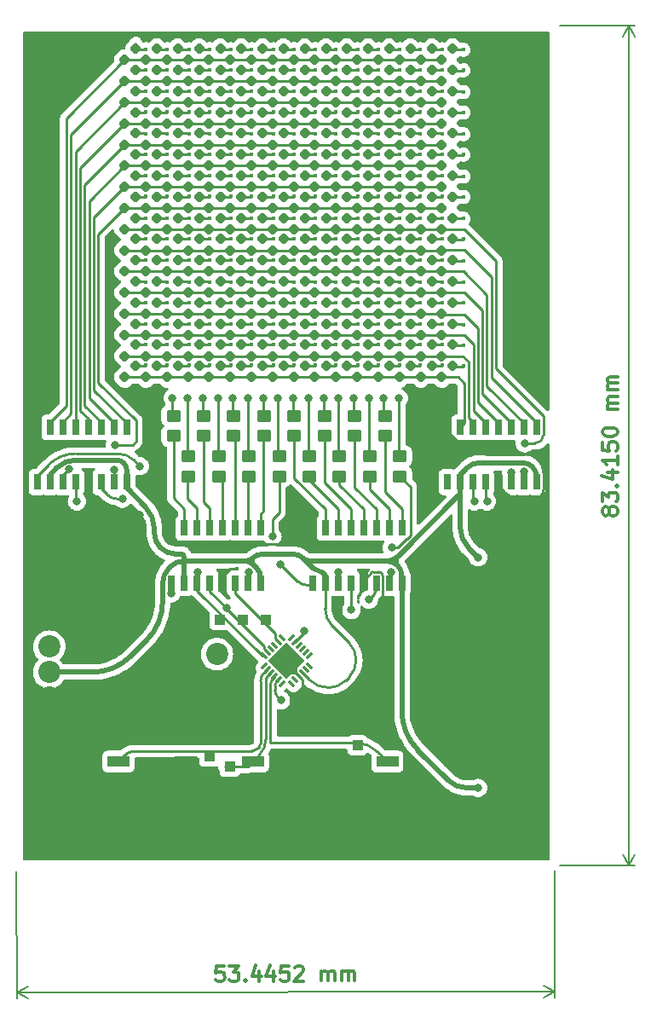
<source format=gbr>
%TF.GenerationSoftware,KiCad,Pcbnew,(6.0.5)*%
%TF.CreationDate,2022-08-28T18:04:00-07:00*%
%TF.ProjectId,PCBbuscard,50434262-7573-4636-9172-642e6b696361,rev?*%
%TF.SameCoordinates,Original*%
%TF.FileFunction,Copper,L1,Top*%
%TF.FilePolarity,Positive*%
%FSLAX46Y46*%
G04 Gerber Fmt 4.6, Leading zero omitted, Abs format (unit mm)*
G04 Created by KiCad (PCBNEW (6.0.5)) date 2022-08-28 18:04:00*
%MOMM*%
%LPD*%
G01*
G04 APERTURE LIST*
G04 Aperture macros list*
%AMRoundRect*
0 Rectangle with rounded corners*
0 $1 Rounding radius*
0 $2 $3 $4 $5 $6 $7 $8 $9 X,Y pos of 4 corners*
0 Add a 4 corners polygon primitive as box body*
4,1,4,$2,$3,$4,$5,$6,$7,$8,$9,$2,$3,0*
0 Add four circle primitives for the rounded corners*
1,1,$1+$1,$2,$3*
1,1,$1+$1,$4,$5*
1,1,$1+$1,$6,$7*
1,1,$1+$1,$8,$9*
0 Add four rect primitives between the rounded corners*
20,1,$1+$1,$2,$3,$4,$5,0*
20,1,$1+$1,$4,$5,$6,$7,0*
20,1,$1+$1,$6,$7,$8,$9,0*
20,1,$1+$1,$8,$9,$2,$3,0*%
%AMRotRect*
0 Rectangle, with rotation*
0 The origin of the aperture is its center*
0 $1 length*
0 $2 width*
0 $3 Rotation angle, in degrees counterclockwise*
0 Add horizontal line*
21,1,$1,$2,0,0,$3*%
G04 Aperture macros list end*
%ADD10C,0.300000*%
%TA.AperFunction,NonConductor*%
%ADD11C,0.300000*%
%TD*%
%TA.AperFunction,NonConductor*%
%ADD12C,0.200000*%
%TD*%
%TA.AperFunction,SMDPad,CuDef*%
%ADD13R,0.700000X1.550000*%
%TD*%
%TA.AperFunction,ComponentPad*%
%ADD14C,2.200000*%
%TD*%
%TA.AperFunction,SMDPad,CuDef*%
%ADD15RoundRect,0.218750X0.026517X-0.335876X0.335876X-0.026517X-0.026517X0.335876X-0.335876X0.026517X0*%
%TD*%
%TA.AperFunction,SMDPad,CuDef*%
%ADD16RoundRect,0.250000X0.450000X-0.350000X0.450000X0.350000X-0.450000X0.350000X-0.450000X-0.350000X0*%
%TD*%
%TA.AperFunction,ComponentPad*%
%ADD17R,1.000000X1.000000*%
%TD*%
%TA.AperFunction,SMDPad,CuDef*%
%ADD18R,2.160000X1.120000*%
%TD*%
%TA.AperFunction,SMDPad,CuDef*%
%ADD19RoundRect,0.062500X0.291682X-0.203293X-0.203293X0.291682X-0.291682X0.203293X0.203293X-0.291682X0*%
%TD*%
%TA.AperFunction,SMDPad,CuDef*%
%ADD20RoundRect,0.062500X0.291682X0.203293X0.203293X0.291682X-0.291682X-0.203293X-0.203293X-0.291682X0*%
%TD*%
%TA.AperFunction,ComponentPad*%
%ADD21C,0.500000*%
%TD*%
%TA.AperFunction,SMDPad,CuDef*%
%ADD22RotRect,2.600000X2.600000X135.000000*%
%TD*%
%TA.AperFunction,ViaPad*%
%ADD23C,0.800000*%
%TD*%
%TA.AperFunction,ViaPad*%
%ADD24C,0.400000*%
%TD*%
%TA.AperFunction,Conductor*%
%ADD25C,0.250000*%
%TD*%
%TA.AperFunction,Conductor*%
%ADD26C,0.500000*%
%TD*%
G04 APERTURE END LIST*
D10*
D11*
X192608504Y-92103881D02*
X192536982Y-92246691D01*
X192465506Y-92318072D01*
X192322602Y-92389407D01*
X192251173Y-92389360D01*
X192108363Y-92317837D01*
X192036982Y-92246362D01*
X191965647Y-92103458D01*
X191965835Y-91817743D01*
X192037358Y-91674933D01*
X192108833Y-91603552D01*
X192251737Y-91532217D01*
X192323166Y-91532264D01*
X192465976Y-91603787D01*
X192537358Y-91675262D01*
X192608692Y-91818166D01*
X192608504Y-92103881D01*
X192679839Y-92246785D01*
X192751220Y-92318260D01*
X192894030Y-92389783D01*
X193179744Y-92389971D01*
X193322649Y-92318636D01*
X193394124Y-92247255D01*
X193465647Y-92104445D01*
X193465835Y-91818731D01*
X193394500Y-91675826D01*
X193323119Y-91604351D01*
X193180309Y-91532828D01*
X192894594Y-91532640D01*
X192751690Y-91603975D01*
X192680215Y-91675356D01*
X192608692Y-91818166D01*
X191966352Y-91032029D02*
X191966963Y-90103458D01*
X192538063Y-90603834D01*
X192538204Y-90389548D01*
X192609726Y-90246738D01*
X192681202Y-90175357D01*
X192824106Y-90104022D01*
X193181249Y-90104257D01*
X193324059Y-90175780D01*
X193395440Y-90247255D01*
X193466775Y-90390159D01*
X193466493Y-90818731D01*
X193394970Y-90961541D01*
X193323495Y-91032922D01*
X193324529Y-89461494D02*
X193396005Y-89390113D01*
X193467386Y-89461588D01*
X193395911Y-89532970D01*
X193324529Y-89461494D01*
X193467386Y-89461588D01*
X192468280Y-88103788D02*
X193468279Y-88104446D01*
X191896616Y-88460554D02*
X192967809Y-88818402D01*
X192968421Y-87889831D01*
X193469314Y-86533017D02*
X193468749Y-87390160D01*
X193469032Y-86961589D02*
X191969032Y-86960602D01*
X192183224Y-87103600D01*
X192325987Y-87246551D01*
X192397321Y-87389455D01*
X191970207Y-85174888D02*
X191969737Y-85889173D01*
X192683976Y-85961072D01*
X192612594Y-85889596D01*
X192541260Y-85746692D01*
X192541495Y-85389549D01*
X192613017Y-85246739D01*
X192684493Y-85175358D01*
X192827397Y-85104023D01*
X193184540Y-85104258D01*
X193327350Y-85175781D01*
X193398731Y-85247256D01*
X193470066Y-85390161D01*
X193469831Y-85747303D01*
X193398308Y-85890113D01*
X193326833Y-85961495D01*
X191970865Y-84174888D02*
X191970959Y-84032031D01*
X192042482Y-83889221D01*
X192113957Y-83817839D01*
X192256862Y-83746505D01*
X192542623Y-83675264D01*
X192899766Y-83675499D01*
X193185433Y-83747116D01*
X193328243Y-83818638D01*
X193399624Y-83890114D01*
X193470959Y-84033018D01*
X193470865Y-84175875D01*
X193399342Y-84318685D01*
X193327867Y-84390067D01*
X193184963Y-84461401D01*
X192899201Y-84532642D01*
X192542059Y-84532407D01*
X192256391Y-84460790D01*
X192113581Y-84389268D01*
X192042200Y-84317792D01*
X191970865Y-84174888D01*
X193472369Y-81890161D02*
X192472370Y-81889503D01*
X192615227Y-81889597D02*
X192543845Y-81818122D01*
X192472511Y-81675217D01*
X192472652Y-81460932D01*
X192544174Y-81318122D01*
X192687078Y-81246787D01*
X193472792Y-81247304D01*
X192687078Y-81246787D02*
X192544268Y-81175265D01*
X192472934Y-81032360D01*
X192473075Y-80818075D01*
X192544597Y-80675265D01*
X192687501Y-80603930D01*
X193473216Y-80604447D01*
X193473686Y-79890162D02*
X192473686Y-79889504D01*
X192616543Y-79889598D02*
X192545161Y-79818122D01*
X192473827Y-79675218D01*
X192473968Y-79460932D01*
X192545491Y-79318122D01*
X192688395Y-79246788D01*
X193474109Y-79247305D01*
X192688395Y-79246788D02*
X192545585Y-79175265D01*
X192474250Y-79032361D01*
X192474391Y-78818075D01*
X192545914Y-78675265D01*
X192688818Y-78603931D01*
X193474532Y-78604448D01*
D12*
X187695100Y-127165285D02*
X195150418Y-127170192D01*
X187750000Y-43750329D02*
X195205318Y-43755236D01*
X194563998Y-127169806D02*
X194618898Y-43754850D01*
X194563998Y-127169806D02*
X194618898Y-43754850D01*
X194563998Y-127169806D02*
X195151160Y-126043688D01*
X194563998Y-127169806D02*
X193978319Y-126042917D01*
X194618898Y-43754850D02*
X194031736Y-44880968D01*
X194618898Y-43754850D02*
X195204577Y-44881739D01*
D10*
D11*
X154345475Y-137130854D02*
X153631190Y-137131990D01*
X153560898Y-137846389D01*
X153632213Y-137774847D01*
X153774956Y-137703191D01*
X154132099Y-137702623D01*
X154275070Y-137773824D01*
X154346612Y-137845139D01*
X154418267Y-137987882D01*
X154418836Y-138345024D01*
X154347635Y-138487995D01*
X154276320Y-138559537D01*
X154133576Y-138631193D01*
X153776434Y-138631761D01*
X153633463Y-138560560D01*
X153561921Y-138489245D01*
X154916903Y-137129944D02*
X155845473Y-137128467D01*
X155346383Y-137700690D01*
X155560669Y-137700349D01*
X155703639Y-137771551D01*
X155775181Y-137842865D01*
X155846837Y-137985609D01*
X155847405Y-138342751D01*
X155776204Y-138485722D01*
X155704889Y-138557264D01*
X155562146Y-138628920D01*
X155133575Y-138629602D01*
X154990605Y-138558400D01*
X154919062Y-138487086D01*
X156490489Y-138484585D02*
X156562031Y-138555900D01*
X156490716Y-138627442D01*
X156419174Y-138556127D01*
X156490489Y-138484585D01*
X156490716Y-138627442D01*
X157846266Y-137625284D02*
X157847857Y-138625282D01*
X157488215Y-137054424D02*
X157132777Y-138126420D01*
X158061347Y-138124942D01*
X159274836Y-137623011D02*
X159276427Y-138623009D01*
X158916784Y-137052151D02*
X158561347Y-138124147D01*
X159489917Y-138122669D01*
X160774038Y-137120624D02*
X160059754Y-137121761D01*
X159989462Y-137836159D01*
X160060776Y-137764617D01*
X160203520Y-137692961D01*
X160560662Y-137692393D01*
X160703633Y-137763594D01*
X160775175Y-137834909D01*
X160846831Y-137977652D01*
X160847399Y-138334795D01*
X160776198Y-138477765D01*
X160704883Y-138549308D01*
X160562140Y-138620963D01*
X160204997Y-138621532D01*
X160062027Y-138550331D01*
X159990485Y-138479016D01*
X161417122Y-137262458D02*
X161488437Y-137190916D01*
X161631180Y-137119260D01*
X161988323Y-137118692D01*
X162131293Y-137189893D01*
X162202835Y-137261208D01*
X162274491Y-137403951D01*
X162274718Y-137546808D01*
X162203631Y-137761207D01*
X161347853Y-138619713D01*
X162276423Y-138618236D01*
X164062135Y-138615394D02*
X164060544Y-137615395D01*
X164060771Y-137758252D02*
X164132086Y-137686710D01*
X164274830Y-137615054D01*
X164489115Y-137614713D01*
X164632086Y-137685915D01*
X164703741Y-137828658D01*
X164704992Y-138614371D01*
X164703741Y-137828658D02*
X164774943Y-137685687D01*
X164917686Y-137614031D01*
X165131971Y-137613690D01*
X165274942Y-137684892D01*
X165346598Y-137827635D01*
X165347848Y-138613348D01*
X166062133Y-138612212D02*
X166060542Y-137612213D01*
X166060769Y-137755070D02*
X166132084Y-137683528D01*
X166274827Y-137611872D01*
X166489112Y-137611531D01*
X166632083Y-137682732D01*
X166703739Y-137825475D01*
X166704989Y-138611189D01*
X166703739Y-137825475D02*
X166774940Y-137682505D01*
X166917683Y-137610849D01*
X167131969Y-137610508D01*
X167274939Y-137681709D01*
X167346595Y-137824452D01*
X167347845Y-138610166D01*
D12*
X133750796Y-127749999D02*
X133770880Y-140371446D01*
X187195896Y-127664955D02*
X187215980Y-140286402D01*
X133769946Y-139785027D02*
X187215046Y-139699983D01*
X133769946Y-139785027D02*
X187215046Y-139699983D01*
X133769946Y-139785027D02*
X134897381Y-140369654D01*
X133769946Y-139785027D02*
X134895515Y-139196814D01*
X187215046Y-139699983D02*
X186087611Y-139115356D01*
X187215046Y-139699983D02*
X186089477Y-140288196D01*
D13*
%TO.P,U4,1,QB*%
%TO.N,/S7*%
X185445000Y-83635000D03*
%TO.P,U4,2,QC*%
%TO.N,/S6*%
X184175000Y-83635000D03*
%TO.P,U4,3,QD*%
%TO.N,/S5*%
X182905000Y-83635000D03*
%TO.P,U4,4,QE*%
%TO.N,/S4*%
X181635000Y-83635000D03*
%TO.P,U4,5,QF*%
%TO.N,/S3*%
X180365000Y-83635000D03*
%TO.P,U4,6,QG*%
%TO.N,/S2*%
X179095000Y-83635000D03*
%TO.P,U4,7,QH*%
%TO.N,/S1*%
X177825000Y-83635000D03*
%TO.P,U4,8,GND*%
%TO.N,GND*%
X176555000Y-83635000D03*
%TO.P,U4,9,QH'*%
%TO.N,unconnected-(U4-Pad9)*%
X176555000Y-89085000D03*
%TO.P,U4,10,~{SRCLR}*%
%TO.N,VCC*%
X177825000Y-89085000D03*
%TO.P,U4,11,SRCLK*%
%TO.N,/PC1*%
X179095000Y-89085000D03*
%TO.P,U4,12,RCLK*%
%TO.N,/PC0*%
X180365000Y-89085000D03*
%TO.P,U4,13,~{OE}*%
%TO.N,GND*%
X181635000Y-89085000D03*
%TO.P,U4,14,SER*%
%TO.N,Net-(U3-Pad9)*%
X182905000Y-89085000D03*
%TO.P,U4,15,QA*%
%TO.N,/S8*%
X184175000Y-89085000D03*
%TO.P,U4,16,VCC*%
%TO.N,VCC*%
X185445000Y-89085000D03*
%TD*%
%TO.P,U3,1,QB*%
%TO.N,/S10*%
X144695000Y-83635000D03*
%TO.P,U3,2,QC*%
%TO.N,/S11*%
X143425000Y-83635000D03*
%TO.P,U3,3,QD*%
%TO.N,/S12*%
X142155000Y-83635000D03*
%TO.P,U3,4,QE*%
%TO.N,/S13*%
X140885000Y-83635000D03*
%TO.P,U3,5,QF*%
%TO.N,/S14*%
X139615000Y-83635000D03*
%TO.P,U3,6,QG*%
%TO.N,/S15*%
X138345000Y-83635000D03*
%TO.P,U3,7,QH*%
%TO.N,/S16*%
X137075000Y-83635000D03*
%TO.P,U3,8,GND*%
%TO.N,GND*%
X135805000Y-83635000D03*
%TO.P,U3,9,QH'*%
%TO.N,Net-(U3-Pad9)*%
X135805000Y-89085000D03*
%TO.P,U3,10,~{SRCLR}*%
%TO.N,VCC*%
X137075000Y-89085000D03*
%TO.P,U3,11,SRCLK*%
%TO.N,/PC1*%
X138345000Y-89085000D03*
%TO.P,U3,12,RCLK*%
%TO.N,/PC0*%
X139615000Y-89085000D03*
%TO.P,U3,13,~{OE}*%
%TO.N,GND*%
X140885000Y-89085000D03*
%TO.P,U3,14,SER*%
%TO.N,Net-(U2-Pad9)*%
X142155000Y-89085000D03*
%TO.P,U3,15,QA*%
%TO.N,/S9*%
X143425000Y-89085000D03*
%TO.P,U3,16,VCC*%
%TO.N,VCC*%
X144695000Y-89085000D03*
%TD*%
%TO.P,U2,1,QB*%
%TO.N,/T15*%
X172042700Y-93635000D03*
%TO.P,U2,2,QC*%
%TO.N,/T14*%
X170772700Y-93635000D03*
%TO.P,U2,3,QD*%
%TO.N,/T13*%
X169502700Y-93635000D03*
%TO.P,U2,4,QE*%
%TO.N,/T12*%
X168232700Y-93635000D03*
%TO.P,U2,5,QF*%
%TO.N,/T11*%
X166962700Y-93635000D03*
%TO.P,U2,6,QG*%
%TO.N,/T10*%
X165692700Y-93635000D03*
%TO.P,U2,7,QH*%
%TO.N,/T9*%
X164422700Y-93635000D03*
%TO.P,U2,8,GND*%
%TO.N,GND*%
X163152700Y-93635000D03*
%TO.P,U2,9,QH'*%
%TO.N,Net-(U2-Pad9)*%
X163152700Y-99085000D03*
%TO.P,U2,10,~{SRCLR}*%
%TO.N,VCC*%
X164422700Y-99085000D03*
%TO.P,U2,11,SRCLK*%
%TO.N,/PC1*%
X165692700Y-99085000D03*
%TO.P,U2,12,RCLK*%
%TO.N,/PC0*%
X166962700Y-99085000D03*
%TO.P,U2,13,~{OE}*%
%TO.N,GND*%
X168232700Y-99085000D03*
%TO.P,U2,14,SER*%
%TO.N,Net-(U1-Pad9)*%
X169502700Y-99085000D03*
%TO.P,U2,15,QA*%
%TO.N,/T16*%
X170772700Y-99085000D03*
%TO.P,U2,16,VCC*%
%TO.N,VCC*%
X172042700Y-99085000D03*
%TD*%
%TO.P,U1,1,QB*%
%TO.N,/T7*%
X158042700Y-93635000D03*
%TO.P,U1,2,QC*%
%TO.N,/T6*%
X156772700Y-93635000D03*
%TO.P,U1,3,QD*%
%TO.N,/T5*%
X155502700Y-93635000D03*
%TO.P,U1,4,QE*%
%TO.N,/T4*%
X154232700Y-93635000D03*
%TO.P,U1,5,QF*%
%TO.N,/T3*%
X152962700Y-93635000D03*
%TO.P,U1,6,QG*%
%TO.N,/T2*%
X151692700Y-93635000D03*
%TO.P,U1,7,QH*%
%TO.N,/T1*%
X150422700Y-93635000D03*
%TO.P,U1,8,GND*%
%TO.N,GND*%
X149152700Y-93635000D03*
%TO.P,U1,9,QH'*%
%TO.N,Net-(U1-Pad9)*%
X149152700Y-99085000D03*
%TO.P,U1,10,~{SRCLR}*%
%TO.N,VCC*%
X150422700Y-99085000D03*
%TO.P,U1,11,SRCLK*%
%TO.N,/PC1*%
X151692700Y-99085000D03*
%TO.P,U1,12,RCLK*%
%TO.N,/PC0*%
X152962700Y-99085000D03*
%TO.P,U1,13,~{OE}*%
%TO.N,GND*%
X154232700Y-99085000D03*
%TO.P,U1,14,SER*%
%TO.N,/PB2*%
X155502700Y-99085000D03*
%TO.P,U1,15,QA*%
%TO.N,/T8*%
X156772700Y-99085000D03*
%TO.P,U1,16,VCC*%
%TO.N,VCC*%
X158042700Y-99085000D03*
%TD*%
D14*
%TO.P,CLK,1,1*%
%TO.N,/PB5*%
X153670000Y-106172000D03*
%TD*%
D15*
%TO.P,D190,1,K*%
%TO.N,/S5*%
X171792884Y-70265477D03*
%TO.P,D190,2,A*%
%TO.N,Net-(D110-Pad2)*%
X172906578Y-69151783D03*
%TD*%
D16*
%TO.P,R2,1*%
%TO.N,/T15*%
X170347700Y-84500000D03*
%TO.P,R2,2*%
%TO.N,Net-(D111-Pad2)*%
X170347700Y-82500000D03*
%TD*%
D15*
%TO.P,D7,1,K*%
%TO.N,/S16*%
X157092884Y-47165477D03*
%TO.P,D7,2,A*%
%TO.N,Net-(D103-Pad2)*%
X158206578Y-46051783D03*
%TD*%
%TO.P,D32,1,K*%
%TO.N,/S15*%
X175992884Y-49265477D03*
%TO.P,D32,2,A*%
%TO.N,Net-(D112-Pad2)*%
X177106578Y-48151783D03*
%TD*%
%TO.P,D69,1,K*%
%TO.N,/S12*%
X152892884Y-55565477D03*
%TO.P,D69,2,A*%
%TO.N,Net-(D101-Pad2)*%
X154006578Y-54451783D03*
%TD*%
%TO.P,D36,1,K*%
%TO.N,/S14*%
X150792884Y-51365477D03*
%TO.P,D36,2,A*%
%TO.N,Net-(D100-Pad2)*%
X151906578Y-50251783D03*
%TD*%
%TO.P,D129,1,K*%
%TO.N,/S8*%
X144492884Y-63965477D03*
%TO.P,D129,2,A*%
%TO.N,Net-(D1-Pad2)*%
X145606578Y-62851783D03*
%TD*%
%TO.P,D155,1,K*%
%TO.N,/S7*%
X165492884Y-66065477D03*
%TO.P,D155,2,A*%
%TO.N,Net-(D107-Pad2)*%
X166606578Y-64951783D03*
%TD*%
%TO.P,D132,1,K*%
%TO.N,/S8*%
X150792884Y-63965477D03*
%TO.P,D132,2,A*%
%TO.N,Net-(D100-Pad2)*%
X151906578Y-62851783D03*
%TD*%
%TO.P,D227,1,K*%
%TO.N,/S2*%
X148692884Y-76565477D03*
%TO.P,D227,2,A*%
%TO.N,Net-(D115-Pad2)*%
X149806578Y-75451783D03*
%TD*%
%TO.P,D28,1,K*%
%TO.N,/S15*%
X167592884Y-49265477D03*
%TO.P,D28,2,A*%
%TO.N,Net-(D108-Pad2)*%
X168706578Y-48151783D03*
%TD*%
%TO.P,D58,1,K*%
%TO.N,/S13*%
X163392884Y-53465477D03*
%TO.P,D58,2,A*%
%TO.N,Net-(D10-Pad2)*%
X164506578Y-52351783D03*
%TD*%
%TO.P,D181,1,K*%
%TO.N,/S5*%
X152892884Y-70265477D03*
%TO.P,D181,2,A*%
%TO.N,Net-(D101-Pad2)*%
X154006578Y-69151783D03*
%TD*%
%TO.P,D163,1,K*%
%TO.N,/S6*%
X148692884Y-68165477D03*
%TO.P,D163,2,A*%
%TO.N,Net-(D115-Pad2)*%
X149806578Y-67051783D03*
%TD*%
%TO.P,D204,1,K*%
%TO.N,/S4*%
X167592884Y-72365477D03*
%TO.P,D204,2,A*%
%TO.N,Net-(D108-Pad2)*%
X168706578Y-71251783D03*
%TD*%
%TO.P,D235,1,K*%
%TO.N,/S2*%
X165492884Y-76565477D03*
%TO.P,D235,2,A*%
%TO.N,Net-(D107-Pad2)*%
X166606578Y-75451783D03*
%TD*%
%TO.P,D11,1,K*%
%TO.N,/S16*%
X165492884Y-47165477D03*
%TO.P,D11,2,A*%
%TO.N,Net-(D107-Pad2)*%
X166606578Y-46051783D03*
%TD*%
%TO.P,D164,1,K*%
%TO.N,/S6*%
X150792884Y-68165477D03*
%TO.P,D164,2,A*%
%TO.N,Net-(D100-Pad2)*%
X151906578Y-67051783D03*
%TD*%
%TO.P,D84,1,K*%
%TO.N,/S11*%
X150792884Y-57665477D03*
%TO.P,D84,2,A*%
%TO.N,Net-(D100-Pad2)*%
X151906578Y-56551783D03*
%TD*%
%TO.P,D38,1,K*%
%TO.N,/S14*%
X154992884Y-51365477D03*
%TO.P,D38,2,A*%
%TO.N,Net-(D102-Pad2)*%
X156106578Y-50251783D03*
%TD*%
%TO.P,D225,1,K*%
%TO.N,/S2*%
X144492884Y-76565477D03*
%TO.P,D225,2,A*%
%TO.N,Net-(D1-Pad2)*%
X145606578Y-75451783D03*
%TD*%
%TO.P,D186,1,K*%
%TO.N,/S5*%
X163392884Y-70265477D03*
%TO.P,D186,2,A*%
%TO.N,Net-(D10-Pad2)*%
X164506578Y-69151783D03*
%TD*%
%TO.P,D191,1,K*%
%TO.N,/S5*%
X173892884Y-70265477D03*
%TO.P,D191,2,A*%
%TO.N,Net-(D111-Pad2)*%
X175006578Y-69151783D03*
%TD*%
%TO.P,D1,1,K*%
%TO.N,/S16*%
X144492884Y-47165477D03*
%TO.P,D1,2,A*%
%TO.N,Net-(D1-Pad2)*%
X145606578Y-46051783D03*
%TD*%
%TO.P,D120,1,K*%
%TO.N,/S9*%
X159192884Y-61865477D03*
%TO.P,D120,2,A*%
%TO.N,Net-(D104-Pad2)*%
X160306578Y-60751783D03*
%TD*%
%TO.P,D18,1,K*%
%TO.N,/S15*%
X146592884Y-49265477D03*
%TO.P,D18,2,A*%
%TO.N,Net-(D114-Pad2)*%
X147706578Y-48151783D03*
%TD*%
%TO.P,D184,1,K*%
%TO.N,/S5*%
X159192884Y-70265477D03*
%TO.P,D184,2,A*%
%TO.N,Net-(D104-Pad2)*%
X160306578Y-69151783D03*
%TD*%
%TO.P,D171,1,K*%
%TO.N,/S6*%
X165492884Y-68165477D03*
%TO.P,D171,2,A*%
%TO.N,Net-(D107-Pad2)*%
X166606578Y-67051783D03*
%TD*%
%TO.P,D65,1,K*%
%TO.N,/S12*%
X144492884Y-55565477D03*
%TO.P,D65,2,A*%
%TO.N,Net-(D1-Pad2)*%
X145606578Y-54451783D03*
%TD*%
%TO.P,D26,1,K*%
%TO.N,/S15*%
X163392884Y-49265477D03*
%TO.P,D26,2,A*%
%TO.N,Net-(D10-Pad2)*%
X164506578Y-48151783D03*
%TD*%
%TO.P,D57,1,K*%
%TO.N,/S13*%
X161292884Y-53465477D03*
%TO.P,D57,2,A*%
%TO.N,Net-(D105-Pad2)*%
X162406578Y-52351783D03*
%TD*%
%TO.P,D195,1,K*%
%TO.N,/S4*%
X148692884Y-72365477D03*
%TO.P,D195,2,A*%
%TO.N,Net-(D115-Pad2)*%
X149806578Y-71251783D03*
%TD*%
%TO.P,D97,1,K*%
%TO.N,/S10*%
X144492884Y-59765477D03*
%TO.P,D97,2,A*%
%TO.N,Net-(D1-Pad2)*%
X145606578Y-58651783D03*
%TD*%
%TO.P,D168,1,K*%
%TO.N,/S6*%
X159192884Y-68165477D03*
%TO.P,D168,2,A*%
%TO.N,Net-(D104-Pad2)*%
X160306578Y-67051783D03*
%TD*%
%TO.P,D179,1,K*%
%TO.N,/S5*%
X148692884Y-70265477D03*
%TO.P,D179,2,A*%
%TO.N,Net-(D115-Pad2)*%
X149806578Y-69151783D03*
%TD*%
%TO.P,D72,1,K*%
%TO.N,/S12*%
X159192884Y-55565477D03*
%TO.P,D72,2,A*%
%TO.N,Net-(D104-Pad2)*%
X160306578Y-54451783D03*
%TD*%
%TO.P,D220,1,K*%
%TO.N,/S3*%
X167592884Y-74465477D03*
%TO.P,D220,2,A*%
%TO.N,Net-(D108-Pad2)*%
X168706578Y-73351783D03*
%TD*%
%TO.P,D143,1,K*%
%TO.N,/S8*%
X173892884Y-63965477D03*
%TO.P,D143,2,A*%
%TO.N,Net-(D111-Pad2)*%
X175006578Y-62851783D03*
%TD*%
%TO.P,D8,1,K*%
%TO.N,/S16*%
X159192884Y-47165477D03*
%TO.P,D8,2,A*%
%TO.N,Net-(D104-Pad2)*%
X160306578Y-46051783D03*
%TD*%
%TO.P,D112,1,K*%
%TO.N,/S10*%
X175992884Y-59765477D03*
%TO.P,D112,2,A*%
%TO.N,Net-(D112-Pad2)*%
X177106578Y-58651783D03*
%TD*%
%TO.P,D255,1,K*%
%TO.N,/S1*%
X173892884Y-78665477D03*
%TO.P,D255,2,A*%
%TO.N,Net-(D111-Pad2)*%
X175006578Y-77551783D03*
%TD*%
%TO.P,D252,1,K*%
%TO.N,/S1*%
X167592884Y-78665477D03*
%TO.P,D252,2,A*%
%TO.N,Net-(D108-Pad2)*%
X168706578Y-77551783D03*
%TD*%
%TO.P,D60,1,K*%
%TO.N,/S13*%
X167592884Y-53465477D03*
%TO.P,D60,2,A*%
%TO.N,Net-(D108-Pad2)*%
X168706578Y-52351783D03*
%TD*%
%TO.P,D165,1,K*%
%TO.N,/S6*%
X152892884Y-68165477D03*
%TO.P,D165,2,A*%
%TO.N,Net-(D101-Pad2)*%
X154006578Y-67051783D03*
%TD*%
%TO.P,D148,1,K*%
%TO.N,/S7*%
X150792884Y-66065477D03*
%TO.P,D148,2,A*%
%TO.N,Net-(D100-Pad2)*%
X151906578Y-64951783D03*
%TD*%
D17*
%TO.P,TP6,1,1*%
%TO.N,/PC5*%
X167640000Y-115200000D03*
%TD*%
D15*
%TO.P,D35,1,K*%
%TO.N,/S14*%
X148692884Y-51365477D03*
%TO.P,D35,2,A*%
%TO.N,Net-(D115-Pad2)*%
X149806578Y-50251783D03*
%TD*%
%TO.P,D210,1,K*%
%TO.N,/S3*%
X146592884Y-74465477D03*
%TO.P,D210,2,A*%
%TO.N,Net-(D114-Pad2)*%
X147706578Y-73351783D03*
%TD*%
%TO.P,D152,1,K*%
%TO.N,/S7*%
X159192884Y-66065477D03*
%TO.P,D152,2,A*%
%TO.N,Net-(D104-Pad2)*%
X160306578Y-64951783D03*
%TD*%
%TO.P,D105,1,K*%
%TO.N,/S10*%
X161292884Y-59765477D03*
%TO.P,D105,2,A*%
%TO.N,Net-(D105-Pad2)*%
X162406578Y-58651783D03*
%TD*%
%TO.P,D150,1,K*%
%TO.N,/S7*%
X154992884Y-66065477D03*
%TO.P,D150,2,A*%
%TO.N,Net-(D102-Pad2)*%
X156106578Y-64951783D03*
%TD*%
%TO.P,D228,1,K*%
%TO.N,/S2*%
X150792884Y-76565477D03*
%TO.P,D228,2,A*%
%TO.N,Net-(D100-Pad2)*%
X151906578Y-75451783D03*
%TD*%
%TO.P,D238,1,K*%
%TO.N,/S2*%
X171792884Y-76565477D03*
%TO.P,D238,2,A*%
%TO.N,Net-(D110-Pad2)*%
X172906578Y-75451783D03*
%TD*%
%TO.P,D153,1,K*%
%TO.N,/S7*%
X161292884Y-66065477D03*
%TO.P,D153,2,A*%
%TO.N,Net-(D105-Pad2)*%
X162406578Y-64951783D03*
%TD*%
%TO.P,D248,1,K*%
%TO.N,/S1*%
X159192884Y-78665477D03*
%TO.P,D248,2,A*%
%TO.N,Net-(D104-Pad2)*%
X160306578Y-77551783D03*
%TD*%
%TO.P,D200,1,K*%
%TO.N,/S4*%
X159192884Y-72365477D03*
%TO.P,D200,2,A*%
%TO.N,Net-(D104-Pad2)*%
X160306578Y-71251783D03*
%TD*%
D17*
%TO.P,TP7,1,1*%
%TO.N,/PB2*%
X158496000Y-102750000D03*
%TD*%
D15*
%TO.P,D250,1,K*%
%TO.N,/S1*%
X163392884Y-78665477D03*
%TO.P,D250,2,A*%
%TO.N,Net-(D10-Pad2)*%
X164506578Y-77551783D03*
%TD*%
D16*
%TO.P,R6,1*%
%TO.N,/T11*%
X164347700Y-84500000D03*
%TO.P,R6,2*%
%TO.N,Net-(D107-Pad2)*%
X164347700Y-82500000D03*
%TD*%
%TO.P,R3,1*%
%TO.N,/T14*%
X168847700Y-88500000D03*
%TO.P,R3,2*%
%TO.N,Net-(D110-Pad2)*%
X168847700Y-86500000D03*
%TD*%
D15*
%TO.P,D211,1,K*%
%TO.N,/S3*%
X148692884Y-74465477D03*
%TO.P,D211,2,A*%
%TO.N,Net-(D115-Pad2)*%
X149806578Y-73351783D03*
%TD*%
%TO.P,D182,1,K*%
%TO.N,/S5*%
X154992884Y-70265477D03*
%TO.P,D182,2,A*%
%TO.N,Net-(D102-Pad2)*%
X156106578Y-69151783D03*
%TD*%
%TO.P,D122,1,K*%
%TO.N,/S9*%
X163392884Y-61865477D03*
%TO.P,D122,2,A*%
%TO.N,Net-(D10-Pad2)*%
X164506578Y-60751783D03*
%TD*%
%TO.P,D128,1,K*%
%TO.N,/S9*%
X175992884Y-61865477D03*
%TO.P,D128,2,A*%
%TO.N,Net-(D112-Pad2)*%
X177106578Y-60751783D03*
%TD*%
%TO.P,D202,1,K*%
%TO.N,/S4*%
X163392884Y-72365477D03*
%TO.P,D202,2,A*%
%TO.N,Net-(D10-Pad2)*%
X164506578Y-71251783D03*
%TD*%
%TO.P,D223,1,K*%
%TO.N,/S3*%
X173892884Y-74465477D03*
%TO.P,D223,2,A*%
%TO.N,Net-(D111-Pad2)*%
X175006578Y-73351783D03*
%TD*%
%TO.P,D208,1,K*%
%TO.N,/S4*%
X175992884Y-72365477D03*
%TO.P,D208,2,A*%
%TO.N,Net-(D112-Pad2)*%
X177106578Y-71251783D03*
%TD*%
%TO.P,D6,1,K*%
%TO.N,/S16*%
X154992884Y-47165477D03*
%TO.P,D6,2,A*%
%TO.N,Net-(D102-Pad2)*%
X156106578Y-46051783D03*
%TD*%
%TO.P,D149,1,K*%
%TO.N,/S7*%
X152892884Y-66065477D03*
%TO.P,D149,2,A*%
%TO.N,Net-(D101-Pad2)*%
X154006578Y-64951783D03*
%TD*%
%TO.P,D2,1,K*%
%TO.N,/S16*%
X146592884Y-47165477D03*
%TO.P,D2,2,A*%
%TO.N,Net-(D114-Pad2)*%
X147706578Y-46051783D03*
%TD*%
%TO.P,D118,1,K*%
%TO.N,/S9*%
X154992884Y-61865477D03*
%TO.P,D118,2,A*%
%TO.N,Net-(D102-Pad2)*%
X156106578Y-60751783D03*
%TD*%
%TO.P,D70,1,K*%
%TO.N,/S12*%
X154992884Y-55565477D03*
%TO.P,D70,2,A*%
%TO.N,Net-(D102-Pad2)*%
X156106578Y-54451783D03*
%TD*%
%TO.P,D170,1,K*%
%TO.N,/S6*%
X163392884Y-68165477D03*
%TO.P,D170,2,A*%
%TO.N,Net-(D10-Pad2)*%
X164506578Y-67051783D03*
%TD*%
%TO.P,D131,1,K*%
%TO.N,/S8*%
X148692884Y-63965477D03*
%TO.P,D131,2,A*%
%TO.N,Net-(D115-Pad2)*%
X149806578Y-62851783D03*
%TD*%
%TO.P,D147,1,K*%
%TO.N,/S7*%
X148692884Y-66065477D03*
%TO.P,D147,2,A*%
%TO.N,Net-(D115-Pad2)*%
X149806578Y-64951783D03*
%TD*%
%TO.P,D61,1,K*%
%TO.N,/S13*%
X169692884Y-53465477D03*
%TO.P,D61,2,A*%
%TO.N,Net-(D109-Pad2)*%
X170806578Y-52351783D03*
%TD*%
%TO.P,D175,1,K*%
%TO.N,/S6*%
X173892884Y-68165477D03*
%TO.P,D175,2,A*%
%TO.N,Net-(D111-Pad2)*%
X175006578Y-67051783D03*
%TD*%
%TO.P,D139,1,K*%
%TO.N,/S8*%
X165492884Y-63965477D03*
%TO.P,D139,2,A*%
%TO.N,Net-(D107-Pad2)*%
X166606578Y-62851783D03*
%TD*%
%TO.P,D240,1,K*%
%TO.N,/S2*%
X175992884Y-76565477D03*
%TO.P,D240,2,A*%
%TO.N,Net-(D112-Pad2)*%
X177106578Y-75451783D03*
%TD*%
%TO.P,D127,1,K*%
%TO.N,/S9*%
X173892884Y-61865477D03*
%TO.P,D127,2,A*%
%TO.N,Net-(D111-Pad2)*%
X175006578Y-60751783D03*
%TD*%
%TO.P,D50,1,K*%
%TO.N,/S13*%
X146592884Y-53465477D03*
%TO.P,D50,2,A*%
%TO.N,Net-(D114-Pad2)*%
X147706578Y-52351783D03*
%TD*%
D14*
%TO.P,GND,1,1*%
%TO.N,GND*%
X137000000Y-110500000D03*
%TD*%
D15*
%TO.P,D205,1,K*%
%TO.N,/S4*%
X169692884Y-72365477D03*
%TO.P,D205,2,A*%
%TO.N,Net-(D109-Pad2)*%
X170806578Y-71251783D03*
%TD*%
%TO.P,D154,1,K*%
%TO.N,/S7*%
X163392884Y-66065477D03*
%TO.P,D154,2,A*%
%TO.N,Net-(D10-Pad2)*%
X164506578Y-64951783D03*
%TD*%
%TO.P,D90,1,K*%
%TO.N,/S11*%
X163392884Y-57665477D03*
%TO.P,D90,2,A*%
%TO.N,Net-(D10-Pad2)*%
X164506578Y-56551783D03*
%TD*%
%TO.P,D229,1,K*%
%TO.N,/S2*%
X152892884Y-76565477D03*
%TO.P,D229,2,A*%
%TO.N,Net-(D101-Pad2)*%
X154006578Y-75451783D03*
%TD*%
%TO.P,D16,1,K*%
%TO.N,/S16*%
X175992884Y-47165477D03*
%TO.P,D16,2,A*%
%TO.N,Net-(D112-Pad2)*%
X177106578Y-46051783D03*
%TD*%
%TO.P,D251,1,K*%
%TO.N,/S1*%
X165492884Y-78665477D03*
%TO.P,D251,2,A*%
%TO.N,Net-(D107-Pad2)*%
X166606578Y-77551783D03*
%TD*%
%TO.P,D41,1,K*%
%TO.N,/S14*%
X161292884Y-51365477D03*
%TO.P,D41,2,A*%
%TO.N,Net-(D105-Pad2)*%
X162406578Y-50251783D03*
%TD*%
%TO.P,D124,1,K*%
%TO.N,/S9*%
X167592884Y-61865477D03*
%TO.P,D124,2,A*%
%TO.N,Net-(D108-Pad2)*%
X168706578Y-60751783D03*
%TD*%
%TO.P,D3,1,K*%
%TO.N,/S16*%
X148692884Y-47165477D03*
%TO.P,D3,2,A*%
%TO.N,Net-(D115-Pad2)*%
X149806578Y-46051783D03*
%TD*%
%TO.P,D46,1,K*%
%TO.N,/S14*%
X171792884Y-51365477D03*
%TO.P,D46,2,A*%
%TO.N,Net-(D110-Pad2)*%
X172906578Y-50251783D03*
%TD*%
D16*
%TO.P,R5,1*%
%TO.N,/T12*%
X165847700Y-88500000D03*
%TO.P,R5,2*%
%TO.N,Net-(D108-Pad2)*%
X165847700Y-86500000D03*
%TD*%
D15*
%TO.P,D206,1,K*%
%TO.N,/S4*%
X171792884Y-72365477D03*
%TO.P,D206,2,A*%
%TO.N,Net-(D110-Pad2)*%
X172906578Y-71251783D03*
%TD*%
%TO.P,D162,1,K*%
%TO.N,/S6*%
X146592884Y-68165477D03*
%TO.P,D162,2,A*%
%TO.N,Net-(D114-Pad2)*%
X147706578Y-67051783D03*
%TD*%
%TO.P,D13,1,K*%
%TO.N,/S16*%
X169692884Y-47165477D03*
%TO.P,D13,2,A*%
%TO.N,Net-(D109-Pad2)*%
X170806578Y-46051783D03*
%TD*%
%TO.P,D207,1,K*%
%TO.N,/S4*%
X173892884Y-72365477D03*
%TO.P,D207,2,A*%
%TO.N,Net-(D111-Pad2)*%
X175006578Y-71251783D03*
%TD*%
%TO.P,D233,1,K*%
%TO.N,/S2*%
X161292884Y-76565477D03*
%TO.P,D233,2,A*%
%TO.N,Net-(D105-Pad2)*%
X162406578Y-75451783D03*
%TD*%
%TO.P,D103,1,K*%
%TO.N,/S10*%
X157092884Y-59765477D03*
%TO.P,D103,2,A*%
%TO.N,Net-(D103-Pad2)*%
X158206578Y-58651783D03*
%TD*%
%TO.P,D83,1,K*%
%TO.N,/S11*%
X148692884Y-57665477D03*
%TO.P,D83,2,A*%
%TO.N,Net-(D115-Pad2)*%
X149806578Y-56551783D03*
%TD*%
%TO.P,D29,1,K*%
%TO.N,/S15*%
X169692884Y-49265477D03*
%TO.P,D29,2,A*%
%TO.N,Net-(D109-Pad2)*%
X170806578Y-48151783D03*
%TD*%
%TO.P,D123,1,K*%
%TO.N,/S9*%
X165492884Y-61865477D03*
%TO.P,D123,2,A*%
%TO.N,Net-(D107-Pad2)*%
X166606578Y-60751783D03*
%TD*%
D18*
%TO.P,SW3,1,1*%
%TO.N,/PC5*%
X170594000Y-116824958D03*
%TO.P,SW3,2,2*%
%TO.N,GND*%
X177324000Y-116824958D03*
%TD*%
D16*
%TO.P,R15,1*%
%TO.N,/T2*%
X150847700Y-88500000D03*
%TO.P,R15,2*%
%TO.N,Net-(D114-Pad2)*%
X150847700Y-86500000D03*
%TD*%
D15*
%TO.P,D55,1,K*%
%TO.N,/S13*%
X157092884Y-53465477D03*
%TO.P,D55,2,A*%
%TO.N,Net-(D103-Pad2)*%
X158206578Y-52351783D03*
%TD*%
%TO.P,D87,1,K*%
%TO.N,/S11*%
X157092884Y-57665477D03*
%TO.P,D87,2,A*%
%TO.N,Net-(D103-Pad2)*%
X158206578Y-56551783D03*
%TD*%
%TO.P,D231,1,K*%
%TO.N,/S2*%
X157092884Y-76565477D03*
%TO.P,D231,2,A*%
%TO.N,Net-(D103-Pad2)*%
X158206578Y-75451783D03*
%TD*%
%TO.P,D62,1,K*%
%TO.N,/S13*%
X171792884Y-53465477D03*
%TO.P,D62,2,A*%
%TO.N,Net-(D110-Pad2)*%
X172906578Y-52351783D03*
%TD*%
%TO.P,D116,1,K*%
%TO.N,/S9*%
X150792884Y-61865477D03*
%TO.P,D116,2,A*%
%TO.N,Net-(D100-Pad2)*%
X151906578Y-60751783D03*
%TD*%
%TO.P,D31,1,K*%
%TO.N,/S15*%
X173892884Y-49265477D03*
%TO.P,D31,2,A*%
%TO.N,Net-(D111-Pad2)*%
X175006578Y-48151783D03*
%TD*%
%TO.P,D88,1,K*%
%TO.N,/S11*%
X159192884Y-57665477D03*
%TO.P,D88,2,A*%
%TO.N,Net-(D104-Pad2)*%
X160306578Y-56551783D03*
%TD*%
%TO.P,D161,1,K*%
%TO.N,/S6*%
X144492884Y-68165477D03*
%TO.P,D161,2,A*%
%TO.N,Net-(D1-Pad2)*%
X145606578Y-67051783D03*
%TD*%
%TO.P,D85,1,K*%
%TO.N,/S11*%
X152892884Y-57665477D03*
%TO.P,D85,2,A*%
%TO.N,Net-(D101-Pad2)*%
X154006578Y-56551783D03*
%TD*%
%TO.P,D215,1,K*%
%TO.N,/S3*%
X157092884Y-74465477D03*
%TO.P,D215,2,A*%
%TO.N,Net-(D103-Pad2)*%
X158206578Y-73351783D03*
%TD*%
%TO.P,D203,1,K*%
%TO.N,/S4*%
X165492884Y-72365477D03*
%TO.P,D203,2,A*%
%TO.N,Net-(D107-Pad2)*%
X166606578Y-71251783D03*
%TD*%
%TO.P,D101,1,K*%
%TO.N,/S10*%
X152892884Y-59765477D03*
%TO.P,D101,2,A*%
%TO.N,Net-(D101-Pad2)*%
X154006578Y-58651783D03*
%TD*%
%TO.P,D10,1,K*%
%TO.N,/S16*%
X163392884Y-47165477D03*
%TO.P,D10,2,A*%
%TO.N,Net-(D10-Pad2)*%
X164506578Y-46051783D03*
%TD*%
%TO.P,D27,1,K*%
%TO.N,/S15*%
X165492884Y-49265477D03*
%TO.P,D27,2,A*%
%TO.N,Net-(D107-Pad2)*%
X166606578Y-48151783D03*
%TD*%
%TO.P,D114,1,K*%
%TO.N,/S9*%
X146592884Y-61865477D03*
%TO.P,D114,2,A*%
%TO.N,Net-(D114-Pad2)*%
X147706578Y-60751783D03*
%TD*%
D16*
%TO.P,R13,1*%
%TO.N,/T4*%
X153847700Y-88500000D03*
%TO.P,R13,2*%
%TO.N,Net-(D100-Pad2)*%
X153847700Y-86500000D03*
%TD*%
D15*
%TO.P,D253,1,K*%
%TO.N,/S1*%
X169692884Y-78665477D03*
%TO.P,D253,2,A*%
%TO.N,Net-(D109-Pad2)*%
X170806578Y-77551783D03*
%TD*%
%TO.P,D82,1,K*%
%TO.N,/S11*%
X146592884Y-57665477D03*
%TO.P,D82,2,A*%
%TO.N,Net-(D114-Pad2)*%
X147706578Y-56551783D03*
%TD*%
%TO.P,D109,1,K*%
%TO.N,/S10*%
X169692884Y-59765477D03*
%TO.P,D109,2,A*%
%TO.N,Net-(D109-Pad2)*%
X170806578Y-58651783D03*
%TD*%
%TO.P,D236,1,K*%
%TO.N,/S2*%
X167592884Y-76565477D03*
%TO.P,D236,2,A*%
%TO.N,Net-(D108-Pad2)*%
X168706578Y-75451783D03*
%TD*%
D16*
%TO.P,R4,1*%
%TO.N,/T13*%
X167347700Y-84500000D03*
%TO.P,R4,2*%
%TO.N,Net-(D109-Pad2)*%
X167347700Y-82500000D03*
%TD*%
D15*
%TO.P,D226,1,K*%
%TO.N,/S2*%
X146592884Y-76565477D03*
%TO.P,D226,2,A*%
%TO.N,Net-(D114-Pad2)*%
X147706578Y-75451783D03*
%TD*%
%TO.P,D232,1,K*%
%TO.N,/S2*%
X159192884Y-76565477D03*
%TO.P,D232,2,A*%
%TO.N,Net-(D104-Pad2)*%
X160306578Y-75451783D03*
%TD*%
%TO.P,D74,1,K*%
%TO.N,/S12*%
X163392884Y-55565477D03*
%TO.P,D74,2,A*%
%TO.N,Net-(D10-Pad2)*%
X164506578Y-54451783D03*
%TD*%
D16*
%TO.P,R1,1*%
%TO.N,/T16*%
X171847700Y-88500000D03*
%TO.P,R1,2*%
%TO.N,Net-(D112-Pad2)*%
X171847700Y-86500000D03*
%TD*%
D15*
%TO.P,D67,1,K*%
%TO.N,/S12*%
X148692884Y-55565477D03*
%TO.P,D67,2,A*%
%TO.N,Net-(D115-Pad2)*%
X149806578Y-54451783D03*
%TD*%
%TO.P,D33,1,K*%
%TO.N,/S14*%
X144492884Y-51365477D03*
%TO.P,D33,2,A*%
%TO.N,Net-(D1-Pad2)*%
X145606578Y-50251783D03*
%TD*%
%TO.P,D140,1,K*%
%TO.N,/S8*%
X167592884Y-63965477D03*
%TO.P,D140,2,A*%
%TO.N,Net-(D108-Pad2)*%
X168706578Y-62851783D03*
%TD*%
%TO.P,D71,1,K*%
%TO.N,/S12*%
X157092884Y-55565477D03*
%TO.P,D71,2,A*%
%TO.N,Net-(D103-Pad2)*%
X158206578Y-54451783D03*
%TD*%
%TO.P,D66,1,K*%
%TO.N,/S12*%
X146592884Y-55565477D03*
%TO.P,D66,2,A*%
%TO.N,Net-(D114-Pad2)*%
X147706578Y-54451783D03*
%TD*%
%TO.P,D104,1,K*%
%TO.N,/S10*%
X159192884Y-59765477D03*
%TO.P,D104,2,A*%
%TO.N,Net-(D104-Pad2)*%
X160306578Y-58651783D03*
%TD*%
%TO.P,D209,1,K*%
%TO.N,/S3*%
X144492884Y-74465477D03*
%TO.P,D209,2,A*%
%TO.N,Net-(D1-Pad2)*%
X145606578Y-73351783D03*
%TD*%
%TO.P,D78,1,K*%
%TO.N,/S12*%
X171792884Y-55565477D03*
%TO.P,D78,2,A*%
%TO.N,Net-(D110-Pad2)*%
X172906578Y-54451783D03*
%TD*%
%TO.P,D136,1,K*%
%TO.N,/S8*%
X159192884Y-63965477D03*
%TO.P,D136,2,A*%
%TO.N,Net-(D104-Pad2)*%
X160306578Y-62851783D03*
%TD*%
D14*
%TO.P,VCC,1,1*%
%TO.N,VCC*%
X137000000Y-107960000D03*
%TD*%
D15*
%TO.P,D99,1,K*%
%TO.N,/S10*%
X148692884Y-59765477D03*
%TO.P,D99,2,A*%
%TO.N,Net-(D115-Pad2)*%
X149806578Y-58651783D03*
%TD*%
%TO.P,D102,1,K*%
%TO.N,/S10*%
X154992884Y-59765477D03*
%TO.P,D102,2,A*%
%TO.N,Net-(D102-Pad2)*%
X156106578Y-58651783D03*
%TD*%
%TO.P,D111,1,K*%
%TO.N,/S10*%
X173892884Y-59765477D03*
%TO.P,D111,2,A*%
%TO.N,Net-(D111-Pad2)*%
X175006578Y-58651783D03*
%TD*%
%TO.P,D135,1,K*%
%TO.N,/S8*%
X157092884Y-63965477D03*
%TO.P,D135,2,A*%
%TO.N,Net-(D103-Pad2)*%
X158206578Y-62851783D03*
%TD*%
%TO.P,D37,1,K*%
%TO.N,/S14*%
X152892884Y-51365477D03*
%TO.P,D37,2,A*%
%TO.N,Net-(D101-Pad2)*%
X154006578Y-50251783D03*
%TD*%
%TO.P,D241,1,K*%
%TO.N,/S1*%
X144492884Y-78665477D03*
%TO.P,D241,2,A*%
%TO.N,Net-(D1-Pad2)*%
X145606578Y-77551783D03*
%TD*%
D16*
%TO.P,R12,1*%
%TO.N,/T5*%
X155347700Y-84500000D03*
%TO.P,R12,2*%
%TO.N,Net-(D101-Pad2)*%
X155347700Y-82500000D03*
%TD*%
D15*
%TO.P,D53,1,K*%
%TO.N,/S13*%
X152892884Y-53465477D03*
%TO.P,D53,2,A*%
%TO.N,Net-(D101-Pad2)*%
X154006578Y-52351783D03*
%TD*%
D16*
%TO.P,R14,1*%
%TO.N,/T3*%
X152347700Y-84500000D03*
%TO.P,R14,2*%
%TO.N,Net-(D115-Pad2)*%
X152347700Y-82500000D03*
%TD*%
D15*
%TO.P,D15,1,K*%
%TO.N,/S16*%
X173892884Y-47165477D03*
%TO.P,D15,2,A*%
%TO.N,Net-(D111-Pad2)*%
X175006578Y-46051783D03*
%TD*%
%TO.P,D4,1,K*%
%TO.N,/S16*%
X150792884Y-47165477D03*
%TO.P,D4,2,A*%
%TO.N,Net-(D100-Pad2)*%
X151906578Y-46051783D03*
%TD*%
%TO.P,D100,1,K*%
%TO.N,/S10*%
X150792884Y-59765477D03*
%TO.P,D100,2,A*%
%TO.N,Net-(D100-Pad2)*%
X151906578Y-58651783D03*
%TD*%
%TO.P,D187,1,K*%
%TO.N,/S5*%
X165492884Y-70265477D03*
%TO.P,D187,2,A*%
%TO.N,Net-(D107-Pad2)*%
X166606578Y-69151783D03*
%TD*%
%TO.P,D56,1,K*%
%TO.N,/S13*%
X159192884Y-53465477D03*
%TO.P,D56,2,A*%
%TO.N,Net-(D104-Pad2)*%
X160306578Y-52351783D03*
%TD*%
%TO.P,D24,1,K*%
%TO.N,/S15*%
X159192884Y-49265477D03*
%TO.P,D24,2,A*%
%TO.N,Net-(D104-Pad2)*%
X160306578Y-48151783D03*
%TD*%
%TO.P,D166,1,K*%
%TO.N,/S6*%
X154992884Y-68165477D03*
%TO.P,D166,2,A*%
%TO.N,Net-(D102-Pad2)*%
X156106578Y-67051783D03*
%TD*%
D17*
%TO.P,TP9,1,1*%
%TO.N,/PC0*%
X156250000Y-102750000D03*
%TD*%
D15*
%TO.P,D249,1,K*%
%TO.N,/S1*%
X161292884Y-78665477D03*
%TO.P,D249,2,A*%
%TO.N,Net-(D105-Pad2)*%
X162406578Y-77551783D03*
%TD*%
%TO.P,D68,1,K*%
%TO.N,/S12*%
X150792884Y-55565477D03*
%TO.P,D68,2,A*%
%TO.N,Net-(D100-Pad2)*%
X151906578Y-54451783D03*
%TD*%
%TO.P,D224,1,K*%
%TO.N,/S3*%
X175992884Y-74465477D03*
%TO.P,D224,2,A*%
%TO.N,Net-(D112-Pad2)*%
X177106578Y-73351783D03*
%TD*%
%TO.P,D158,1,K*%
%TO.N,/S7*%
X171792884Y-66065477D03*
%TO.P,D158,2,A*%
%TO.N,Net-(D110-Pad2)*%
X172906578Y-64951783D03*
%TD*%
D18*
%TO.P,SW1,1,1*%
%TO.N,/PC3*%
X143871400Y-116824958D03*
%TO.P,SW1,2,2*%
%TO.N,GND*%
X150601400Y-116824958D03*
%TD*%
D16*
%TO.P,R11,1*%
%TO.N,/T6*%
X156847700Y-88500000D03*
%TO.P,R11,2*%
%TO.N,Net-(D102-Pad2)*%
X156847700Y-86500000D03*
%TD*%
D15*
%TO.P,D246,1,K*%
%TO.N,/S1*%
X154992884Y-78665477D03*
%TO.P,D246,2,A*%
%TO.N,Net-(D102-Pad2)*%
X156106578Y-77551783D03*
%TD*%
%TO.P,D75,1,K*%
%TO.N,/S12*%
X165492884Y-55565477D03*
%TO.P,D75,2,A*%
%TO.N,Net-(D107-Pad2)*%
X166606578Y-54451783D03*
%TD*%
%TO.P,D119,1,K*%
%TO.N,/S9*%
X157092884Y-61865477D03*
%TO.P,D119,2,A*%
%TO.N,Net-(D103-Pad2)*%
X158206578Y-60751783D03*
%TD*%
%TO.P,D198,1,K*%
%TO.N,/S4*%
X154992884Y-72365477D03*
%TO.P,D198,2,A*%
%TO.N,Net-(D102-Pad2)*%
X156106578Y-71251783D03*
%TD*%
%TO.P,D176,1,K*%
%TO.N,/S6*%
X175992884Y-68165477D03*
%TO.P,D176,2,A*%
%TO.N,Net-(D112-Pad2)*%
X177106578Y-67051783D03*
%TD*%
%TO.P,D9,1,K*%
%TO.N,/S16*%
X161292884Y-47165477D03*
%TO.P,D9,2,A*%
%TO.N,Net-(D105-Pad2)*%
X162406578Y-46051783D03*
%TD*%
D17*
%TO.P,TP8,1,1*%
%TO.N,/PC1*%
X153924000Y-102750000D03*
%TD*%
D15*
%TO.P,D137,1,K*%
%TO.N,/S8*%
X161292884Y-63965477D03*
%TO.P,D137,2,A*%
%TO.N,Net-(D105-Pad2)*%
X162406578Y-62851783D03*
%TD*%
%TO.P,D43,1,K*%
%TO.N,/S14*%
X165492884Y-51365477D03*
%TO.P,D43,2,A*%
%TO.N,Net-(D107-Pad2)*%
X166606578Y-50251783D03*
%TD*%
%TO.P,D63,1,K*%
%TO.N,/S13*%
X173892884Y-53465477D03*
%TO.P,D63,2,A*%
%TO.N,Net-(D111-Pad2)*%
X175006578Y-52351783D03*
%TD*%
%TO.P,D174,1,K*%
%TO.N,/S6*%
X171792884Y-68165477D03*
%TO.P,D174,2,A*%
%TO.N,Net-(D110-Pad2)*%
X172906578Y-67051783D03*
%TD*%
%TO.P,D92,1,K*%
%TO.N,/S11*%
X167592884Y-57665477D03*
%TO.P,D92,2,A*%
%TO.N,Net-(D108-Pad2)*%
X168706578Y-56551783D03*
%TD*%
%TO.P,D185,1,K*%
%TO.N,/S5*%
X161292884Y-70265477D03*
%TO.P,D185,2,A*%
%TO.N,Net-(D105-Pad2)*%
X162406578Y-69151783D03*
%TD*%
%TO.P,D142,1,K*%
%TO.N,/S8*%
X171792884Y-63965477D03*
%TO.P,D142,2,A*%
%TO.N,Net-(D110-Pad2)*%
X172906578Y-62851783D03*
%TD*%
%TO.P,D193,1,K*%
%TO.N,/S4*%
X144492884Y-72365477D03*
%TO.P,D193,2,A*%
%TO.N,Net-(D1-Pad2)*%
X145606578Y-71251783D03*
%TD*%
%TO.P,D40,1,K*%
%TO.N,/S14*%
X159192884Y-51365477D03*
%TO.P,D40,2,A*%
%TO.N,Net-(D104-Pad2)*%
X160306578Y-50251783D03*
%TD*%
%TO.P,D244,1,K*%
%TO.N,/S1*%
X150792884Y-78665477D03*
%TO.P,D244,2,A*%
%TO.N,Net-(D100-Pad2)*%
X151906578Y-77551783D03*
%TD*%
%TO.P,D94,1,K*%
%TO.N,/S11*%
X171792884Y-57665477D03*
%TO.P,D94,2,A*%
%TO.N,Net-(D110-Pad2)*%
X172906578Y-56551783D03*
%TD*%
%TO.P,D243,1,K*%
%TO.N,/S1*%
X148692884Y-78665477D03*
%TO.P,D243,2,A*%
%TO.N,Net-(D115-Pad2)*%
X149806578Y-77551783D03*
%TD*%
%TO.P,D216,1,K*%
%TO.N,/S3*%
X159192884Y-74465477D03*
%TO.P,D216,2,A*%
%TO.N,Net-(D104-Pad2)*%
X160306578Y-73351783D03*
%TD*%
%TO.P,D156,1,K*%
%TO.N,/S7*%
X167592884Y-66065477D03*
%TO.P,D156,2,A*%
%TO.N,Net-(D108-Pad2)*%
X168706578Y-64951783D03*
%TD*%
%TO.P,D14,1,K*%
%TO.N,/S16*%
X171792884Y-47165477D03*
%TO.P,D14,2,A*%
%TO.N,Net-(D110-Pad2)*%
X172906578Y-46051783D03*
%TD*%
%TO.P,D239,1,K*%
%TO.N,/S2*%
X173892884Y-76565477D03*
%TO.P,D239,2,A*%
%TO.N,Net-(D111-Pad2)*%
X175006578Y-75451783D03*
%TD*%
%TO.P,D177,1,K*%
%TO.N,/S5*%
X144492884Y-70265477D03*
%TO.P,D177,2,A*%
%TO.N,Net-(D1-Pad2)*%
X145606578Y-69151783D03*
%TD*%
%TO.P,D245,1,K*%
%TO.N,/S1*%
X152892884Y-78665477D03*
%TO.P,D245,2,A*%
%TO.N,Net-(D101-Pad2)*%
X154006578Y-77551783D03*
%TD*%
%TO.P,D230,1,K*%
%TO.N,/S2*%
X154992884Y-76565477D03*
%TO.P,D230,2,A*%
%TO.N,Net-(D102-Pad2)*%
X156106578Y-75451783D03*
%TD*%
%TO.P,D222,1,K*%
%TO.N,/S3*%
X171792884Y-74465477D03*
%TO.P,D222,2,A*%
%TO.N,Net-(D110-Pad2)*%
X172906578Y-73351783D03*
%TD*%
%TO.P,D51,1,K*%
%TO.N,/S13*%
X148692884Y-53465477D03*
%TO.P,D51,2,A*%
%TO.N,Net-(D115-Pad2)*%
X149806578Y-52351783D03*
%TD*%
%TO.P,D167,1,K*%
%TO.N,/S6*%
X157092884Y-68165477D03*
%TO.P,D167,2,A*%
%TO.N,Net-(D103-Pad2)*%
X158206578Y-67051783D03*
%TD*%
%TO.P,D76,1,K*%
%TO.N,/S12*%
X167592884Y-55565477D03*
%TO.P,D76,2,A*%
%TO.N,Net-(D108-Pad2)*%
X168706578Y-54451783D03*
%TD*%
%TO.P,D138,1,K*%
%TO.N,/S8*%
X163392884Y-63965477D03*
%TO.P,D138,2,A*%
%TO.N,Net-(D10-Pad2)*%
X164506578Y-62851783D03*
%TD*%
%TO.P,D77,1,K*%
%TO.N,/S12*%
X169692884Y-55565477D03*
%TO.P,D77,2,A*%
%TO.N,Net-(D109-Pad2)*%
X170806578Y-54451783D03*
%TD*%
%TO.P,D23,1,K*%
%TO.N,/S15*%
X157092884Y-49265477D03*
%TO.P,D23,2,A*%
%TO.N,Net-(D103-Pad2)*%
X158206578Y-48151783D03*
%TD*%
%TO.P,D81,1,K*%
%TO.N,/S11*%
X144492884Y-57665477D03*
%TO.P,D81,2,A*%
%TO.N,Net-(D1-Pad2)*%
X145606578Y-56551783D03*
%TD*%
%TO.P,D172,1,K*%
%TO.N,/S6*%
X167592884Y-68165477D03*
%TO.P,D172,2,A*%
%TO.N,Net-(D108-Pad2)*%
X168706578Y-67051783D03*
%TD*%
%TO.P,D213,1,K*%
%TO.N,/S3*%
X152892884Y-74465477D03*
%TO.P,D213,2,A*%
%TO.N,Net-(D101-Pad2)*%
X154006578Y-73351783D03*
%TD*%
%TO.P,D247,1,K*%
%TO.N,/S1*%
X157092884Y-78665477D03*
%TO.P,D247,2,A*%
%TO.N,Net-(D103-Pad2)*%
X158206578Y-77551783D03*
%TD*%
%TO.P,D146,1,K*%
%TO.N,/S7*%
X146592884Y-66065477D03*
%TO.P,D146,2,A*%
%TO.N,Net-(D114-Pad2)*%
X147706578Y-64951783D03*
%TD*%
%TO.P,D44,1,K*%
%TO.N,/S14*%
X167592884Y-51365477D03*
%TO.P,D44,2,A*%
%TO.N,Net-(D108-Pad2)*%
X168706578Y-50251783D03*
%TD*%
%TO.P,D79,1,K*%
%TO.N,/S12*%
X173892884Y-55565477D03*
%TO.P,D79,2,A*%
%TO.N,Net-(D111-Pad2)*%
X175006578Y-54451783D03*
%TD*%
D18*
%TO.P,SW2,1,1*%
%TO.N,/PC4*%
X157232700Y-116824958D03*
%TO.P,SW2,2,2*%
%TO.N,GND*%
X163962700Y-116824958D03*
%TD*%
D16*
%TO.P,R9,1*%
%TO.N,/T8*%
X159847700Y-88500000D03*
%TO.P,R9,2*%
%TO.N,Net-(D104-Pad2)*%
X159847700Y-86500000D03*
%TD*%
D15*
%TO.P,D145,1,K*%
%TO.N,/S7*%
X144492884Y-66065477D03*
%TO.P,D145,2,A*%
%TO.N,Net-(D1-Pad2)*%
X145606578Y-64951783D03*
%TD*%
%TO.P,D126,1,K*%
%TO.N,/S9*%
X171792884Y-61865477D03*
%TO.P,D126,2,A*%
%TO.N,Net-(D110-Pad2)*%
X172906578Y-60751783D03*
%TD*%
%TO.P,D256,1,K*%
%TO.N,/S1*%
X175992884Y-78665477D03*
%TO.P,D256,2,A*%
%TO.N,Net-(D112-Pad2)*%
X177106578Y-77551783D03*
%TD*%
%TO.P,D42,1,K*%
%TO.N,/S14*%
X163392884Y-51365477D03*
%TO.P,D42,2,A*%
%TO.N,Net-(D10-Pad2)*%
X164506578Y-50251783D03*
%TD*%
%TO.P,D107,1,K*%
%TO.N,/S10*%
X165492884Y-59765477D03*
%TO.P,D107,2,A*%
%TO.N,Net-(D107-Pad2)*%
X166606578Y-58651783D03*
%TD*%
D16*
%TO.P,R10,1*%
%TO.N,/T7*%
X158347700Y-84500000D03*
%TO.P,R10,2*%
%TO.N,Net-(D103-Pad2)*%
X158347700Y-82500000D03*
%TD*%
D15*
%TO.P,D160,1,K*%
%TO.N,/S7*%
X175992884Y-66065477D03*
%TO.P,D160,2,A*%
%TO.N,Net-(D112-Pad2)*%
X177106578Y-64951783D03*
%TD*%
%TO.P,D95,1,K*%
%TO.N,/S11*%
X173892884Y-57665477D03*
%TO.P,D95,2,A*%
%TO.N,Net-(D111-Pad2)*%
X175006578Y-56551783D03*
%TD*%
%TO.P,D242,1,K*%
%TO.N,/S1*%
X146592884Y-78665477D03*
%TO.P,D242,2,A*%
%TO.N,Net-(D114-Pad2)*%
X147706578Y-77551783D03*
%TD*%
%TO.P,D52,1,K*%
%TO.N,/S13*%
X150792884Y-53465477D03*
%TO.P,D52,2,A*%
%TO.N,Net-(D100-Pad2)*%
X151906578Y-52351783D03*
%TD*%
D19*
%TO.P,U5,1,PA2*%
%TO.N,/PA2*%
X161083836Y-109078861D03*
%TO.P,U5,2,PA3*%
%TO.N,/PA3*%
X161437389Y-108725307D03*
%TO.P,U5,3,GND*%
%TO.N,GND*%
X161790943Y-108371754D03*
%TO.P,U5,4,VCC*%
%TO.N,VCC*%
X162144496Y-108018201D03*
%TO.P,U5,5,PA4*%
%TO.N,/PA4*%
X162498049Y-107664647D03*
%TO.P,U5,6,PA5*%
%TO.N,/PA5*%
X162851603Y-107311094D03*
D20*
%TO.P,U5,7,PA6*%
%TO.N,/PA6*%
X162851603Y-106338822D03*
%TO.P,U5,8,PA7*%
%TO.N,/PA7*%
X162498049Y-105985269D03*
%TO.P,U5,9,PB7*%
%TO.N,/PB7*%
X162144496Y-105631715D03*
%TO.P,U5,10,PB6*%
%TO.N,/PB6*%
X161790943Y-105278162D03*
%TO.P,U5,11,PB5*%
%TO.N,/PB5*%
X161437389Y-104924609D03*
%TO.P,U5,12,PB4*%
%TO.N,/PB4*%
X161083836Y-104571055D03*
D19*
%TO.P,U5,13,PB3*%
%TO.N,/PB3*%
X160111564Y-104571055D03*
%TO.P,U5,14,PB2*%
%TO.N,/PB2*%
X159758011Y-104924609D03*
%TO.P,U5,15,PB1*%
%TO.N,/PB1*%
X159404457Y-105278162D03*
%TO.P,U5,16,PB0*%
%TO.N,/PB0*%
X159050904Y-105631715D03*
%TO.P,U5,17,PC0*%
%TO.N,/PC0*%
X158697351Y-105985269D03*
%TO.P,U5,18,PC1*%
%TO.N,/PC1*%
X158343797Y-106338822D03*
D20*
%TO.P,U5,19,PC2*%
%TO.N,/PC2*%
X158343797Y-107311094D03*
%TO.P,U5,20,PC3*%
%TO.N,/PC3*%
X158697351Y-107664647D03*
%TO.P,U5,21,PC4*%
%TO.N,/PC4*%
X159050904Y-108018201D03*
%TO.P,U5,22,PC5*%
%TO.N,/PC5*%
X159404457Y-108371754D03*
%TO.P,U5,23,~{RESET}/PA0*%
%TO.N,Net-(TP3-Pad1)*%
X159758011Y-108725307D03*
%TO.P,U5,24,PA1*%
%TO.N,/PA1*%
X160111564Y-109078861D03*
D21*
%TO.P,U5,25,GND*%
%TO.N,GND*%
X162082624Y-106824958D03*
X160597700Y-108309882D03*
X159855238Y-106082496D03*
X160597700Y-105340034D03*
X159855238Y-107567420D03*
X161340162Y-106082496D03*
D22*
X160597700Y-106824958D03*
D21*
X161340162Y-107567420D03*
X160597700Y-106824958D03*
X159112776Y-106824958D03*
%TD*%
D15*
%TO.P,D221,1,K*%
%TO.N,/S3*%
X169692884Y-74465477D03*
%TO.P,D221,2,A*%
%TO.N,Net-(D109-Pad2)*%
X170806578Y-73351783D03*
%TD*%
%TO.P,D117,1,K*%
%TO.N,/S9*%
X152892884Y-61865477D03*
%TO.P,D117,2,A*%
%TO.N,Net-(D101-Pad2)*%
X154006578Y-60751783D03*
%TD*%
%TO.P,D108,1,K*%
%TO.N,/S10*%
X167592884Y-59765477D03*
%TO.P,D108,2,A*%
%TO.N,Net-(D108-Pad2)*%
X168706578Y-58651783D03*
%TD*%
%TO.P,D110,1,K*%
%TO.N,/S10*%
X171792884Y-59765477D03*
%TO.P,D110,2,A*%
%TO.N,Net-(D110-Pad2)*%
X172906578Y-58651783D03*
%TD*%
%TO.P,D86,1,K*%
%TO.N,/S11*%
X154992884Y-57665477D03*
%TO.P,D86,2,A*%
%TO.N,Net-(D102-Pad2)*%
X156106578Y-56551783D03*
%TD*%
%TO.P,D30,1,K*%
%TO.N,/S15*%
X171792884Y-49265477D03*
%TO.P,D30,2,A*%
%TO.N,Net-(D110-Pad2)*%
X172906578Y-48151783D03*
%TD*%
%TO.P,D54,1,K*%
%TO.N,/S13*%
X154992884Y-53465477D03*
%TO.P,D54,2,A*%
%TO.N,Net-(D102-Pad2)*%
X156106578Y-52351783D03*
%TD*%
%TO.P,D197,1,K*%
%TO.N,/S4*%
X152892884Y-72365477D03*
%TO.P,D197,2,A*%
%TO.N,Net-(D101-Pad2)*%
X154006578Y-71251783D03*
%TD*%
%TO.P,D183,1,K*%
%TO.N,/S5*%
X157092884Y-70265477D03*
%TO.P,D183,2,A*%
%TO.N,Net-(D103-Pad2)*%
X158206578Y-69151783D03*
%TD*%
%TO.P,D237,1,K*%
%TO.N,/S2*%
X169692884Y-76565477D03*
%TO.P,D237,2,A*%
%TO.N,Net-(D109-Pad2)*%
X170806578Y-75451783D03*
%TD*%
%TO.P,D234,1,K*%
%TO.N,/S2*%
X163392884Y-76565477D03*
%TO.P,D234,2,A*%
%TO.N,Net-(D10-Pad2)*%
X164506578Y-75451783D03*
%TD*%
%TO.P,D22,1,K*%
%TO.N,/S15*%
X154992884Y-49265477D03*
%TO.P,D22,2,A*%
%TO.N,Net-(D102-Pad2)*%
X156106578Y-48151783D03*
%TD*%
%TO.P,D188,1,K*%
%TO.N,/S5*%
X167592884Y-70265477D03*
%TO.P,D188,2,A*%
%TO.N,Net-(D108-Pad2)*%
X168706578Y-69151783D03*
%TD*%
%TO.P,D80,1,K*%
%TO.N,/S12*%
X175992884Y-55565477D03*
%TO.P,D80,2,A*%
%TO.N,Net-(D112-Pad2)*%
X177106578Y-54451783D03*
%TD*%
%TO.P,D254,1,K*%
%TO.N,/S1*%
X171792884Y-78665477D03*
%TO.P,D254,2,A*%
%TO.N,Net-(D110-Pad2)*%
X172906578Y-77551783D03*
%TD*%
%TO.P,D5,1,K*%
%TO.N,/S16*%
X152892884Y-47165477D03*
%TO.P,D5,2,A*%
%TO.N,Net-(D101-Pad2)*%
X154006578Y-46051783D03*
%TD*%
%TO.P,D196,1,K*%
%TO.N,/S4*%
X150792884Y-72365477D03*
%TO.P,D196,2,A*%
%TO.N,Net-(D100-Pad2)*%
X151906578Y-71251783D03*
%TD*%
%TO.P,D113,1,K*%
%TO.N,/S9*%
X144492884Y-61865477D03*
%TO.P,D113,2,A*%
%TO.N,Net-(D1-Pad2)*%
X145606578Y-60751783D03*
%TD*%
D14*
%TO.P,PROG,1,1*%
%TO.N,Net-(TP3-Pad1)*%
X137000000Y-105420001D03*
%TD*%
D15*
%TO.P,D219,1,K*%
%TO.N,/S3*%
X165492884Y-74465477D03*
%TO.P,D219,2,A*%
%TO.N,Net-(D107-Pad2)*%
X166606578Y-73351783D03*
%TD*%
%TO.P,D73,1,K*%
%TO.N,/S12*%
X161292884Y-55565477D03*
%TO.P,D73,2,A*%
%TO.N,Net-(D105-Pad2)*%
X162406578Y-54451783D03*
%TD*%
%TO.P,D25,1,K*%
%TO.N,/S15*%
X161292884Y-49265477D03*
%TO.P,D25,2,A*%
%TO.N,Net-(D105-Pad2)*%
X162406578Y-48151783D03*
%TD*%
%TO.P,D214,1,K*%
%TO.N,/S3*%
X154992884Y-74465477D03*
%TO.P,D214,2,A*%
%TO.N,Net-(D102-Pad2)*%
X156106578Y-73351783D03*
%TD*%
%TO.P,D141,1,K*%
%TO.N,/S8*%
X169692884Y-63965477D03*
%TO.P,D141,2,A*%
%TO.N,Net-(D109-Pad2)*%
X170806578Y-62851783D03*
%TD*%
%TO.P,D91,1,K*%
%TO.N,/S11*%
X165492884Y-57665477D03*
%TO.P,D91,2,A*%
%TO.N,Net-(D107-Pad2)*%
X166606578Y-56551783D03*
%TD*%
%TO.P,D159,1,K*%
%TO.N,/S7*%
X173892884Y-66065477D03*
%TO.P,D159,2,A*%
%TO.N,Net-(D111-Pad2)*%
X175006578Y-64951783D03*
%TD*%
%TO.P,D89,1,K*%
%TO.N,/S11*%
X161292884Y-57665477D03*
%TO.P,D89,2,A*%
%TO.N,Net-(D105-Pad2)*%
X162406578Y-56551783D03*
%TD*%
%TO.P,D199,1,K*%
%TO.N,/S4*%
X157092884Y-72365477D03*
%TO.P,D199,2,A*%
%TO.N,Net-(D103-Pad2)*%
X158206578Y-71251783D03*
%TD*%
%TO.P,D144,1,K*%
%TO.N,/S8*%
X175992884Y-63965477D03*
%TO.P,D144,2,A*%
%TO.N,Net-(D112-Pad2)*%
X177106578Y-62851783D03*
%TD*%
%TO.P,D39,1,K*%
%TO.N,/S14*%
X157092884Y-51365477D03*
%TO.P,D39,2,A*%
%TO.N,Net-(D103-Pad2)*%
X158206578Y-50251783D03*
%TD*%
%TO.P,D189,1,K*%
%TO.N,/S5*%
X169692884Y-70265477D03*
%TO.P,D189,2,A*%
%TO.N,Net-(D109-Pad2)*%
X170806578Y-69151783D03*
%TD*%
%TO.P,D106,1,K*%
%TO.N,/S10*%
X163392884Y-59765477D03*
%TO.P,D106,2,A*%
%TO.N,Net-(D10-Pad2)*%
X164506578Y-58651783D03*
%TD*%
%TO.P,D212,1,K*%
%TO.N,/S3*%
X150792884Y-74465477D03*
%TO.P,D212,2,A*%
%TO.N,Net-(D100-Pad2)*%
X151906578Y-73351783D03*
%TD*%
%TO.P,D180,1,K*%
%TO.N,/S5*%
X150792884Y-70265477D03*
%TO.P,D180,2,A*%
%TO.N,Net-(D100-Pad2)*%
X151906578Y-69151783D03*
%TD*%
%TO.P,D96,1,K*%
%TO.N,/S11*%
X175992884Y-57665477D03*
%TO.P,D96,2,A*%
%TO.N,Net-(D112-Pad2)*%
X177106578Y-56551783D03*
%TD*%
D16*
%TO.P,R16,1*%
%TO.N,/T1*%
X149347700Y-84500000D03*
%TO.P,R16,2*%
%TO.N,Net-(D1-Pad2)*%
X149347700Y-82500000D03*
%TD*%
D15*
%TO.P,D45,1,K*%
%TO.N,/S14*%
X169692884Y-51365477D03*
%TO.P,D45,2,A*%
%TO.N,Net-(D109-Pad2)*%
X170806578Y-50251783D03*
%TD*%
D16*
%TO.P,R7,1*%
%TO.N,/T10*%
X162847700Y-88500000D03*
%TO.P,R7,2*%
%TO.N,Net-(D10-Pad2)*%
X162847700Y-86500000D03*
%TD*%
D15*
%TO.P,D20,1,K*%
%TO.N,/S15*%
X150792884Y-49265477D03*
%TO.P,D20,2,A*%
%TO.N,Net-(D100-Pad2)*%
X151906578Y-48151783D03*
%TD*%
%TO.P,D21,1,K*%
%TO.N,/S15*%
X152892884Y-49265477D03*
%TO.P,D21,2,A*%
%TO.N,Net-(D101-Pad2)*%
X154006578Y-48151783D03*
%TD*%
%TO.P,D157,1,K*%
%TO.N,/S7*%
X169692884Y-66065477D03*
%TO.P,D157,2,A*%
%TO.N,Net-(D109-Pad2)*%
X170806578Y-64951783D03*
%TD*%
%TO.P,D218,1,K*%
%TO.N,/S3*%
X163392884Y-74465477D03*
%TO.P,D218,2,A*%
%TO.N,Net-(D10-Pad2)*%
X164506578Y-73351783D03*
%TD*%
%TO.P,D64,1,K*%
%TO.N,/S13*%
X175992884Y-53465477D03*
%TO.P,D64,2,A*%
%TO.N,Net-(D112-Pad2)*%
X177106578Y-52351783D03*
%TD*%
%TO.P,D19,1,K*%
%TO.N,/S15*%
X148692884Y-49265477D03*
%TO.P,D19,2,A*%
%TO.N,Net-(D115-Pad2)*%
X149806578Y-48151783D03*
%TD*%
%TO.P,D133,1,K*%
%TO.N,/S8*%
X152892884Y-63965477D03*
%TO.P,D133,2,A*%
%TO.N,Net-(D101-Pad2)*%
X154006578Y-62851783D03*
%TD*%
%TO.P,D17,1,K*%
%TO.N,/S15*%
X144492884Y-49265477D03*
%TO.P,D17,2,A*%
%TO.N,Net-(D1-Pad2)*%
X145606578Y-48151783D03*
%TD*%
%TO.P,D173,1,K*%
%TO.N,/S6*%
X169692884Y-68165477D03*
%TO.P,D173,2,A*%
%TO.N,Net-(D109-Pad2)*%
X170806578Y-67051783D03*
%TD*%
%TO.P,D115,1,K*%
%TO.N,/S9*%
X148692884Y-61865477D03*
%TO.P,D115,2,A*%
%TO.N,Net-(D115-Pad2)*%
X149806578Y-60751783D03*
%TD*%
%TO.P,D48,1,K*%
%TO.N,/S14*%
X175992884Y-51365477D03*
%TO.P,D48,2,A*%
%TO.N,Net-(D112-Pad2)*%
X177106578Y-50251783D03*
%TD*%
%TO.P,D47,1,K*%
%TO.N,/S14*%
X173892884Y-51365477D03*
%TO.P,D47,2,A*%
%TO.N,Net-(D111-Pad2)*%
X175006578Y-50251783D03*
%TD*%
%TO.P,D151,1,K*%
%TO.N,/S7*%
X157092884Y-66065477D03*
%TO.P,D151,2,A*%
%TO.N,Net-(D103-Pad2)*%
X158206578Y-64951783D03*
%TD*%
%TO.P,D49,1,K*%
%TO.N,/S13*%
X144492884Y-53465477D03*
%TO.P,D49,2,A*%
%TO.N,Net-(D1-Pad2)*%
X145606578Y-52351783D03*
%TD*%
%TO.P,D93,1,K*%
%TO.N,/S11*%
X169692884Y-57665477D03*
%TO.P,D93,2,A*%
%TO.N,Net-(D109-Pad2)*%
X170806578Y-56551783D03*
%TD*%
%TO.P,D34,1,K*%
%TO.N,/S14*%
X146592884Y-51365477D03*
%TO.P,D34,2,A*%
%TO.N,Net-(D114-Pad2)*%
X147706578Y-50251783D03*
%TD*%
%TO.P,D169,1,K*%
%TO.N,/S6*%
X161292884Y-68165477D03*
%TO.P,D169,2,A*%
%TO.N,Net-(D105-Pad2)*%
X162406578Y-67051783D03*
%TD*%
%TO.P,D192,1,K*%
%TO.N,/S5*%
X175992884Y-70265477D03*
%TO.P,D192,2,A*%
%TO.N,Net-(D112-Pad2)*%
X177106578Y-69151783D03*
%TD*%
D16*
%TO.P,R8,1*%
%TO.N,/T9*%
X161347700Y-84500000D03*
%TO.P,R8,2*%
%TO.N,Net-(D105-Pad2)*%
X161347700Y-82500000D03*
%TD*%
D17*
%TO.P,TP4,1,1*%
%TO.N,/PC3*%
X152908000Y-116332000D03*
%TD*%
D15*
%TO.P,D130,1,K*%
%TO.N,/S8*%
X146592884Y-63965477D03*
%TO.P,D130,2,A*%
%TO.N,Net-(D114-Pad2)*%
X147706578Y-62851783D03*
%TD*%
%TO.P,D134,1,K*%
%TO.N,/S8*%
X154992884Y-63965477D03*
%TO.P,D134,2,A*%
%TO.N,Net-(D102-Pad2)*%
X156106578Y-62851783D03*
%TD*%
%TO.P,D98,1,K*%
%TO.N,/S10*%
X146592884Y-59765477D03*
%TO.P,D98,2,A*%
%TO.N,Net-(D114-Pad2)*%
X147706578Y-58651783D03*
%TD*%
%TO.P,D194,1,K*%
%TO.N,/S4*%
X146592884Y-72365477D03*
%TO.P,D194,2,A*%
%TO.N,Net-(D114-Pad2)*%
X147706578Y-71251783D03*
%TD*%
D17*
%TO.P,TP5,1,1*%
%TO.N,/PC4*%
X154940000Y-117348000D03*
%TD*%
D15*
%TO.P,D125,1,K*%
%TO.N,/S9*%
X169692884Y-61865477D03*
%TO.P,D125,2,A*%
%TO.N,Net-(D109-Pad2)*%
X170806578Y-60751783D03*
%TD*%
%TO.P,D178,1,K*%
%TO.N,/S5*%
X146592884Y-70265477D03*
%TO.P,D178,2,A*%
%TO.N,Net-(D114-Pad2)*%
X147706578Y-69151783D03*
%TD*%
%TO.P,D12,1,K*%
%TO.N,/S16*%
X167592884Y-47165477D03*
%TO.P,D12,2,A*%
%TO.N,Net-(D108-Pad2)*%
X168706578Y-46051783D03*
%TD*%
%TO.P,D121,1,K*%
%TO.N,/S9*%
X161292884Y-61865477D03*
%TO.P,D121,2,A*%
%TO.N,Net-(D105-Pad2)*%
X162406578Y-60751783D03*
%TD*%
%TO.P,D59,1,K*%
%TO.N,/S13*%
X165492884Y-53465477D03*
%TO.P,D59,2,A*%
%TO.N,Net-(D107-Pad2)*%
X166606578Y-52351783D03*
%TD*%
%TO.P,D217,1,K*%
%TO.N,/S3*%
X161292884Y-74465477D03*
%TO.P,D217,2,A*%
%TO.N,Net-(D105-Pad2)*%
X162406578Y-73351783D03*
%TD*%
%TO.P,D201,1,K*%
%TO.N,/S4*%
X161292884Y-72365477D03*
%TO.P,D201,2,A*%
%TO.N,Net-(D105-Pad2)*%
X162406578Y-71251783D03*
%TD*%
D23*
%TO.N,GND*%
X179603400Y-108026200D03*
%TO.N,VCC*%
X179603400Y-119450800D03*
X179603400Y-96550800D03*
%TO.N,Net-(U3-Pad9)*%
X182905400Y-88112600D03*
%TO.N,GND*%
X145973800Y-92354400D03*
X148590000Y-91821000D03*
X161315400Y-94208600D03*
%TO.N,/S8*%
X184251600Y-85217000D03*
%TO.N,/T16*%
X171043600Y-95580200D03*
%TO.N,/T8*%
X159181800Y-94462600D03*
X156794200Y-98044000D03*
%TO.N,/PC1*%
X139000016Y-87750843D03*
%TO.N,/PB5*%
X162306000Y-103886000D03*
D24*
%TO.N,Net-(D1-Pad2)*%
X146573731Y-69218630D03*
X146573731Y-58677630D03*
X146573731Y-54486630D03*
X146573731Y-46104630D03*
D23*
X149250000Y-80750000D03*
D24*
X146573731Y-56518630D03*
X146573731Y-62868630D03*
X146573731Y-71250630D03*
X146573731Y-50295630D03*
X146573731Y-75441630D03*
X146573731Y-64900630D03*
X146573731Y-52327630D03*
X146573731Y-77473630D03*
X146573731Y-67059630D03*
X146573731Y-60709630D03*
X146573731Y-48136630D03*
X146573731Y-73409630D03*
%TO.N,Net-(D114-Pad2)*%
X148732731Y-50295630D03*
X148732731Y-67059630D03*
X148732731Y-52327630D03*
X148732731Y-64900630D03*
X148732731Y-69218630D03*
X148732731Y-71250630D03*
X148732731Y-46104630D03*
X148732731Y-54486630D03*
X148732731Y-62868630D03*
X148732731Y-73409630D03*
X148732731Y-58677630D03*
X148732731Y-75441630D03*
X148732731Y-77473630D03*
X148732731Y-56518630D03*
X148732731Y-48136630D03*
X148732731Y-60709630D03*
D23*
X150750000Y-80750000D03*
%TO.N,Net-(D115-Pad2)*%
X152250000Y-80750000D03*
D24*
X150891731Y-52327630D03*
X150891731Y-60709630D03*
X150891731Y-73409630D03*
X150891731Y-71250630D03*
X150891731Y-75441630D03*
X150891731Y-58677630D03*
X150891731Y-54486630D03*
X150891731Y-69218630D03*
X150891731Y-77473630D03*
X150891731Y-56518630D03*
X150891731Y-62868630D03*
X150891731Y-64900630D03*
X150891731Y-50295630D03*
X150891731Y-46104630D03*
X150891731Y-48136630D03*
X150891731Y-67059630D03*
D23*
%TO.N,Net-(D101-Pad2)*%
X155250000Y-80750000D03*
D24*
X155082731Y-58677630D03*
X155082731Y-71250630D03*
X155082731Y-73409630D03*
X155082731Y-60709630D03*
X155082731Y-48136630D03*
X155082731Y-69218630D03*
X155082731Y-75441630D03*
X155082731Y-54486630D03*
X155082731Y-77473630D03*
X155082731Y-62868630D03*
X155082731Y-50295630D03*
X155082731Y-46104630D03*
X155082731Y-52327630D03*
X155082731Y-64900630D03*
X155082731Y-56518630D03*
X155082731Y-67059630D03*
%TO.N,Net-(D102-Pad2)*%
X157114731Y-62868630D03*
X157114731Y-64900630D03*
X157114731Y-56518630D03*
X157114731Y-54486630D03*
X157114731Y-60709630D03*
X157114731Y-67059630D03*
X157114731Y-48136630D03*
X157114731Y-75441630D03*
X157114731Y-50295630D03*
D23*
X156750000Y-80750000D03*
D24*
X157114731Y-73409630D03*
X157114731Y-69218630D03*
X157114731Y-58677630D03*
X157114731Y-77473630D03*
X157114731Y-46104630D03*
X157114731Y-52327630D03*
X157114731Y-71250630D03*
%TO.N,Net-(D103-Pad2)*%
X159273731Y-62868630D03*
D23*
X158250000Y-80750000D03*
D24*
X159273731Y-69218630D03*
X159273731Y-71250630D03*
X159273731Y-46104630D03*
X159273731Y-58677630D03*
X159273731Y-50295630D03*
X159273731Y-56518630D03*
X159273731Y-77473630D03*
X159273731Y-75441630D03*
X159273731Y-54486630D03*
X159273731Y-67059630D03*
X159273731Y-60709630D03*
X159273731Y-48136630D03*
X159273731Y-52327630D03*
X159273731Y-64900630D03*
X159273731Y-73409630D03*
%TO.N,Net-(D104-Pad2)*%
X161305731Y-46104630D03*
X161305731Y-71250630D03*
X161305731Y-54486630D03*
X161305731Y-73409630D03*
X161305731Y-75441630D03*
X161305731Y-56518630D03*
X161305731Y-60709630D03*
X161305731Y-62868630D03*
X161305731Y-64900630D03*
X161305731Y-48136630D03*
X161305731Y-52327630D03*
X161305731Y-69218630D03*
X161305731Y-77473630D03*
X161305731Y-58677630D03*
X161305731Y-67059630D03*
D23*
X159750000Y-80750000D03*
D24*
X161305731Y-50295630D03*
%TO.N,Net-(D105-Pad2)*%
X163464731Y-52327630D03*
X163464731Y-73409630D03*
X163464731Y-75441630D03*
X163464731Y-58677630D03*
D23*
X161250000Y-80750000D03*
D24*
X163464731Y-64900630D03*
X163464731Y-67059630D03*
X163464731Y-54486630D03*
X163464731Y-77473630D03*
X163464731Y-71250630D03*
X163464731Y-50295630D03*
X163464731Y-60709630D03*
X163464731Y-56518630D03*
X163464731Y-62868630D03*
X163464731Y-46104630D03*
X163464731Y-69218630D03*
X163464731Y-48136630D03*
%TO.N,Net-(D10-Pad2)*%
X165496731Y-56518630D03*
X165496731Y-71250630D03*
X165496731Y-62868630D03*
X165496731Y-69218630D03*
X165496731Y-46104630D03*
X165496731Y-73409630D03*
X165496731Y-48136630D03*
X165496731Y-67059630D03*
X165496731Y-60709630D03*
X165496731Y-52327630D03*
X165496731Y-64900630D03*
X165496731Y-50295630D03*
D23*
X162750000Y-80750000D03*
D24*
X165496731Y-75441630D03*
X165496731Y-77473630D03*
X165496731Y-58677630D03*
X165496731Y-54486630D03*
%TO.N,Net-(D107-Pad2)*%
X167655731Y-73409630D03*
X167655731Y-62868630D03*
X167655731Y-64900630D03*
X167655731Y-46104630D03*
X167655731Y-52327630D03*
X167655731Y-60709630D03*
D23*
X164250000Y-80750000D03*
D24*
X167655731Y-69218630D03*
X167655731Y-58677630D03*
X167655731Y-71250630D03*
X167655731Y-67059630D03*
X167655731Y-48136630D03*
X167655731Y-75441630D03*
X167655731Y-77473630D03*
X167655731Y-54486630D03*
X167655731Y-50295630D03*
X167655731Y-56518630D03*
%TO.N,Net-(D108-Pad2)*%
X169687731Y-77473630D03*
X169687731Y-62868630D03*
X169687731Y-67059630D03*
X169687731Y-48136630D03*
X169687731Y-58677630D03*
X169687731Y-69218630D03*
X169687731Y-64900630D03*
X169687731Y-60709630D03*
X169687731Y-56518630D03*
X169687731Y-46104630D03*
D23*
X165750000Y-80750000D03*
D24*
X169687731Y-71250630D03*
X169687731Y-50295630D03*
X169687731Y-54486630D03*
X169687731Y-73409630D03*
X169687731Y-75441630D03*
X169687731Y-52327630D03*
%TO.N,Net-(D109-Pad2)*%
X171846731Y-77473630D03*
X171846731Y-64900630D03*
X171846731Y-62868630D03*
X171846731Y-67059630D03*
X171846731Y-58677630D03*
X171846731Y-60709630D03*
X171846731Y-73409630D03*
X171846731Y-54486630D03*
X171846731Y-56518630D03*
X171846731Y-50295630D03*
X171846731Y-46104630D03*
X171846731Y-48136630D03*
X171846731Y-69218630D03*
X171846731Y-52327630D03*
D23*
X167250000Y-80750000D03*
D24*
X171846731Y-75441630D03*
X171846731Y-71250630D03*
%TO.N,Net-(D110-Pad2)*%
X173878731Y-64900630D03*
X173878731Y-77473630D03*
X173878731Y-52327630D03*
X173878731Y-46104630D03*
X173878731Y-71250630D03*
X173878731Y-62868630D03*
X173878731Y-73409630D03*
X173878731Y-58677630D03*
X173878731Y-54486630D03*
X173878731Y-75441630D03*
X173878731Y-56518630D03*
X173878731Y-67059630D03*
D23*
X168750000Y-80750000D03*
D24*
X173878731Y-48136630D03*
X173878731Y-50295630D03*
X173878731Y-60709630D03*
X173878731Y-69218630D03*
%TO.N,Net-(D111-Pad2)*%
X176037731Y-73409630D03*
X176037731Y-58677630D03*
X176037731Y-54486630D03*
X176037731Y-52327630D03*
X176037731Y-50295630D03*
X176037731Y-67059630D03*
X176037731Y-64900630D03*
X176037731Y-69218630D03*
X176037731Y-46104630D03*
X176037731Y-60709630D03*
X176037731Y-48136630D03*
X176037731Y-71250630D03*
X176037731Y-56518630D03*
X176037731Y-77473630D03*
X176037731Y-75441630D03*
D23*
X170250000Y-80750000D03*
D24*
X176037731Y-62868630D03*
%TO.N,Net-(D112-Pad2)*%
X178147884Y-58726477D03*
X178147884Y-69267477D03*
X178147884Y-52376477D03*
X178147884Y-64949477D03*
X178147884Y-56567477D03*
X178147884Y-48185477D03*
X178147884Y-73458477D03*
X178147884Y-67108477D03*
X178147884Y-50344477D03*
D23*
X171750000Y-80750000D03*
D24*
X178147884Y-77522477D03*
X178147884Y-62917477D03*
X178147884Y-60758477D03*
X178147884Y-54535477D03*
X178147884Y-75490477D03*
X178147884Y-71299477D03*
X178147884Y-46153477D03*
D23*
%TO.N,Net-(U1-Pad9)*%
X168750000Y-100750000D03*
X149121312Y-100121312D03*
%TO.N,GND*%
X155000000Y-95200000D03*
D24*
X155676600Y-97688400D03*
D23*
%TO.N,Net-(TP3-Pad1)*%
X160020000Y-110744000D03*
%TO.N,/PC0*%
X180500000Y-91000000D03*
X167018959Y-101768959D03*
X154637299Y-101612701D03*
X139750000Y-91000000D03*
%TO.N,/PC1*%
X179250000Y-91000000D03*
X165750000Y-98000000D03*
X151750000Y-98000000D03*
%TO.N,/S9*%
X143433800Y-87833200D03*
X143535400Y-85369400D03*
%TO.N,/S8*%
X184175400Y-88011000D03*
D24*
%TO.N,Net-(D100-Pad2)*%
X152923731Y-62868630D03*
X152923731Y-69218630D03*
X152923731Y-46104630D03*
X152923731Y-48136630D03*
X152923731Y-71250630D03*
X152923731Y-75441630D03*
X152923731Y-52327630D03*
X152923731Y-73409630D03*
X152923731Y-64900630D03*
X152923731Y-60709630D03*
X152923731Y-56518630D03*
X152923731Y-77473630D03*
X152923731Y-58677630D03*
X152923731Y-67059630D03*
D23*
X153750000Y-80750000D03*
D24*
X152923731Y-50295630D03*
X152923731Y-54486630D03*
D23*
%TO.N,/T16*%
X171000001Y-97999999D03*
%TO.N,Net-(U2-Pad9)*%
X160000000Y-97250000D03*
X144262299Y-90737701D03*
%TO.N,Net-(U3-Pad9)*%
X146000000Y-87500000D03*
%TD*%
D25*
%TO.N,GND*%
X145973800Y-92354400D02*
X144780000Y-93548200D01*
%TO.N,/S1*%
X178231800Y-83228200D02*
X177825000Y-83635000D01*
X178231800Y-79273400D02*
X178231800Y-83228200D01*
X177623877Y-78665477D02*
X178231800Y-79273400D01*
X175992884Y-78665477D02*
X177623877Y-78665477D01*
%TO.N,/S8*%
X186119511Y-82535489D02*
X186119511Y-84393339D01*
X181406800Y-67156800D02*
X181406800Y-77822778D01*
X181406800Y-77822778D02*
X186119511Y-82535489D01*
X178215477Y-63965477D02*
X181406800Y-67156800D01*
X175992884Y-63965477D02*
X178215477Y-63965477D01*
%TO.N,/S7*%
X185445000Y-83210000D02*
X185445000Y-83635000D01*
X180949600Y-68699600D02*
X180949600Y-78714600D01*
X178250000Y-66000000D02*
X180949600Y-68699600D01*
X175992884Y-66065477D02*
X176058361Y-66000000D01*
X176058361Y-66000000D02*
X178250000Y-66000000D01*
X180949600Y-78714600D02*
X185445000Y-83210000D01*
%TO.N,/S6*%
X184175000Y-83210000D02*
X184175000Y-83635000D01*
X180492400Y-79527400D02*
X184175000Y-83210000D01*
X180492400Y-70492400D02*
X180492400Y-79527400D01*
X178165477Y-68165477D02*
X180492400Y-70492400D01*
X175992884Y-68165477D02*
X178165477Y-68165477D01*
%TO.N,/S3*%
X179143868Y-81988868D02*
X180365000Y-83210000D01*
X179143868Y-75393868D02*
X179143868Y-81988868D01*
X180365000Y-83210000D02*
X180365000Y-83635000D01*
X178215477Y-74465477D02*
X179143868Y-75393868D01*
X175992884Y-74465477D02*
X178215477Y-74465477D01*
%TO.N,/S4*%
X181635000Y-83210000D02*
X181635000Y-83635000D01*
X179593378Y-81168378D02*
X181635000Y-83210000D01*
X179593378Y-73843378D02*
X179593378Y-81168378D01*
X178222637Y-72472637D02*
X179593378Y-73843378D01*
%TO.N,/S5*%
X175992884Y-70265477D02*
X176008361Y-70250000D01*
X176008361Y-70250000D02*
X178250000Y-70250000D01*
X178250000Y-70250000D02*
X180042889Y-72042889D01*
%TO.N,/S4*%
X175992884Y-72365477D02*
X176100044Y-72472637D01*
%TO.N,/S5*%
X180042889Y-80347889D02*
X182905000Y-83210000D01*
%TO.N,/S4*%
X176100044Y-72472637D02*
X178222637Y-72472637D01*
%TO.N,/S5*%
X182905000Y-83210000D02*
X182905000Y-83635000D01*
X180042889Y-72042889D02*
X180042889Y-80347889D01*
%TO.N,/S2*%
X179095000Y-83130978D02*
X179095000Y-83635000D01*
X178689000Y-77130410D02*
X178689000Y-82724978D01*
X178689000Y-82724978D02*
X179095000Y-83130978D01*
X178124067Y-76565477D02*
X178689000Y-77130410D01*
X175992884Y-76565477D02*
X178124067Y-76565477D01*
D26*
%TO.N,VCC*%
X137805563Y-87631062D02*
G75*
G02*
X139569315Y-86900499I1763737J-1763738D01*
G01*
D25*
%TO.N,Net-(U3-Pad9)*%
X136923410Y-87377724D02*
G75*
G02*
X139618208Y-86261501I2694790J-2694776D01*
G01*
X143885749Y-86261522D02*
G75*
G02*
X145380750Y-86880750I51J-2114178D01*
G01*
%TO.N,/S8*%
X185295850Y-85217023D02*
G75*
G03*
X185878266Y-84975755I-50J823723D01*
G01*
X185878257Y-84975746D02*
G75*
G03*
X186119511Y-84393339I-582457J582446D01*
G01*
%TO.N,/PC1*%
X179095400Y-89300400D02*
X179095000Y-89300000D01*
X179250000Y-91000000D02*
X179095400Y-90845400D01*
X179095400Y-90845400D02*
X179095400Y-89300400D01*
%TO.N,/PC0*%
X180365400Y-89300400D02*
X180365000Y-89300000D01*
X180365400Y-90865400D02*
X180365400Y-89300400D01*
X180500000Y-91000000D02*
X180365400Y-90865400D01*
D26*
%TO.N,VCC*%
X177825000Y-90439204D02*
X177825400Y-90439604D01*
X177657796Y-90439204D02*
X177825000Y-90439204D01*
D25*
%TO.N,GND*%
X170127223Y-98384891D02*
G75*
G03*
X170014466Y-98112744I-384823J-9D01*
G01*
X169750803Y-98000013D02*
G75*
G02*
X170008396Y-98106674I-3J-364387D01*
G01*
X169750803Y-98000000D02*
X169163770Y-98000000D01*
X170014466Y-98112744D02*
X170008396Y-98106674D01*
X169025375Y-98057325D02*
X168232700Y-98850000D01*
X169025394Y-98057344D02*
G75*
G02*
X169163770Y-98000000I138406J-138356D01*
G01*
X170127211Y-98384891D02*
X170127211Y-101127211D01*
%TO.N,/T16*%
X171678918Y-95580200D02*
X171043600Y-95580200D01*
X172897800Y-94386718D02*
X172550007Y-94734511D01*
X172550007Y-94734511D02*
X172524607Y-94734511D01*
X172897800Y-89550100D02*
X172897800Y-94386718D01*
X171847700Y-88500000D02*
X172897800Y-89550100D01*
X172524607Y-94734511D02*
X171678918Y-95580200D01*
D26*
%TO.N,VCC*%
X171609301Y-96487699D02*
X177657796Y-90439204D01*
X171607699Y-96487699D02*
X171609301Y-96487699D01*
X150452517Y-96952517D02*
G75*
G02*
X150524462Y-96922700I71983J-71983D01*
G01*
X150422684Y-97024462D02*
G75*
G02*
X150452505Y-96952505I101816J-38D01*
G01*
X150422700Y-97024462D02*
X150422700Y-99300000D01*
X150524462Y-96922700D02*
X156439729Y-96922700D01*
X150091255Y-96200200D02*
G75*
G02*
X150422700Y-96531644I45J-331400D01*
G01*
X150422700Y-96531644D02*
X150422700Y-96863089D01*
D25*
%TO.N,/S8*%
X185295850Y-85217000D02*
X184251600Y-85217000D01*
%TO.N,/S9*%
X145284622Y-85369400D02*
X143535400Y-85369400D01*
X145644511Y-82957311D02*
X145644511Y-85009511D01*
X141884400Y-79197200D02*
X145644511Y-82957311D01*
X141884400Y-64473961D02*
X141884400Y-79197200D01*
X144492884Y-61865477D02*
X141884400Y-64473961D01*
X145644511Y-85009511D02*
X145284622Y-85369400D01*
%TO.N,/S10*%
X141427200Y-79959200D02*
X144695000Y-83227000D01*
X141427200Y-62831161D02*
X141427200Y-79959200D01*
X144695000Y-83227000D02*
X144695000Y-83635000D01*
X144492884Y-59765477D02*
X141427200Y-62831161D01*
%TO.N,/S11*%
X143425000Y-83210000D02*
X143425000Y-83635000D01*
X140977690Y-80762690D02*
X143425000Y-83210000D01*
X144492884Y-57665477D02*
X140977690Y-61180671D01*
X140977690Y-61180671D02*
X140977690Y-80762690D01*
%TO.N,/S13*%
X140885000Y-82820600D02*
X140885000Y-83635000D01*
X140064520Y-57893841D02*
X140064520Y-82000120D01*
X144492884Y-53465477D02*
X140064520Y-57893841D01*
X140064520Y-82000120D02*
X140885000Y-82820600D01*
%TO.N,/S12*%
X142155000Y-83130978D02*
X142155000Y-83635000D01*
X140514040Y-81490018D02*
X142155000Y-83130978D01*
X140514040Y-59544321D02*
X140514040Y-81490018D01*
X144492884Y-55565477D02*
X140514040Y-59544321D01*
%TO.N,/S16*%
X137075000Y-83130978D02*
X137075000Y-83635000D01*
X138709400Y-81496578D02*
X137075000Y-83130978D01*
X144492884Y-47165477D02*
X138709400Y-52948961D01*
X138709400Y-52948961D02*
X138709400Y-81496578D01*
%TO.N,/S15*%
X138345000Y-83130978D02*
X138345000Y-83635000D01*
X139165480Y-82310498D02*
X138345000Y-83130978D01*
X144492884Y-49265477D02*
X139165480Y-54592881D01*
X139165480Y-54592881D02*
X139165480Y-82310498D01*
%TO.N,/S14*%
X144492884Y-51365477D02*
X139615000Y-56243361D01*
X139615000Y-56243361D02*
X139615000Y-83635000D01*
%TO.N,Net-(TP3-Pad1)*%
X159432834Y-109280369D02*
G75*
G02*
X159595437Y-108887881I555066J-31D01*
G01*
X159595437Y-108887881D02*
X159758011Y-108725307D01*
X159432863Y-109741694D02*
X159432863Y-109280369D01*
X159726422Y-110450440D02*
G75*
G02*
X159432863Y-109741694I708778J708740D01*
G01*
X160020000Y-110744000D02*
X159726431Y-110450431D01*
%TO.N,Net-(U1-Pad9)*%
X169256139Y-100243804D02*
G75*
G03*
X169502700Y-99648650I-595139J595204D01*
G01*
%TO.N,GND*%
X149152704Y-92781588D02*
G75*
G03*
X148871350Y-92102350I-960604J-12D01*
G01*
X184274963Y-86309212D02*
G75*
G02*
X185579255Y-86849455I37J-1844488D01*
G01*
X185272255Y-90677954D02*
G75*
G03*
X185871355Y-90429844I45J847254D01*
G01*
X183628900Y-90677999D02*
G75*
G02*
X182219000Y-90094000I0J1993899D01*
G01*
X185871324Y-90429813D02*
G75*
G03*
X186119511Y-89830744I-599024J599113D01*
G01*
X186119488Y-88153747D02*
G75*
G03*
X185579255Y-86849455I-1844488J47D01*
G01*
X180394624Y-86309189D02*
G75*
G02*
X177679601Y-85184599I-24J3839589D01*
G01*
D26*
%TO.N,VCC*%
X163692700Y-97860496D02*
G75*
G02*
X163249687Y-97676987I0J626496D01*
G01*
X163692700Y-97860488D02*
G75*
G02*
X164135712Y-98043990I0J-626512D01*
G01*
X184005704Y-87150491D02*
G75*
G02*
X185023440Y-87572049I-4J-1439309D01*
G01*
X185445009Y-88589784D02*
G75*
G03*
X185023440Y-87572049I-1439309J-16D01*
G01*
X178415236Y-87740725D02*
G75*
G02*
X179840220Y-87150489I1424964J-1424975D01*
G01*
X178714389Y-95661811D02*
G75*
G02*
X177825400Y-93515564I2146211J2146211D01*
G01*
X178507110Y-119450786D02*
G75*
G02*
X176635625Y-118675605I-10J2646686D01*
G01*
X173636490Y-115676474D02*
G75*
G02*
X172042700Y-111828716I3847810J3847774D01*
G01*
X176635625Y-118675605D02*
X173636492Y-115676472D01*
X178507110Y-119450800D02*
X179603400Y-119450800D01*
X172042700Y-111828716D02*
X172042700Y-98407882D01*
X177825400Y-93515564D02*
X177825400Y-90439604D01*
X178714400Y-95661800D02*
X179603400Y-96550800D01*
D25*
%TO.N,Net-(U3-Pad9)*%
X182905000Y-88113000D02*
X182905400Y-88112600D01*
X182905000Y-89085000D02*
X182905000Y-88113000D01*
%TO.N,/S8*%
X184175400Y-89299600D02*
X184175400Y-88011000D01*
X184175000Y-89300000D02*
X184175400Y-89299600D01*
%TO.N,Net-(U3-Pad9)*%
X183000000Y-88990000D02*
X182905000Y-89085000D01*
X182905000Y-89085000D02*
X182905000Y-89300000D01*
D26*
%TO.N,VCC*%
X163249687Y-97676987D02*
X162831750Y-97259050D01*
X164135712Y-98043990D02*
X164422700Y-98330978D01*
X164422700Y-99525000D02*
X164422700Y-98330978D01*
D25*
%TO.N,GND*%
X154232700Y-99300000D02*
X154232700Y-98430978D01*
X154975278Y-97688400D02*
X155676600Y-97688400D01*
X154232700Y-98430978D02*
X154975278Y-97688400D01*
X181635000Y-89510000D02*
X181635000Y-89085000D01*
X182219000Y-90094000D02*
X181635000Y-89510000D01*
X185272255Y-90678000D02*
X183628900Y-90678000D01*
X186119511Y-89830744D02*
X186119511Y-88153747D01*
X184274963Y-86309200D02*
X180394624Y-86309200D01*
X177679600Y-85184600D02*
X176555000Y-84060000D01*
X176555000Y-83635000D02*
X176555000Y-84060000D01*
X148871350Y-92102350D02*
X148590000Y-91821000D01*
X149152700Y-92781588D02*
X149152700Y-93635000D01*
X160324000Y-95200000D02*
X161315400Y-94208600D01*
X155000000Y-95200000D02*
X160324000Y-95200000D01*
D26*
%TO.N,VCC*%
X144695021Y-87870649D02*
G75*
G03*
X144410849Y-87184649I-970221J-51D01*
G01*
X148049101Y-95598099D02*
G75*
G03*
X149502697Y-96200200I1453599J1453599D01*
G01*
X143724849Y-86900479D02*
G75*
G02*
X144410849Y-87184649I-49J-970221D01*
G01*
X148049101Y-95598099D02*
G75*
G02*
X147447000Y-94144502I1453599J1453599D01*
G01*
X147447003Y-93713300D02*
G75*
G03*
X146539994Y-91523594I-3096703J0D01*
G01*
X147447000Y-94144502D02*
X147447000Y-93713300D01*
X146539994Y-91523594D02*
X144695000Y-89678600D01*
X150091255Y-96200200D02*
X149502697Y-96200200D01*
X144695000Y-89085000D02*
X144695000Y-89678600D01*
X144695000Y-87870649D02*
X144695000Y-89085000D01*
X137805568Y-87631067D02*
X137075000Y-88361635D01*
X137075000Y-88361635D02*
X137075000Y-89300000D01*
X139569315Y-86900499D02*
X143724849Y-86900499D01*
D25*
%TO.N,/S9*%
X143425000Y-89300000D02*
X143425000Y-87842000D01*
X143425000Y-87842000D02*
X143433800Y-87833200D01*
%TO.N,/PC1*%
X138345000Y-89300000D02*
X138345000Y-88405859D01*
X138345000Y-88405859D02*
X139000016Y-87750843D01*
D26*
%TO.N,VCC*%
X185445000Y-88589784D02*
X185445000Y-89300000D01*
X184005704Y-87150489D02*
X179840220Y-87150489D01*
X178415244Y-87740733D02*
X177825000Y-88330978D01*
X177825000Y-90439204D02*
X177825000Y-88330978D01*
D25*
%TO.N,/T15*%
X172042700Y-91750000D02*
X172042700Y-93635000D01*
X170347700Y-90055000D02*
X172042700Y-91750000D01*
X170347700Y-84500000D02*
X170347700Y-90055000D01*
%TO.N,/T14*%
X170772700Y-91750000D02*
X170772700Y-93635000D01*
X168847700Y-89825000D02*
X170772700Y-91750000D01*
X168847700Y-88500000D02*
X168847700Y-89825000D01*
%TO.N,/T13*%
X169502700Y-91750000D02*
X169502700Y-93635000D01*
X167347700Y-84500000D02*
X167347700Y-89595000D01*
X167347700Y-89595000D02*
X169502700Y-91750000D01*
%TO.N,/T12*%
X165847700Y-89365000D02*
X168232700Y-91750000D01*
X165847700Y-88500000D02*
X165847700Y-89365000D01*
X168232700Y-91750000D02*
X168232700Y-93635000D01*
%TO.N,/T11*%
X166962700Y-91750000D02*
X166962700Y-93635000D01*
X164347700Y-89135000D02*
X166962700Y-91750000D01*
X164347700Y-84500000D02*
X164347700Y-89135000D01*
%TO.N,/T10*%
X165692700Y-91750000D02*
X165692700Y-93635000D01*
X162847700Y-88905000D02*
X165692700Y-91750000D01*
X162847700Y-88500000D02*
X162847700Y-88905000D01*
%TO.N,/T9*%
X164422700Y-91750000D02*
X164422700Y-93635000D01*
X161347700Y-88675000D02*
X164422700Y-91750000D01*
X161347700Y-84500000D02*
X161347700Y-88675000D01*
%TO.N,/T6*%
X156847700Y-88500000D02*
X156772700Y-88575000D01*
X156772700Y-88575000D02*
X156772700Y-93635000D01*
%TO.N,/T7*%
X158042700Y-92200000D02*
X158042700Y-93635000D01*
%TO.N,/T8*%
X159181800Y-92759922D02*
X159847700Y-92094022D01*
X159181800Y-94462600D02*
X159181800Y-92759922D01*
X156772700Y-98065500D02*
X156794200Y-98044000D01*
X156772700Y-99085000D02*
X156772700Y-98065500D01*
%TO.N,/T5*%
X155502700Y-84655000D02*
X155502700Y-93635000D01*
X155347700Y-84500000D02*
X155502700Y-84655000D01*
%TO.N,/T4*%
X154232700Y-88885000D02*
X154232700Y-93635000D01*
X153847700Y-88500000D02*
X154232700Y-88885000D01*
%TO.N,/T3*%
X152962700Y-91706350D02*
X152962700Y-93635000D01*
X152347700Y-91091350D02*
X152962700Y-91706350D01*
X152347700Y-84500000D02*
X152347700Y-91091350D01*
%TO.N,/T2*%
X151692700Y-91692700D02*
X151692700Y-93635000D01*
X150750000Y-90750000D02*
X151692700Y-91692700D01*
X150750000Y-88597700D02*
X150750000Y-90750000D01*
X150847700Y-88500000D02*
X150750000Y-88597700D01*
%TO.N,/T1*%
X150422700Y-91750000D02*
X150422700Y-93635000D01*
X149347700Y-90675000D02*
X150422700Y-91750000D01*
X149347700Y-84500000D02*
X149347700Y-90675000D01*
%TO.N,Net-(U3-Pad9)*%
X145380750Y-86880750D02*
X146000000Y-87500000D01*
X139618208Y-86261501D02*
X143885749Y-86261501D01*
X135805000Y-88622500D02*
X135807187Y-88493946D01*
X135805000Y-89300000D02*
X135805000Y-88622500D01*
X136923409Y-87377723D02*
X135807187Y-88493946D01*
%TO.N,/PC1*%
X165692700Y-99300000D02*
X165692700Y-98057300D01*
%TO.N,/PB5*%
X162306000Y-104055998D02*
X162306000Y-103886000D01*
X161437389Y-104924609D02*
X162306000Y-104055998D01*
%TO.N,Net-(D1-Pad2)*%
X145606578Y-62851783D02*
X146556884Y-62851783D01*
X146547884Y-58651783D02*
X146573731Y-58677630D01*
X146529884Y-50251783D02*
X146573731Y-50295630D01*
X146549578Y-52351783D02*
X146573731Y-52327630D01*
X146563578Y-75451783D02*
X146573731Y-75441630D01*
X145659425Y-46104630D02*
X145606578Y-46051783D01*
X146495578Y-77551783D02*
X146573731Y-77473630D01*
X146522578Y-64951783D02*
X146573731Y-64900630D01*
X145606578Y-52351783D02*
X146549578Y-52351783D01*
X145606578Y-58651783D02*
X146547884Y-58651783D01*
X145606578Y-77551783D02*
X146495578Y-77551783D01*
X146531578Y-60751783D02*
X146573731Y-60709630D01*
X146565884Y-67051783D02*
X146573731Y-67059630D01*
X145606578Y-60751783D02*
X146531578Y-60751783D01*
X149250000Y-80750000D02*
X149250000Y-82402300D01*
X145606578Y-75451783D02*
X146563578Y-75451783D01*
X146540578Y-56551783D02*
X146573731Y-56518630D01*
X145606578Y-48151783D02*
X146558578Y-48151783D01*
X146506884Y-69151783D02*
X146573731Y-69218630D01*
X146572578Y-71251783D02*
X146573731Y-71250630D01*
X149250000Y-82402300D02*
X149347700Y-82500000D01*
X146556884Y-62851783D02*
X146573731Y-62868630D01*
X145606578Y-73351783D02*
X146515884Y-73351783D01*
X145606578Y-64951783D02*
X146522578Y-64951783D01*
X145606578Y-71251783D02*
X146572578Y-71251783D01*
X146538884Y-54451783D02*
X146573731Y-54486630D01*
X145606578Y-54451783D02*
X146538884Y-54451783D01*
X146573731Y-46104630D02*
X145659425Y-46104630D01*
X146515884Y-73351783D02*
X146573731Y-73409630D01*
X146558578Y-48151783D02*
X146573731Y-48136630D01*
X145606578Y-69151783D02*
X146506884Y-69151783D01*
X145606578Y-67051783D02*
X146565884Y-67051783D01*
X145606578Y-50251783D02*
X146529884Y-50251783D01*
X145606578Y-56551783D02*
X146540578Y-56551783D01*
X145606578Y-45486784D02*
X145606578Y-46051783D01*
%TO.N,Net-(D114-Pad2)*%
X147765578Y-69151783D02*
X148665884Y-69151783D01*
X147765578Y-52351783D02*
X148708578Y-52351783D01*
X147765578Y-75451783D02*
X148722578Y-75451783D01*
X148690578Y-60751783D02*
X148732731Y-60709630D01*
X147765578Y-73351783D02*
X148674884Y-73351783D01*
X148722578Y-75451783D02*
X148732731Y-75441630D01*
X147765578Y-77551783D02*
X148654578Y-77551783D01*
X148706884Y-58651783D02*
X148732731Y-58677630D01*
X147765578Y-58651783D02*
X148706884Y-58651783D01*
X148699578Y-56551783D02*
X148732731Y-56518630D01*
X148681578Y-64951783D02*
X148732731Y-64900630D01*
X148708578Y-52351783D02*
X148732731Y-52327630D01*
X148674884Y-73351783D02*
X148732731Y-73409630D01*
X150750000Y-86402300D02*
X150847700Y-86500000D01*
X148732731Y-46104630D02*
X147818425Y-46104630D01*
X147765578Y-67051783D02*
X148724884Y-67051783D01*
X148654578Y-77551783D02*
X148732731Y-77473630D01*
X148688884Y-50251783D02*
X148732731Y-50295630D01*
X150750000Y-80750000D02*
X150750000Y-86402300D01*
X147765578Y-60751783D02*
X148690578Y-60751783D01*
X147765578Y-71251783D02*
X148731578Y-71251783D01*
X148697884Y-54451783D02*
X148732731Y-54486630D01*
X147765578Y-50251783D02*
X148688884Y-50251783D01*
X147765578Y-56551783D02*
X148699578Y-56551783D01*
X147765578Y-54451783D02*
X148697884Y-54451783D01*
X148731578Y-71251783D02*
X148732731Y-71250630D01*
X148724884Y-67051783D02*
X148732731Y-67059630D01*
X147765578Y-64951783D02*
X148681578Y-64951783D01*
X147765578Y-48151783D02*
X148717578Y-48151783D01*
X148717578Y-48151783D02*
X148732731Y-48136630D01*
X148715884Y-62851783D02*
X148732731Y-62868630D01*
X148665884Y-69151783D02*
X148732731Y-69218630D01*
X147765578Y-62851783D02*
X148715884Y-62851783D01*
%TO.N,Net-(D115-Pad2)*%
X150849578Y-60751783D02*
X150891731Y-60709630D01*
X149924578Y-64951783D02*
X150840578Y-64951783D01*
X150876578Y-48151783D02*
X150891731Y-48136630D01*
X152250000Y-80750000D02*
X152250000Y-82402300D01*
X149924578Y-71251783D02*
X150890578Y-71251783D01*
X149924578Y-58651783D02*
X150865884Y-58651783D01*
X150881578Y-75451783D02*
X150891731Y-75441630D01*
X150813578Y-77551783D02*
X150891731Y-77473630D01*
X150890578Y-71251783D02*
X150891731Y-71250630D01*
X150891731Y-46104630D02*
X149977425Y-46104630D01*
X150833884Y-73351783D02*
X150891731Y-73409630D01*
X149924578Y-62851783D02*
X150874884Y-62851783D01*
X150874884Y-62851783D02*
X150891731Y-62868630D01*
X149924578Y-54451783D02*
X150856884Y-54451783D01*
X150840578Y-64951783D02*
X150891731Y-64900630D01*
X150865884Y-58651783D02*
X150891731Y-58677630D01*
X152250000Y-82402300D02*
X152347700Y-82500000D01*
X149924578Y-52351783D02*
X150867578Y-52351783D01*
X149924578Y-73351783D02*
X150833884Y-73351783D01*
X149924578Y-50251783D02*
X150847884Y-50251783D01*
X149924578Y-67051783D02*
X150883884Y-67051783D01*
X149924578Y-56551783D02*
X150858578Y-56551783D01*
X149924578Y-75451783D02*
X150881578Y-75451783D01*
X149924578Y-48151783D02*
X150876578Y-48151783D01*
X150867578Y-52351783D02*
X150891731Y-52327630D01*
X150847884Y-50251783D02*
X150891731Y-50295630D01*
X150858578Y-56551783D02*
X150891731Y-56518630D01*
X150883884Y-67051783D02*
X150891731Y-67059630D01*
X150856884Y-54451783D02*
X150891731Y-54486630D01*
X150824884Y-69151783D02*
X150891731Y-69218630D01*
X149924578Y-77551783D02*
X150813578Y-77551783D01*
X149924578Y-60751783D02*
X150849578Y-60751783D01*
X149924578Y-69151783D02*
X150824884Y-69151783D01*
%TO.N,Net-(D101-Pad2)*%
X154115578Y-52351783D02*
X155058578Y-52351783D01*
X155082731Y-46104630D02*
X154168425Y-46104630D01*
X155065884Y-62851783D02*
X155082731Y-62868630D01*
X155250000Y-82402300D02*
X155347700Y-82500000D01*
X154115578Y-54451783D02*
X155047884Y-54451783D01*
X155067578Y-48151783D02*
X155082731Y-48136630D01*
X154115578Y-64951783D02*
X155031578Y-64951783D01*
X155024884Y-73351783D02*
X155082731Y-73409630D01*
X155031578Y-64951783D02*
X155082731Y-64900630D01*
X154115578Y-73351783D02*
X155024884Y-73351783D01*
X155049578Y-56551783D02*
X155082731Y-56518630D01*
X154115578Y-50251783D02*
X155038884Y-50251783D01*
X154115578Y-56551783D02*
X155049578Y-56551783D01*
X154115578Y-69151783D02*
X155015884Y-69151783D01*
X154115578Y-77551783D02*
X155004578Y-77551783D01*
X155250000Y-80750000D02*
X155250000Y-82402300D01*
X154115578Y-71251783D02*
X155081578Y-71251783D01*
X155038884Y-50251783D02*
X155082731Y-50295630D01*
X154115578Y-58651783D02*
X155056884Y-58651783D01*
X155056884Y-58651783D02*
X155082731Y-58677630D01*
X155004578Y-77551783D02*
X155082731Y-77473630D01*
X155072578Y-75451783D02*
X155082731Y-75441630D01*
X155081578Y-71251783D02*
X155082731Y-71250630D01*
X155015884Y-69151783D02*
X155082731Y-69218630D01*
X155074884Y-67051783D02*
X155082731Y-67059630D01*
X154115578Y-67051783D02*
X155074884Y-67051783D01*
X154115578Y-48151783D02*
X155067578Y-48151783D01*
X155058578Y-52351783D02*
X155082731Y-52327630D01*
X155040578Y-60751783D02*
X155082731Y-60709630D01*
X154115578Y-60751783D02*
X155040578Y-60751783D01*
X154115578Y-62851783D02*
X155065884Y-62851783D01*
X155047884Y-54451783D02*
X155082731Y-54486630D01*
X154115578Y-75451783D02*
X155072578Y-75451783D01*
%TO.N,Net-(D102-Pad2)*%
X156147578Y-56551783D02*
X157081578Y-56551783D01*
X157081578Y-56551783D02*
X157114731Y-56518630D01*
X156147578Y-50251783D02*
X157070884Y-50251783D01*
X157097884Y-62851783D02*
X157114731Y-62868630D01*
X157070884Y-50251783D02*
X157114731Y-50295630D01*
X156147578Y-71251783D02*
X157113578Y-71251783D01*
X156147578Y-73351783D02*
X157056884Y-73351783D01*
X157079884Y-54451783D02*
X157114731Y-54486630D01*
X156147578Y-58651783D02*
X157088884Y-58651783D01*
X157036578Y-77551783D02*
X157114731Y-77473630D01*
X156147578Y-64951783D02*
X157063578Y-64951783D01*
X157104578Y-75451783D02*
X157114731Y-75441630D01*
X156750000Y-80750000D02*
X156750000Y-86402300D01*
X157114731Y-46104630D02*
X156200425Y-46104630D01*
X156147578Y-54451783D02*
X157079884Y-54451783D01*
X157047884Y-69151783D02*
X157114731Y-69218630D01*
X156147578Y-62851783D02*
X157097884Y-62851783D01*
X156750000Y-86402300D02*
X156847700Y-86500000D01*
X157090578Y-52351783D02*
X157114731Y-52327630D01*
X156147578Y-67051783D02*
X157106884Y-67051783D01*
X156044732Y-45989937D02*
X156106578Y-46051783D01*
X156147578Y-69151783D02*
X157047884Y-69151783D01*
X157099578Y-48151783D02*
X157114731Y-48136630D01*
X157106884Y-67051783D02*
X157114731Y-67059630D01*
X156147578Y-75451783D02*
X157104578Y-75451783D01*
X156147578Y-48151783D02*
X157099578Y-48151783D01*
X157056884Y-73351783D02*
X157114731Y-73409630D01*
X157063578Y-64951783D02*
X157114731Y-64900630D01*
X157113578Y-71251783D02*
X157114731Y-71250630D01*
X156147578Y-60751783D02*
X157072578Y-60751783D01*
X156147578Y-52351783D02*
X157090578Y-52351783D01*
X156147578Y-77551783D02*
X157036578Y-77551783D01*
X157088884Y-58651783D02*
X157114731Y-58677630D01*
X157072578Y-60751783D02*
X157114731Y-60709630D01*
%TO.N,Net-(D103-Pad2)*%
X158306578Y-56551783D02*
X159240578Y-56551783D01*
X159231578Y-60751783D02*
X159273731Y-60709630D01*
X158306578Y-71251783D02*
X159272578Y-71251783D01*
X158306578Y-54451783D02*
X159238884Y-54451783D01*
X158306578Y-73351783D02*
X159215884Y-73351783D01*
X158306578Y-60751783D02*
X159231578Y-60751783D01*
X159238884Y-54451783D02*
X159273731Y-54486630D01*
X159229884Y-50251783D02*
X159273731Y-50295630D01*
X158250000Y-82402300D02*
X158347700Y-82500000D01*
X159195578Y-77551783D02*
X159273731Y-77473630D01*
X158306578Y-69151783D02*
X159206884Y-69151783D01*
X158306578Y-75451783D02*
X159263578Y-75451783D01*
X159240578Y-56551783D02*
X159273731Y-56518630D01*
X159222578Y-64951783D02*
X159273731Y-64900630D01*
X159215884Y-73351783D02*
X159273731Y-73409630D01*
X158306578Y-50251783D02*
X159229884Y-50251783D01*
X158306578Y-62851783D02*
X159256884Y-62851783D01*
X159263578Y-75451783D02*
X159273731Y-75441630D01*
X159206884Y-69151783D02*
X159273731Y-69218630D01*
X159273731Y-46104630D02*
X158359425Y-46104630D01*
X158306578Y-64951783D02*
X159222578Y-64951783D01*
X159272578Y-71251783D02*
X159273731Y-71250630D01*
X158306578Y-67051783D02*
X159265884Y-67051783D01*
X158306578Y-52351783D02*
X159249578Y-52351783D01*
X158250000Y-80750000D02*
X158250000Y-82402300D01*
X158306578Y-58651783D02*
X159247884Y-58651783D01*
X159258578Y-48151783D02*
X159273731Y-48136630D01*
X158306578Y-77551783D02*
X159195578Y-77551783D01*
X158306578Y-48151783D02*
X159258578Y-48151783D01*
X159265884Y-67051783D02*
X159273731Y-67059630D01*
X159247884Y-58651783D02*
X159273731Y-58677630D01*
X159256884Y-62851783D02*
X159273731Y-62868630D01*
X159249578Y-52351783D02*
X159273731Y-52327630D01*
%TO.N,Net-(D104-Pad2)*%
X161254578Y-64951783D02*
X161305731Y-64900630D01*
X161304578Y-71251783D02*
X161305731Y-71250630D01*
X160338578Y-67051783D02*
X161297884Y-67051783D01*
X161272578Y-56551783D02*
X161305731Y-56518630D01*
X161290578Y-48151783D02*
X161305731Y-48136630D01*
X160338578Y-56551783D02*
X161272578Y-56551783D01*
X160338578Y-60751783D02*
X161263578Y-60751783D01*
X161238884Y-69151783D02*
X161305731Y-69218630D01*
X161263578Y-60751783D02*
X161305731Y-60709630D01*
X160338578Y-71251783D02*
X161304578Y-71251783D01*
X160338578Y-77551783D02*
X161227578Y-77551783D01*
X161270884Y-54451783D02*
X161305731Y-54486630D01*
X160338578Y-58651783D02*
X161279884Y-58651783D01*
X160338578Y-62851783D02*
X161288884Y-62851783D01*
X161227578Y-77551783D02*
X161305731Y-77473630D01*
X161297884Y-67051783D02*
X161305731Y-67059630D01*
X161247884Y-73351783D02*
X161305731Y-73409630D01*
X161288884Y-62851783D02*
X161305731Y-62868630D01*
X160338578Y-48151783D02*
X161290578Y-48151783D01*
X161295578Y-75451783D02*
X161305731Y-75441630D01*
X160338578Y-69151783D02*
X161238884Y-69151783D01*
X160338578Y-52351783D02*
X161281578Y-52351783D01*
X159750000Y-80750000D02*
X159750000Y-86402300D01*
X160338578Y-73351783D02*
X161247884Y-73351783D01*
X161305731Y-46104630D02*
X160391425Y-46104630D01*
X161281578Y-52351783D02*
X161305731Y-52327630D01*
X160338578Y-50251783D02*
X161261884Y-50251783D01*
X160338578Y-75451783D02*
X161295578Y-75451783D01*
X159750000Y-86402300D02*
X159847700Y-86500000D01*
X160338578Y-54451783D02*
X161270884Y-54451783D01*
X160338578Y-64951783D02*
X161254578Y-64951783D01*
X161261884Y-50251783D02*
X161305731Y-50295630D01*
X161279884Y-58651783D02*
X161305731Y-58677630D01*
%TO.N,Net-(D105-Pad2)*%
X162497578Y-75451783D02*
X163454578Y-75451783D01*
X162497578Y-69151783D02*
X163397884Y-69151783D01*
X163449578Y-48151783D02*
X163464731Y-48136630D01*
X163420884Y-50251783D02*
X163464731Y-50295630D01*
X162497578Y-67051783D02*
X163456884Y-67051783D01*
X162497578Y-56551783D02*
X163431578Y-56551783D01*
X163454578Y-75451783D02*
X163464731Y-75441630D01*
X162497578Y-54451783D02*
X163429884Y-54451783D01*
X163386578Y-77551783D02*
X163464731Y-77473630D01*
X161250000Y-82402300D02*
X161347700Y-82500000D01*
X163456884Y-67051783D02*
X163464731Y-67059630D01*
X163431578Y-56551783D02*
X163464731Y-56518630D01*
X163463578Y-71251783D02*
X163464731Y-71250630D01*
X163406884Y-73351783D02*
X163464731Y-73409630D01*
X162497578Y-52351783D02*
X163440578Y-52351783D01*
X161250000Y-80750000D02*
X161250000Y-82402300D01*
X162497578Y-77551783D02*
X163386578Y-77551783D01*
X162497578Y-73351783D02*
X163406884Y-73351783D01*
X162497578Y-58651783D02*
X163438884Y-58651783D01*
X162497578Y-62851783D02*
X163447884Y-62851783D01*
X163438884Y-58651783D02*
X163464731Y-58677630D01*
X162497578Y-64951783D02*
X163413578Y-64951783D01*
X163464731Y-46104630D02*
X162550425Y-46104630D01*
X162497578Y-50251783D02*
X163420884Y-50251783D01*
X163422578Y-60751783D02*
X163464731Y-60709630D01*
X163447884Y-62851783D02*
X163464731Y-62868630D01*
X162497578Y-60751783D02*
X163422578Y-60751783D01*
X163429884Y-54451783D02*
X163464731Y-54486630D01*
X163413578Y-64951783D02*
X163464731Y-64900630D01*
X163440578Y-52351783D02*
X163464731Y-52327630D01*
X162497578Y-48151783D02*
X163449578Y-48151783D01*
X162497578Y-71251783D02*
X163463578Y-71251783D01*
X163397884Y-69151783D02*
X163464731Y-69218630D01*
%TO.N,Net-(D10-Pad2)*%
X165438884Y-73351783D02*
X165496731Y-73409630D01*
X165463578Y-56551783D02*
X165496731Y-56518630D01*
X165479884Y-62851783D02*
X165496731Y-62868630D01*
X164529578Y-69151783D02*
X165429884Y-69151783D01*
X164529578Y-77551783D02*
X165418578Y-77551783D01*
X164529578Y-64951783D02*
X165445578Y-64951783D01*
X165488884Y-67051783D02*
X165496731Y-67059630D01*
X165495578Y-71251783D02*
X165496731Y-71250630D01*
X165496731Y-46104630D02*
X164582425Y-46104630D01*
X165461884Y-54451783D02*
X165496731Y-54486630D01*
X164529578Y-71251783D02*
X165495578Y-71251783D01*
X162750000Y-86402300D02*
X162847700Y-86500000D01*
X164529578Y-58651783D02*
X165470884Y-58651783D01*
X165486578Y-75451783D02*
X165496731Y-75441630D01*
X165445578Y-64951783D02*
X165496731Y-64900630D01*
X165472578Y-52351783D02*
X165496731Y-52327630D01*
X164529578Y-75451783D02*
X165486578Y-75451783D01*
X164529578Y-73351783D02*
X165438884Y-73351783D01*
X165429884Y-69151783D02*
X165496731Y-69218630D01*
X164529578Y-52351783D02*
X165472578Y-52351783D01*
X162750000Y-80750000D02*
X162750000Y-86402300D01*
X165481578Y-48151783D02*
X165496731Y-48136630D01*
X164529578Y-50251783D02*
X165452884Y-50251783D01*
X165418578Y-77551783D02*
X165496731Y-77473630D01*
X164529578Y-54451783D02*
X165461884Y-54451783D01*
X165452884Y-50251783D02*
X165496731Y-50295630D01*
X164529578Y-62851783D02*
X165479884Y-62851783D01*
X164529578Y-60751783D02*
X165454578Y-60751783D01*
X164529578Y-48151783D02*
X165481578Y-48151783D01*
X164529578Y-56551783D02*
X165463578Y-56551783D01*
X164529578Y-67051783D02*
X165488884Y-67051783D01*
X165470884Y-58651783D02*
X165496731Y-58677630D01*
X165454578Y-60751783D02*
X165496731Y-60709630D01*
%TO.N,Net-(D107-Pad2)*%
X166688578Y-73351783D02*
X167597884Y-73351783D01*
X166688578Y-69151783D02*
X167588884Y-69151783D01*
X166688578Y-60751783D02*
X167613578Y-60751783D01*
X166688578Y-52351783D02*
X167631578Y-52351783D01*
X167611884Y-50251783D02*
X167655731Y-50295630D01*
X167613578Y-60751783D02*
X167655731Y-60709630D01*
X166688578Y-75451783D02*
X167645578Y-75451783D01*
X167577578Y-77551783D02*
X167655731Y-77473630D01*
X167647884Y-67051783D02*
X167655731Y-67059630D01*
X166688578Y-54451783D02*
X167620884Y-54451783D01*
X167640578Y-48151783D02*
X167655731Y-48136630D01*
X167645578Y-75451783D02*
X167655731Y-75441630D01*
X167604578Y-64951783D02*
X167655731Y-64900630D01*
X166688578Y-64951783D02*
X167604578Y-64951783D01*
X164250000Y-82402300D02*
X164347700Y-82500000D01*
X166688578Y-67051783D02*
X167647884Y-67051783D01*
X166688578Y-77551783D02*
X167577578Y-77551783D01*
X164250000Y-80750000D02*
X164250000Y-82402300D01*
X166688578Y-58651783D02*
X167629884Y-58651783D01*
X167588884Y-69151783D02*
X167655731Y-69218630D01*
X167629884Y-58651783D02*
X167655731Y-58677630D01*
X167638884Y-62851783D02*
X167655731Y-62868630D01*
X167655731Y-46104630D02*
X166741425Y-46104630D01*
X166688578Y-62851783D02*
X167638884Y-62851783D01*
X167597884Y-73351783D02*
X167655731Y-73409630D01*
X166688578Y-48151783D02*
X167640578Y-48151783D01*
X167620884Y-54451783D02*
X167655731Y-54486630D01*
X166688578Y-71251783D02*
X167654578Y-71251783D01*
X167654578Y-71251783D02*
X167655731Y-71250630D01*
X167631578Y-52351783D02*
X167655731Y-52327630D01*
X166688578Y-56551783D02*
X167622578Y-56551783D01*
X167622578Y-56551783D02*
X167655731Y-56518630D01*
X166688578Y-50251783D02*
X167611884Y-50251783D01*
%TO.N,Net-(D108-Pad2)*%
X169654578Y-56551783D02*
X169687731Y-56518630D01*
X169672578Y-48151783D02*
X169687731Y-48136630D01*
X168435392Y-46051783D02*
X168706578Y-46051783D01*
X169636578Y-64951783D02*
X169687731Y-64900630D01*
X169687731Y-46104630D02*
X168773425Y-46104630D01*
X169643884Y-50251783D02*
X169687731Y-50295630D01*
X169670884Y-62851783D02*
X169687731Y-62868630D01*
X169663578Y-52351783D02*
X169687731Y-52327630D01*
X165750000Y-80750000D02*
X165750000Y-86402300D01*
X168720578Y-69151783D02*
X169620884Y-69151783D01*
X169652884Y-54451783D02*
X169687731Y-54486630D01*
X168720578Y-54451783D02*
X169652884Y-54451783D01*
X168720578Y-67051783D02*
X169679884Y-67051783D01*
X169609578Y-77551783D02*
X169687731Y-77473630D01*
X169677578Y-75451783D02*
X169687731Y-75441630D01*
X168720578Y-75451783D02*
X169677578Y-75451783D01*
X168720578Y-52351783D02*
X169663578Y-52351783D01*
X168720578Y-58651783D02*
X169661884Y-58651783D01*
X169629884Y-73351783D02*
X169687731Y-73409630D01*
X168720578Y-71251783D02*
X169686578Y-71251783D01*
X169661884Y-58651783D02*
X169687731Y-58677630D01*
X168720578Y-56551783D02*
X169654578Y-56551783D01*
X168720578Y-50251783D02*
X169643884Y-50251783D01*
X168720578Y-60751783D02*
X169645578Y-60751783D01*
X169645578Y-60751783D02*
X169687731Y-60709630D01*
X169620884Y-69151783D02*
X169687731Y-69218630D01*
X168720578Y-62851783D02*
X169670884Y-62851783D01*
X169679884Y-67051783D02*
X169687731Y-67059630D01*
X165750000Y-86402300D02*
X165847700Y-86500000D01*
X168720578Y-64951783D02*
X169636578Y-64951783D01*
X169686578Y-71251783D02*
X169687731Y-71250630D01*
X168720578Y-48151783D02*
X169672578Y-48151783D01*
X168720578Y-77551783D02*
X169609578Y-77551783D01*
X168720578Y-73351783D02*
X169629884Y-73351783D01*
%TO.N,Net-(D109-Pad2)*%
X170879578Y-60751783D02*
X171804578Y-60751783D01*
X170879578Y-77551783D02*
X171768578Y-77551783D01*
X171846731Y-46104630D02*
X170932425Y-46104630D01*
X170879578Y-52351783D02*
X171822578Y-52351783D01*
X171779884Y-69151783D02*
X171846731Y-69218630D01*
X170879578Y-73351783D02*
X171788884Y-73351783D01*
X171831578Y-48151783D02*
X171846731Y-48136630D01*
X171838884Y-67051783D02*
X171846731Y-67059630D01*
X170879578Y-69151783D02*
X171779884Y-69151783D01*
X171811884Y-54451783D02*
X171846731Y-54486630D01*
X170879578Y-62851783D02*
X171829884Y-62851783D01*
X171804578Y-60751783D02*
X171846731Y-60709630D01*
X171822578Y-52351783D02*
X171846731Y-52327630D01*
X171845578Y-71251783D02*
X171846731Y-71250630D01*
X171836578Y-75451783D02*
X171846731Y-75441630D01*
X171802884Y-50251783D02*
X171846731Y-50295630D01*
X167250000Y-82402300D02*
X167347700Y-82500000D01*
X170879578Y-54451783D02*
X171811884Y-54451783D01*
X170879578Y-48151783D02*
X171831578Y-48151783D01*
X171795578Y-64951783D02*
X171846731Y-64900630D01*
X171768578Y-77551783D02*
X171846731Y-77473630D01*
X170879578Y-56551783D02*
X171813578Y-56551783D01*
X171820884Y-58651783D02*
X171846731Y-58677630D01*
X171829884Y-62851783D02*
X171846731Y-62868630D01*
X170879578Y-75451783D02*
X171836578Y-75451783D01*
X167250000Y-80750000D02*
X167250000Y-82402300D01*
X170591634Y-46051783D02*
X170806578Y-46051783D01*
X170879578Y-67051783D02*
X171838884Y-67051783D01*
X170879578Y-71251783D02*
X171845578Y-71251783D01*
X171788884Y-73351783D02*
X171846731Y-73409630D01*
X170879578Y-50251783D02*
X171802884Y-50251783D01*
X170879578Y-58651783D02*
X171820884Y-58651783D01*
X171813578Y-56551783D02*
X171846731Y-56518630D01*
X170879578Y-64951783D02*
X171795578Y-64951783D01*
%TO.N,Net-(D110-Pad2)*%
X173861884Y-62851783D02*
X173878731Y-62868630D01*
X173870884Y-67051783D02*
X173878731Y-67059630D01*
X172911578Y-67051783D02*
X173870884Y-67051783D01*
X173854578Y-52351783D02*
X173878731Y-52327630D01*
X173863578Y-48151783D02*
X173878731Y-48136630D01*
X172911578Y-71251783D02*
X173877578Y-71251783D01*
X173827578Y-64951783D02*
X173878731Y-64900630D01*
X172911578Y-77551783D02*
X173800578Y-77551783D01*
X173800578Y-77551783D02*
X173878731Y-77473630D01*
X172911578Y-62851783D02*
X173861884Y-62851783D01*
X173811884Y-69151783D02*
X173878731Y-69218630D01*
X173820884Y-73351783D02*
X173878731Y-73409630D01*
X173845578Y-56551783D02*
X173878731Y-56518630D01*
X172911578Y-54451783D02*
X173843884Y-54451783D01*
X173836578Y-60751783D02*
X173878731Y-60709630D01*
X173852884Y-58651783D02*
X173878731Y-58677630D01*
X168750000Y-80750000D02*
X168750000Y-86402300D01*
X172911578Y-52351783D02*
X173854578Y-52351783D01*
X172911578Y-73351783D02*
X173820884Y-73351783D01*
X172911578Y-58651783D02*
X173852884Y-58651783D01*
X172911578Y-48151783D02*
X173863578Y-48151783D01*
X172911578Y-75451783D02*
X173868578Y-75451783D01*
X173843884Y-54451783D02*
X173878731Y-54486630D01*
X173877578Y-71251783D02*
X173878731Y-71250630D01*
X173868578Y-75451783D02*
X173878731Y-75441630D01*
X168750000Y-86402300D02*
X168847700Y-86500000D01*
X172911578Y-69151783D02*
X173811884Y-69151783D01*
X173834884Y-50251783D02*
X173878731Y-50295630D01*
X173878731Y-46104630D02*
X172964425Y-46104630D01*
X172911578Y-56551783D02*
X173845578Y-56551783D01*
X172911578Y-64951783D02*
X173827578Y-64951783D01*
X172911578Y-50251783D02*
X173834884Y-50251783D01*
X172911578Y-60751783D02*
X173836578Y-60751783D01*
%TO.N,Net-(D111-Pad2)*%
X175986578Y-64951783D02*
X176037731Y-64900630D01*
X175070578Y-48151783D02*
X176022578Y-48151783D01*
X175995578Y-60751783D02*
X176037731Y-60709630D01*
X176020884Y-62851783D02*
X176037731Y-62868630D01*
X170250000Y-82402300D02*
X170347700Y-82500000D01*
X175070578Y-64951783D02*
X175986578Y-64951783D01*
X176004578Y-56551783D02*
X176037731Y-56518630D01*
X175070578Y-69151783D02*
X175970884Y-69151783D01*
X175959578Y-77551783D02*
X176037731Y-77473630D01*
X176022578Y-48151783D02*
X176037731Y-48136630D01*
X175070578Y-73351783D02*
X175979884Y-73351783D01*
X175070578Y-71251783D02*
X176036578Y-71251783D01*
X170250000Y-80750000D02*
X170250000Y-82402300D01*
X175970884Y-69151783D02*
X176037731Y-69218630D01*
X176029884Y-67051783D02*
X176037731Y-67059630D01*
X175070578Y-52351783D02*
X176013578Y-52351783D01*
X175070578Y-77551783D02*
X175959578Y-77551783D01*
X176037731Y-46104630D02*
X175123425Y-46104630D01*
X175979884Y-73351783D02*
X176037731Y-73409630D01*
X175070578Y-62851783D02*
X176020884Y-62851783D01*
X176002884Y-54451783D02*
X176037731Y-54486630D01*
X175070578Y-75451783D02*
X176027578Y-75451783D01*
X175070578Y-58651783D02*
X176011884Y-58651783D01*
X176011884Y-58651783D02*
X176037731Y-58677630D01*
X175070578Y-50251783D02*
X175993884Y-50251783D01*
X176036578Y-71251783D02*
X176037731Y-71250630D01*
X175070578Y-60751783D02*
X175995578Y-60751783D01*
X175993884Y-50251783D02*
X176037731Y-50295630D01*
X175070578Y-56551783D02*
X176004578Y-56551783D01*
X175070578Y-54451783D02*
X176002884Y-54451783D01*
X175070578Y-67051783D02*
X176029884Y-67051783D01*
X176027578Y-75451783D02*
X176037731Y-75441630D01*
X176013578Y-52351783D02*
X176037731Y-52327630D01*
%TO.N,Net-(D112-Pad2)*%
X178123731Y-52400630D02*
X178147884Y-52376477D01*
X177180731Y-71300630D02*
X178146731Y-71300630D01*
X178113037Y-54500630D02*
X178147884Y-54535477D01*
X178081037Y-69200630D02*
X178147884Y-69267477D01*
X177180731Y-67100630D02*
X178140037Y-67100630D01*
X177180731Y-77600630D02*
X178069731Y-77600630D01*
X178131037Y-62900630D02*
X178147884Y-62917477D01*
X178069731Y-77600630D02*
X178147884Y-77522477D01*
X177180731Y-62900630D02*
X178131037Y-62900630D01*
X178105731Y-60800630D02*
X178147884Y-60758477D01*
X177180731Y-60800630D02*
X178105731Y-60800630D01*
X178140037Y-67100630D02*
X178147884Y-67108477D01*
X178104037Y-50300630D02*
X178147884Y-50344477D01*
X178146731Y-71300630D02*
X178147884Y-71299477D01*
X177180731Y-50300630D02*
X178104037Y-50300630D01*
X177180731Y-56600630D02*
X178114731Y-56600630D01*
X178147884Y-46153477D02*
X177233578Y-46153477D01*
X178137731Y-75500630D02*
X178147884Y-75490477D01*
X177180731Y-75500630D02*
X178137731Y-75500630D01*
X171750000Y-86402300D02*
X171847700Y-86500000D01*
X177180731Y-73400630D02*
X178090037Y-73400630D01*
X177180731Y-48200630D02*
X178132731Y-48200630D01*
X178114731Y-56600630D02*
X178147884Y-56567477D01*
X177180731Y-65000630D02*
X178096731Y-65000630D01*
X178122037Y-58700630D02*
X178147884Y-58726477D01*
X177180731Y-69200630D02*
X178081037Y-69200630D01*
X178132731Y-48200630D02*
X178147884Y-48185477D01*
X178096731Y-65000630D02*
X178147884Y-64949477D01*
X171750000Y-80750000D02*
X171750000Y-86402300D01*
X177180731Y-54500630D02*
X178113037Y-54500630D01*
X178090037Y-73400630D02*
X178147884Y-73458477D01*
X177180731Y-58700630D02*
X178122037Y-58700630D01*
X177180731Y-52400630D02*
X178123731Y-52400630D01*
%TO.N,Net-(U1-Pad9)*%
X149152700Y-99300000D02*
X149152700Y-100089924D01*
X149152700Y-100089924D02*
X149121312Y-100121312D01*
X169256167Y-100243832D02*
X168750000Y-100750000D01*
X169502700Y-99648650D02*
X169502700Y-99300000D01*
%TO.N,GND*%
X161790943Y-108371754D02*
X161465795Y-108046606D01*
X161790943Y-108371754D02*
X162200000Y-108780811D01*
X160860976Y-108046606D02*
X161465795Y-108046606D01*
X161465795Y-107441787D02*
X162082624Y-106824958D01*
X161465795Y-108046606D02*
X161465795Y-107441787D01*
X161340162Y-107567420D02*
X161340162Y-107920973D01*
X168232700Y-99300000D02*
X168232700Y-98850000D01*
X162200000Y-108780811D02*
X162200000Y-109800000D01*
X161340162Y-107920973D02*
X161790943Y-108371754D01*
X160597700Y-108309882D02*
X160860976Y-108046606D01*
D26*
%TO.N,VCC*%
X148926389Y-97577288D02*
X149027942Y-97475735D01*
D25*
X166457106Y-108792892D02*
X166792910Y-108457089D01*
D26*
X158042700Y-98675000D02*
X158042700Y-99300000D01*
X161347029Y-96250000D02*
X158063770Y-96250000D01*
D25*
X166792907Y-105042907D02*
X165144037Y-103394037D01*
D26*
X148271801Y-100934235D02*
X148271801Y-99157604D01*
X145093792Y-106366206D02*
X146678008Y-104781991D01*
X141246036Y-107960000D02*
X137000000Y-107960000D01*
X170557517Y-96922700D02*
X162971070Y-96922700D01*
D25*
X162831699Y-108705404D02*
X162144496Y-108018201D01*
D26*
X162831750Y-97259050D02*
X162159050Y-96586350D01*
X157600758Y-97608058D02*
X157251750Y-97259050D01*
D25*
X164422700Y-99525000D02*
X164422700Y-101652576D01*
X167500003Y-106750000D02*
G75*
G03*
X166792906Y-105042908I-2414203J0D01*
G01*
D26*
X156439729Y-96922688D02*
G75*
G02*
X157251750Y-97259050I-29J-1148412D01*
G01*
X157251741Y-96586341D02*
G75*
G02*
X156439729Y-96922700I-812041J812041D01*
G01*
D25*
X165144024Y-103394050D02*
G75*
G02*
X164422700Y-101652576I1741476J1741450D01*
G01*
X164750000Y-109499989D02*
G75*
G02*
X162831699Y-108705404I0J2712889D01*
G01*
D26*
X171607699Y-97357701D02*
G75*
G02*
X171607699Y-96487699I435001J435001D01*
G01*
X170557517Y-96922693D02*
G75*
G02*
X171607700Y-97357700I-17J-1485207D01*
G01*
D25*
X164750000Y-109500002D02*
G75*
G03*
X166457106Y-108792892I0J2414202D01*
G01*
D26*
X148271803Y-99157604D02*
G75*
G02*
X148926390Y-97577289I2234897J4D01*
G01*
X161347029Y-96249988D02*
G75*
G02*
X162159050Y-96586350I-29J-1148412D01*
G01*
X146678001Y-104781984D02*
G75*
G03*
X148271801Y-100934235I-3847801J3847784D01*
G01*
X162971070Y-96922712D02*
G75*
G02*
X162159050Y-96586350I30J1148412D01*
G01*
X149027944Y-97475737D02*
G75*
G02*
X150363089Y-96922700I1335156J-1335163D01*
G01*
X162831800Y-97259000D02*
G75*
G02*
X162971070Y-96922700I139300J139300D01*
G01*
X171607695Y-96487695D02*
G75*
G02*
X170557517Y-96922700I-1050195J1050195D01*
G01*
X158042695Y-98675000D02*
G75*
G03*
X157600758Y-97608058I-1508895J0D01*
G01*
X157251751Y-97259049D02*
G75*
G02*
X157251751Y-96586351I336349J336349D01*
G01*
X172042707Y-98407882D02*
G75*
G03*
X171607700Y-97357700I-1485207J-18D01*
G01*
D25*
X166792887Y-108457066D02*
G75*
G03*
X167500000Y-106750000I-1706987J1707066D01*
G01*
D26*
X157251759Y-96586359D02*
G75*
G02*
X158063770Y-96250000I812041J-812041D01*
G01*
X141246036Y-107960009D02*
G75*
G03*
X145093792Y-106366206I-36J5441609D01*
G01*
D25*
%TO.N,/PB2*%
X159758011Y-104924609D02*
X159432863Y-104599461D01*
X159432863Y-104599461D02*
X159432863Y-104076162D01*
X159432863Y-104076162D02*
X155502700Y-100145999D01*
X155502700Y-100145999D02*
X155502700Y-99300000D01*
%TO.N,/PC0*%
X152962700Y-99938102D02*
X154637299Y-101612701D01*
X158372203Y-105372203D02*
X154637299Y-101637299D01*
X158372203Y-105660121D02*
X158372203Y-105372203D01*
X139615000Y-89300000D02*
X139615000Y-90865000D01*
X154637299Y-101637299D02*
X154637299Y-101612701D01*
X166962700Y-99300000D02*
X166962700Y-101712700D01*
X139615000Y-90865000D02*
X139750000Y-91000000D01*
X158697351Y-105985269D02*
X158372203Y-105660121D01*
X152962700Y-99300000D02*
X152962700Y-99938102D01*
X166962700Y-101712700D02*
X167018959Y-101768959D01*
%TO.N,/PC1*%
X151692700Y-98057300D02*
X151750000Y-98000000D01*
X151692700Y-99300000D02*
X151692700Y-98057300D01*
X151692700Y-99876700D02*
X158154822Y-106338822D01*
X151692700Y-99300000D02*
X151692700Y-99876700D01*
X165692700Y-98057300D02*
X165750000Y-98000000D01*
X158154822Y-106338822D02*
X158343797Y-106338822D01*
%TO.N,/S16*%
X144492884Y-47165477D02*
X175992884Y-47165477D01*
%TO.N,/S15*%
X175992884Y-49265477D02*
X144492884Y-49265477D01*
%TO.N,/S14*%
X144492884Y-51365477D02*
X175992884Y-51365477D01*
%TO.N,/S13*%
X175992884Y-53465477D02*
X144492884Y-53465477D01*
%TO.N,/S12*%
X144492884Y-55565477D02*
X175992884Y-55565477D01*
%TO.N,/S11*%
X175992884Y-57665477D02*
X144492884Y-57665477D01*
%TO.N,/S10*%
X176109731Y-59648630D02*
X175992884Y-59765477D01*
X144492884Y-59765477D02*
X175992884Y-59765477D01*
%TO.N,/S9*%
X175992884Y-61865477D02*
X144492884Y-61865477D01*
%TO.N,/S8*%
X144492884Y-63965477D02*
X175992884Y-63965477D01*
%TO.N,/S7*%
X175992884Y-66065477D02*
X144492884Y-66065477D01*
%TO.N,/S6*%
X144492884Y-68165477D02*
X175992884Y-68165477D01*
%TO.N,/S5*%
X175992884Y-70265477D02*
X144492884Y-70265477D01*
%TO.N,/S4*%
X175992884Y-72365477D02*
X144492884Y-72365477D01*
%TO.N,/S3*%
X144492884Y-74465477D02*
X175992884Y-74465477D01*
%TO.N,/S2*%
X175992884Y-76565477D02*
X144492884Y-76565477D01*
%TO.N,/S1*%
X144492884Y-78665477D02*
X175992884Y-78665477D01*
%TO.N,Net-(D100-Pad2)*%
X151956578Y-67051783D02*
X152915884Y-67051783D01*
X152899578Y-52351783D02*
X152923731Y-52327630D01*
X151956578Y-56551783D02*
X152890578Y-56551783D01*
X151956578Y-73351783D02*
X152865884Y-73351783D01*
X152856884Y-69151783D02*
X152923731Y-69218630D01*
X152865884Y-73351783D02*
X152923731Y-73409630D01*
X152922578Y-71251783D02*
X152923731Y-71250630D01*
X152845578Y-77551783D02*
X152923731Y-77473630D01*
X151956578Y-60751783D02*
X152881578Y-60751783D01*
X151956578Y-69151783D02*
X152856884Y-69151783D01*
X152872578Y-64951783D02*
X152923731Y-64900630D01*
X151956578Y-52351783D02*
X152899578Y-52351783D01*
X152908578Y-48151783D02*
X152923731Y-48136630D01*
X152915884Y-67051783D02*
X152923731Y-67059630D01*
X151956578Y-77551783D02*
X152845578Y-77551783D01*
X152890578Y-56551783D02*
X152923731Y-56518630D01*
X152906884Y-62851783D02*
X152923731Y-62868630D01*
X151956578Y-71251783D02*
X152922578Y-71251783D01*
X151956578Y-54451783D02*
X152888884Y-54451783D01*
X153750000Y-86402300D02*
X153847700Y-86500000D01*
X151956578Y-58651783D02*
X152897884Y-58651783D01*
X151956578Y-64951783D02*
X152872578Y-64951783D01*
X151956578Y-62851783D02*
X152906884Y-62851783D01*
X151956578Y-50251783D02*
X152879884Y-50251783D01*
X152888884Y-54451783D02*
X152923731Y-54486630D01*
X152913578Y-75451783D02*
X152923731Y-75441630D01*
X152881578Y-60751783D02*
X152923731Y-60709630D01*
X152879884Y-50251783D02*
X152923731Y-50295630D01*
X151956578Y-75451783D02*
X152913578Y-75451783D01*
X152897884Y-58651783D02*
X152923731Y-58677630D01*
X151956578Y-48151783D02*
X152908578Y-48151783D01*
X152923731Y-46104630D02*
X152009425Y-46104630D01*
X153750000Y-80750000D02*
X153750000Y-86402300D01*
%TO.N,/T7*%
X158250000Y-91992700D02*
X158250000Y-84597700D01*
X158042700Y-92200000D02*
X158250000Y-91992700D01*
X158250000Y-84597700D02*
X158347700Y-84500000D01*
%TO.N,/T8*%
X159847700Y-88500000D02*
X159847700Y-92094022D01*
%TO.N,/T16*%
X170772700Y-99300000D02*
X170772700Y-98227300D01*
X170772700Y-98227300D02*
X171000001Y-97999999D01*
%TO.N,Net-(U2-Pad9)*%
X162601350Y-99300000D02*
X163152700Y-99300000D01*
X143702500Y-90737701D02*
X144262299Y-90737701D01*
X142155000Y-89300000D02*
X142155000Y-89750000D01*
X161660136Y-98910136D02*
X160000000Y-97250000D01*
X142746863Y-90341863D02*
X142155000Y-89750000D01*
X162601350Y-99300028D02*
G75*
G02*
X161660136Y-98910136I50J1331128D01*
G01*
X143702500Y-90737693D02*
G75*
G02*
X142746863Y-90341863I0J1351493D01*
G01*
%TO.N,/PC3*%
X145340530Y-115797951D02*
X156937150Y-115797951D01*
X158000000Y-108855099D02*
X158000000Y-115068124D01*
X157815049Y-115432710D02*
X157872978Y-115374781D01*
X144364253Y-116332104D02*
X143871400Y-116824958D01*
X144600352Y-116123681D02*
X144550043Y-116161761D01*
X158348675Y-108013322D02*
X158697351Y-107664647D01*
X145038141Y-115876931D02*
X145096769Y-115853611D01*
X157131369Y-115781058D02*
X157034861Y-115796341D01*
X156937150Y-115797951D02*
X157034861Y-115796341D01*
X145096771Y-115853616D02*
G75*
G02*
X145216415Y-115814118I389829J-979884D01*
G01*
X145216413Y-115814112D02*
G75*
G02*
X145340530Y-115797951I124087J-468288D01*
G01*
X157666911Y-115559242D02*
G75*
G03*
X157815049Y-115432710I-730011J1004642D01*
G01*
X157131369Y-115781057D02*
G75*
G03*
X157320807Y-115735582I-194169J1226157D01*
G01*
X157872971Y-115374774D02*
G75*
G03*
X158000000Y-115068124I-306671J306674D01*
G01*
X157999984Y-108855099D02*
G75*
G02*
X158348675Y-108013322I1190416J-1D01*
G01*
X157320810Y-115735590D02*
G75*
G03*
X157500797Y-115661030I-383710J1180790D01*
G01*
X144364254Y-116332105D02*
G75*
G02*
X144454302Y-116243665I4953346J-4953295D01*
G01*
X144600355Y-116123685D02*
G75*
G02*
X144810928Y-115985546I1129445J-1492115D01*
G01*
X144454302Y-116243665D02*
G75*
G02*
X144550043Y-116161761I732398J-759235D01*
G01*
X157500799Y-115661034D02*
G75*
G03*
X157666907Y-115559237I-563699J1106234D01*
G01*
X144810931Y-115985551D02*
G75*
G02*
X145038141Y-115876932I918869J-1630149D01*
G01*
%TO.N,/PC4*%
X157883271Y-116174387D02*
X157232700Y-116824958D01*
X158533842Y-114603769D02*
X158533842Y-108900881D01*
X154432000Y-117348000D02*
X156709658Y-117348000D01*
X156709658Y-117348000D02*
X157232700Y-116824958D01*
X158792373Y-108276732D02*
X159050904Y-108018201D01*
X158533823Y-108900881D02*
G75*
G02*
X158792374Y-108276733I882677J-19D01*
G01*
X157883297Y-116174413D02*
G75*
G03*
X158533842Y-114603769I-1570697J1570613D01*
G01*
%TO.N,/PC5*%
X158983353Y-114923845D02*
X158983353Y-109233825D01*
X159011771Y-114952264D02*
X167397111Y-114952264D01*
X159244682Y-108602919D02*
X159404457Y-108443144D01*
X169657653Y-115888611D02*
X170594000Y-116824958D01*
X159011771Y-114952270D02*
G75*
G02*
X158991677Y-114943939I29J28470D01*
G01*
X158991693Y-114943923D02*
G75*
G02*
X158983353Y-114923845I20107J20123D01*
G01*
X167397111Y-114952241D02*
G75*
G02*
X169657653Y-115888611I-11J-3196859D01*
G01*
X158983374Y-109233825D02*
G75*
G02*
X159244682Y-108602919I892226J25D01*
G01*
%TD*%
%TA.AperFunction,Conductor*%
%TO.N,GND*%
G36*
X186628720Y-44353459D02*
G01*
X186675213Y-44407115D01*
X186686599Y-44459457D01*
X186686599Y-81902483D01*
X186666597Y-81970604D01*
X186612941Y-82017097D01*
X186542667Y-82027201D01*
X186478087Y-81997707D01*
X186471504Y-81991578D01*
X184282108Y-79802181D01*
X182077205Y-77597278D01*
X182043179Y-77534966D01*
X182040300Y-77508183D01*
X182040300Y-67235567D01*
X182040827Y-67224384D01*
X182042502Y-67216891D01*
X182040362Y-67148814D01*
X182040300Y-67144855D01*
X182040300Y-67116944D01*
X182039795Y-67112944D01*
X182038862Y-67101101D01*
X182037722Y-67064829D01*
X182037473Y-67056910D01*
X182031822Y-67037458D01*
X182027814Y-67018106D01*
X182026267Y-67005863D01*
X182025274Y-66998003D01*
X182022356Y-66990632D01*
X182009000Y-66956897D01*
X182005155Y-66945670D01*
X182004521Y-66943487D01*
X181992818Y-66903207D01*
X181988784Y-66896385D01*
X181988781Y-66896379D01*
X181982506Y-66885768D01*
X181973810Y-66868018D01*
X181969272Y-66856556D01*
X181969269Y-66856551D01*
X181966352Y-66849183D01*
X181940373Y-66813425D01*
X181933857Y-66803507D01*
X181915375Y-66772257D01*
X181911342Y-66765437D01*
X181897018Y-66751113D01*
X181884176Y-66736078D01*
X181872272Y-66719693D01*
X181838206Y-66691511D01*
X181829427Y-66683522D01*
X178719129Y-63573224D01*
X178711589Y-63564938D01*
X178707477Y-63558459D01*
X178701698Y-63553032D01*
X178699838Y-63551285D01*
X178698821Y-63549554D01*
X178696646Y-63546925D01*
X178697070Y-63546574D01*
X178663874Y-63490071D01*
X178666714Y-63419131D01*
X178683771Y-63385910D01*
X178768876Y-63267475D01*
X178768877Y-63267474D01*
X178773308Y-63261307D01*
X178837269Y-63102197D01*
X178861431Y-62932424D01*
X178861588Y-62917477D01*
X178840986Y-62747235D01*
X178780371Y-62586821D01*
X178683241Y-62445496D01*
X178677570Y-62440443D01*
X178560877Y-62336473D01*
X178560874Y-62336471D01*
X178555205Y-62331420D01*
X178403653Y-62251177D01*
X178372206Y-62243278D01*
X178244706Y-62211252D01*
X178244702Y-62211252D01*
X178237335Y-62209401D01*
X178229736Y-62209361D01*
X178229734Y-62209361D01*
X178158278Y-62208987D01*
X178065853Y-62208503D01*
X178058473Y-62210275D01*
X178058471Y-62210275D01*
X177921004Y-62243278D01*
X177850096Y-62239731D01*
X177802495Y-62209854D01*
X177560136Y-61967495D01*
X177498109Y-61917130D01*
X177457834Y-61858662D01*
X177455563Y-61787702D01*
X177492017Y-61726779D01*
X177521015Y-61706702D01*
X177525314Y-61704544D01*
X177535090Y-61699638D01*
X177540422Y-61695297D01*
X177540425Y-61695295D01*
X177610675Y-61638102D01*
X177610681Y-61638096D01*
X177613169Y-61636071D01*
X177778205Y-61471035D01*
X177840517Y-61437009D01*
X177867300Y-61434130D01*
X177914898Y-61434130D01*
X177946871Y-61438254D01*
X178051023Y-61465578D01*
X178138470Y-61466951D01*
X178214887Y-61468152D01*
X178214890Y-61468152D01*
X178222486Y-61468271D01*
X178229890Y-61466575D01*
X178229892Y-61466575D01*
X178292730Y-61452183D01*
X178389643Y-61429987D01*
X178542842Y-61352936D01*
X178548613Y-61348007D01*
X178548616Y-61348005D01*
X178667462Y-61246500D01*
X178673239Y-61241566D01*
X178773308Y-61102307D01*
X178837269Y-60943197D01*
X178838339Y-60935679D01*
X178860850Y-60777508D01*
X178860850Y-60777504D01*
X178861431Y-60773424D01*
X178861588Y-60758477D01*
X178840986Y-60588235D01*
X178780371Y-60427821D01*
X178683241Y-60286496D01*
X178677570Y-60281443D01*
X178560877Y-60177473D01*
X178560874Y-60177471D01*
X178555205Y-60172420D01*
X178403653Y-60092177D01*
X178386080Y-60087763D01*
X178244706Y-60052252D01*
X178244702Y-60052252D01*
X178237335Y-60050401D01*
X178229736Y-60050361D01*
X178229734Y-60050361D01*
X178158278Y-60049987D01*
X178065853Y-60049503D01*
X178058473Y-60051275D01*
X178058471Y-60051275D01*
X178006884Y-60063660D01*
X177899107Y-60089535D01*
X177892359Y-60093018D01*
X177890401Y-60093746D01*
X177819580Y-60098744D01*
X177757385Y-60064744D01*
X177560136Y-59867495D01*
X177498109Y-59817130D01*
X177457834Y-59758662D01*
X177455563Y-59687702D01*
X177492017Y-59626779D01*
X177521015Y-59606702D01*
X177525314Y-59604544D01*
X177535090Y-59599638D01*
X177540422Y-59595297D01*
X177540425Y-59595295D01*
X177610675Y-59538102D01*
X177610681Y-59538096D01*
X177613169Y-59536071D01*
X177737086Y-59412154D01*
X177799398Y-59378128D01*
X177872565Y-59384097D01*
X177878475Y-59386437D01*
X177885152Y-59390062D01*
X178051023Y-59433578D01*
X178138470Y-59434951D01*
X178214887Y-59436152D01*
X178214890Y-59436152D01*
X178222486Y-59436271D01*
X178229890Y-59434575D01*
X178229892Y-59434575D01*
X178292730Y-59420183D01*
X178389643Y-59397987D01*
X178542842Y-59320936D01*
X178548613Y-59316007D01*
X178548616Y-59316005D01*
X178667462Y-59214500D01*
X178673239Y-59209566D01*
X178773308Y-59070307D01*
X178837269Y-58911197D01*
X178861431Y-58741424D01*
X178861588Y-58726477D01*
X178840986Y-58556235D01*
X178780371Y-58395821D01*
X178683241Y-58254496D01*
X178572967Y-58156245D01*
X178560877Y-58145473D01*
X178560874Y-58145471D01*
X178555205Y-58140420D01*
X178403653Y-58060177D01*
X178393135Y-58057535D01*
X178244706Y-58020252D01*
X178244702Y-58020252D01*
X178237335Y-58018401D01*
X178229736Y-58018361D01*
X178229734Y-58018361D01*
X178158278Y-58017987D01*
X178065853Y-58017503D01*
X178058473Y-58019275D01*
X178058471Y-58019275D01*
X178012566Y-58030296D01*
X177928260Y-58050536D01*
X177857354Y-58046989D01*
X177809753Y-58017112D01*
X177560136Y-57767495D01*
X177498109Y-57717130D01*
X177457834Y-57658662D01*
X177455563Y-57587702D01*
X177492017Y-57526779D01*
X177521015Y-57506702D01*
X177525314Y-57504544D01*
X177535090Y-57499638D01*
X177540422Y-57495297D01*
X177540425Y-57495295D01*
X177610675Y-57438102D01*
X177610681Y-57438096D01*
X177613169Y-57436071D01*
X177778205Y-57271035D01*
X177840517Y-57237009D01*
X177867300Y-57234130D01*
X177880592Y-57234130D01*
X177912565Y-57238254D01*
X178051023Y-57274578D01*
X178138470Y-57275951D01*
X178214887Y-57277152D01*
X178214890Y-57277152D01*
X178222486Y-57277271D01*
X178229890Y-57275575D01*
X178229892Y-57275575D01*
X178292730Y-57261183D01*
X178389643Y-57238987D01*
X178542842Y-57161936D01*
X178548613Y-57157007D01*
X178548616Y-57157005D01*
X178667462Y-57055500D01*
X178673239Y-57050566D01*
X178773308Y-56911307D01*
X178837269Y-56752197D01*
X178838339Y-56744679D01*
X178860850Y-56586508D01*
X178860850Y-56586504D01*
X178861431Y-56582424D01*
X178861588Y-56567477D01*
X178840986Y-56397235D01*
X178780371Y-56236821D01*
X178683241Y-56095496D01*
X178677570Y-56090443D01*
X178560877Y-55986473D01*
X178560874Y-55986471D01*
X178555205Y-55981420D01*
X178403653Y-55901177D01*
X178386076Y-55896762D01*
X178244706Y-55861252D01*
X178244702Y-55861252D01*
X178237335Y-55859401D01*
X178229736Y-55859361D01*
X178229734Y-55859361D01*
X178158278Y-55858987D01*
X178065853Y-55858503D01*
X178058473Y-55860275D01*
X178058471Y-55860275D01*
X177906490Y-55896762D01*
X177906486Y-55896763D01*
X177899107Y-55898535D01*
X177895470Y-55900412D01*
X177826138Y-55905304D01*
X177763945Y-55871304D01*
X177560136Y-55667495D01*
X177498109Y-55617130D01*
X177457834Y-55558662D01*
X177455563Y-55487702D01*
X177492017Y-55426779D01*
X177521015Y-55406702D01*
X177525314Y-55404544D01*
X177535090Y-55399638D01*
X177540422Y-55395297D01*
X177540425Y-55395295D01*
X177610675Y-55338102D01*
X177610681Y-55338096D01*
X177613169Y-55336071D01*
X177731144Y-55218096D01*
X177793456Y-55184070D01*
X177864271Y-55189135D01*
X177875683Y-55194331D01*
X177878473Y-55195436D01*
X177885152Y-55199062D01*
X178051023Y-55242578D01*
X178138470Y-55243951D01*
X178214887Y-55245152D01*
X178214890Y-55245152D01*
X178222486Y-55245271D01*
X178229890Y-55243575D01*
X178229892Y-55243575D01*
X178341138Y-55218096D01*
X178389643Y-55206987D01*
X178542842Y-55129936D01*
X178548613Y-55125007D01*
X178548616Y-55125005D01*
X178667462Y-55023500D01*
X178673239Y-55018566D01*
X178773308Y-54879307D01*
X178837269Y-54720197D01*
X178861431Y-54550424D01*
X178861588Y-54535477D01*
X178840986Y-54365235D01*
X178780371Y-54204821D01*
X178683241Y-54063496D01*
X178677570Y-54058443D01*
X178560877Y-53954473D01*
X178560874Y-53954471D01*
X178555205Y-53949420D01*
X178403653Y-53869177D01*
X178393135Y-53866535D01*
X178244706Y-53829252D01*
X178244702Y-53829252D01*
X178237335Y-53827401D01*
X178229736Y-53827361D01*
X178229734Y-53827361D01*
X178158278Y-53826987D01*
X178065853Y-53826503D01*
X178058473Y-53828275D01*
X178058471Y-53828275D01*
X177935519Y-53857793D01*
X177864611Y-53854246D01*
X177817010Y-53824369D01*
X177560136Y-53567495D01*
X177498109Y-53517130D01*
X177457834Y-53458662D01*
X177455563Y-53387702D01*
X177492017Y-53326779D01*
X177521015Y-53306702D01*
X177525314Y-53304544D01*
X177535090Y-53299638D01*
X177540422Y-53295297D01*
X177540425Y-53295295D01*
X177610675Y-53238102D01*
X177610681Y-53238096D01*
X177613169Y-53236071D01*
X177773838Y-53075402D01*
X177836150Y-53041376D01*
X177894906Y-53042621D01*
X178051023Y-53083578D01*
X178138470Y-53084951D01*
X178214887Y-53086152D01*
X178214890Y-53086152D01*
X178222486Y-53086271D01*
X178229890Y-53084575D01*
X178229892Y-53084575D01*
X178292730Y-53070183D01*
X178389643Y-53047987D01*
X178542842Y-52970936D01*
X178548613Y-52966007D01*
X178548616Y-52966005D01*
X178667462Y-52864500D01*
X178673239Y-52859566D01*
X178773308Y-52720307D01*
X178837269Y-52561197D01*
X178858581Y-52411448D01*
X178860850Y-52395508D01*
X178860850Y-52395504D01*
X178861431Y-52391424D01*
X178861588Y-52376477D01*
X178840986Y-52206235D01*
X178780371Y-52045821D01*
X178683241Y-51904496D01*
X178677570Y-51899443D01*
X178560877Y-51795473D01*
X178560874Y-51795471D01*
X178555205Y-51790420D01*
X178403653Y-51710177D01*
X178393135Y-51707535D01*
X178244706Y-51670252D01*
X178244702Y-51670252D01*
X178237335Y-51668401D01*
X178229736Y-51668361D01*
X178229734Y-51668361D01*
X178158278Y-51667987D01*
X178065853Y-51667503D01*
X178058473Y-51669275D01*
X178058471Y-51669275D01*
X178022696Y-51677864D01*
X177899107Y-51707535D01*
X177899023Y-51707186D01*
X177832694Y-51711863D01*
X177770505Y-51677864D01*
X177560136Y-51467495D01*
X177498109Y-51417130D01*
X177457834Y-51358662D01*
X177455563Y-51287702D01*
X177492017Y-51226779D01*
X177521015Y-51206702D01*
X177525314Y-51204544D01*
X177535090Y-51199638D01*
X177540422Y-51195297D01*
X177540425Y-51195295D01*
X177610675Y-51138102D01*
X177610681Y-51138096D01*
X177613169Y-51136071D01*
X177725311Y-51023929D01*
X177787623Y-50989903D01*
X177858438Y-50994968D01*
X177874515Y-51002286D01*
X177885152Y-51008062D01*
X178051023Y-51051578D01*
X178138470Y-51052951D01*
X178214887Y-51054152D01*
X178214890Y-51054152D01*
X178222486Y-51054271D01*
X178229890Y-51052575D01*
X178229892Y-51052575D01*
X178292730Y-51038183D01*
X178389643Y-51015987D01*
X178542842Y-50938936D01*
X178548613Y-50934007D01*
X178548616Y-50934005D01*
X178667462Y-50832500D01*
X178673239Y-50827566D01*
X178773308Y-50688307D01*
X178837269Y-50529197D01*
X178861431Y-50359424D01*
X178861588Y-50344477D01*
X178840986Y-50174235D01*
X178780371Y-50013821D01*
X178683241Y-49872496D01*
X178677570Y-49867443D01*
X178560877Y-49763473D01*
X178560874Y-49763471D01*
X178555205Y-49758420D01*
X178403653Y-49678177D01*
X178359673Y-49667130D01*
X178244706Y-49638252D01*
X178244702Y-49638252D01*
X178237335Y-49636401D01*
X178229736Y-49636361D01*
X178229734Y-49636361D01*
X178158278Y-49635987D01*
X178065853Y-49635503D01*
X178058473Y-49637275D01*
X178058471Y-49637275D01*
X177948616Y-49663649D01*
X177919202Y-49667130D01*
X177911961Y-49667130D01*
X177843840Y-49647128D01*
X177822866Y-49630225D01*
X177560136Y-49367495D01*
X177498109Y-49317130D01*
X177457834Y-49258662D01*
X177455563Y-49187702D01*
X177492017Y-49126779D01*
X177521015Y-49106702D01*
X177525314Y-49104544D01*
X177535090Y-49099638D01*
X177540422Y-49095297D01*
X177540425Y-49095295D01*
X177610675Y-49038102D01*
X177610681Y-49038096D01*
X177613169Y-49036071D01*
X177766708Y-48882532D01*
X177829020Y-48848506D01*
X177887777Y-48849751D01*
X178012730Y-48882532D01*
X178051023Y-48892578D01*
X178138470Y-48893951D01*
X178214887Y-48895152D01*
X178214890Y-48895152D01*
X178222486Y-48895271D01*
X178229890Y-48893575D01*
X178229892Y-48893575D01*
X178292730Y-48879183D01*
X178389643Y-48856987D01*
X178542842Y-48779936D01*
X178548613Y-48775007D01*
X178548616Y-48775005D01*
X178667462Y-48673500D01*
X178673239Y-48668566D01*
X178773308Y-48529307D01*
X178837269Y-48370197D01*
X178859862Y-48211448D01*
X178860850Y-48204508D01*
X178860850Y-48204504D01*
X178861431Y-48200424D01*
X178861588Y-48185477D01*
X178840986Y-48015235D01*
X178780371Y-47854821D01*
X178683241Y-47713496D01*
X178677570Y-47708443D01*
X178560877Y-47604473D01*
X178560874Y-47604471D01*
X178555205Y-47599420D01*
X178403653Y-47519177D01*
X178383990Y-47514238D01*
X178244706Y-47479252D01*
X178244702Y-47479252D01*
X178237335Y-47477401D01*
X178229736Y-47477361D01*
X178229734Y-47477361D01*
X178158278Y-47476987D01*
X178065853Y-47476503D01*
X178058473Y-47478275D01*
X178058471Y-47478275D01*
X177899107Y-47516535D01*
X177898555Y-47514238D01*
X177839275Y-47518428D01*
X177777066Y-47484425D01*
X177560136Y-47267495D01*
X177498109Y-47217130D01*
X177457834Y-47158662D01*
X177455563Y-47087702D01*
X177492017Y-47026779D01*
X177521015Y-47006702D01*
X177525314Y-47004544D01*
X177535090Y-46999638D01*
X177540422Y-46995297D01*
X177540425Y-46995295D01*
X177610675Y-46938102D01*
X177610681Y-46938096D01*
X177613169Y-46936071D01*
X177719478Y-46829762D01*
X177781790Y-46795736D01*
X177852605Y-46800801D01*
X177868695Y-46808127D01*
X177885152Y-46817062D01*
X178051023Y-46860578D01*
X178138470Y-46861951D01*
X178214887Y-46863152D01*
X178214890Y-46863152D01*
X178222486Y-46863271D01*
X178229890Y-46861575D01*
X178229892Y-46861575D01*
X178292730Y-46847183D01*
X178389643Y-46824987D01*
X178542842Y-46747936D01*
X178548613Y-46743007D01*
X178548616Y-46743005D01*
X178667462Y-46641500D01*
X178673239Y-46636566D01*
X178773308Y-46497307D01*
X178837269Y-46338197D01*
X178845382Y-46281189D01*
X178860850Y-46172508D01*
X178860850Y-46172504D01*
X178861431Y-46168424D01*
X178861588Y-46153477D01*
X178854020Y-46090936D01*
X178841899Y-45990776D01*
X178841898Y-45990773D01*
X178840986Y-45983235D01*
X178827834Y-45948427D01*
X178783055Y-45829924D01*
X178780371Y-45822821D01*
X178683241Y-45681496D01*
X178677570Y-45676443D01*
X178560877Y-45572473D01*
X178560874Y-45572471D01*
X178555205Y-45567420D01*
X178403653Y-45487177D01*
X178393135Y-45484535D01*
X178244706Y-45447252D01*
X178244702Y-45447252D01*
X178237335Y-45445401D01*
X178229736Y-45445361D01*
X178229734Y-45445361D01*
X178158278Y-45444987D01*
X178065853Y-45444503D01*
X178032947Y-45452403D01*
X177950033Y-45472308D01*
X177879126Y-45468760D01*
X177831525Y-45438884D01*
X177560136Y-45167495D01*
X177480988Y-45103228D01*
X177474825Y-45100148D01*
X177474821Y-45100146D01*
X177335835Y-45030699D01*
X177335833Y-45030698D01*
X177329288Y-45027428D01*
X177215202Y-45000564D01*
X177171342Y-44990236D01*
X177171340Y-44990236D01*
X177164219Y-44988559D01*
X177156903Y-44988565D01*
X177156900Y-44988565D01*
X177079339Y-44988633D01*
X176994635Y-44988707D01*
X176986932Y-44990535D01*
X176836756Y-45026173D01*
X176836755Y-45026173D01*
X176829635Y-45027863D01*
X176823098Y-45031143D01*
X176823094Y-45031145D01*
X176684214Y-45100842D01*
X176684210Y-45100845D01*
X176678066Y-45103928D01*
X176672734Y-45108269D01*
X176672731Y-45108271D01*
X176602481Y-45165464D01*
X176602475Y-45165470D01*
X176599987Y-45167495D01*
X176372505Y-45394977D01*
X176310193Y-45429003D01*
X176252717Y-45428086D01*
X176127182Y-45396554D01*
X176119583Y-45396514D01*
X176119581Y-45396514D01*
X176048125Y-45396140D01*
X175955700Y-45395656D01*
X175948320Y-45397428D01*
X175948318Y-45397428D01*
X175916721Y-45405014D01*
X175808677Y-45430953D01*
X175737771Y-45427406D01*
X175690170Y-45397529D01*
X175460136Y-45167495D01*
X175380988Y-45103228D01*
X175374825Y-45100148D01*
X175374821Y-45100146D01*
X175235835Y-45030699D01*
X175235833Y-45030698D01*
X175229288Y-45027428D01*
X175115202Y-45000564D01*
X175071342Y-44990236D01*
X175071340Y-44990236D01*
X175064219Y-44988559D01*
X175056903Y-44988565D01*
X175056900Y-44988565D01*
X174979339Y-44988633D01*
X174894635Y-44988707D01*
X174886932Y-44990535D01*
X174736756Y-45026173D01*
X174736755Y-45026173D01*
X174729635Y-45027863D01*
X174723098Y-45031143D01*
X174723094Y-45031145D01*
X174584214Y-45100842D01*
X174584210Y-45100845D01*
X174578066Y-45103928D01*
X174572734Y-45108269D01*
X174572731Y-45108271D01*
X174502481Y-45165464D01*
X174502475Y-45165470D01*
X174499987Y-45167495D01*
X174260050Y-45407432D01*
X174197738Y-45441458D01*
X174134918Y-45436665D01*
X174134500Y-45438330D01*
X173975553Y-45398405D01*
X173975549Y-45398405D01*
X173968182Y-45396554D01*
X173960583Y-45396514D01*
X173960581Y-45396514D01*
X173889125Y-45396140D01*
X173796700Y-45395656D01*
X173789320Y-45397428D01*
X173789318Y-45397428D01*
X173697256Y-45419530D01*
X173626348Y-45415983D01*
X173578747Y-45386106D01*
X173360136Y-45167495D01*
X173280988Y-45103228D01*
X173274825Y-45100148D01*
X173274821Y-45100146D01*
X173135835Y-45030699D01*
X173135833Y-45030698D01*
X173129288Y-45027428D01*
X173015202Y-45000564D01*
X172971342Y-44990236D01*
X172971340Y-44990236D01*
X172964219Y-44988559D01*
X172956903Y-44988565D01*
X172956900Y-44988565D01*
X172879339Y-44988633D01*
X172794635Y-44988707D01*
X172786932Y-44990535D01*
X172636756Y-45026173D01*
X172636755Y-45026173D01*
X172629635Y-45027863D01*
X172623098Y-45031143D01*
X172623094Y-45031145D01*
X172484214Y-45100842D01*
X172484210Y-45100845D01*
X172478066Y-45103928D01*
X172472734Y-45108269D01*
X172472731Y-45108271D01*
X172402481Y-45165464D01*
X172402475Y-45165470D01*
X172399987Y-45167495D01*
X172174312Y-45393170D01*
X172112000Y-45427196D01*
X172054523Y-45426279D01*
X171936182Y-45396554D01*
X171928583Y-45396514D01*
X171928581Y-45396514D01*
X171857125Y-45396140D01*
X171764700Y-45395656D01*
X171757320Y-45397428D01*
X171757318Y-45397428D01*
X171610421Y-45432695D01*
X171539513Y-45429148D01*
X171491912Y-45399271D01*
X171260136Y-45167495D01*
X171180988Y-45103228D01*
X171174825Y-45100148D01*
X171174821Y-45100146D01*
X171035835Y-45030699D01*
X171035833Y-45030698D01*
X171029288Y-45027428D01*
X170915202Y-45000564D01*
X170871342Y-44990236D01*
X170871340Y-44990236D01*
X170864219Y-44988559D01*
X170856903Y-44988565D01*
X170856900Y-44988565D01*
X170779339Y-44988633D01*
X170694635Y-44988707D01*
X170686932Y-44990535D01*
X170536756Y-45026173D01*
X170536755Y-45026173D01*
X170529635Y-45027863D01*
X170523098Y-45031143D01*
X170523094Y-45031145D01*
X170384214Y-45100842D01*
X170384210Y-45100845D01*
X170378066Y-45103928D01*
X170372734Y-45108269D01*
X170372731Y-45108271D01*
X170302481Y-45165464D01*
X170302475Y-45165470D01*
X170299987Y-45167495D01*
X170062468Y-45405014D01*
X170000156Y-45439040D01*
X169942678Y-45438123D01*
X169784553Y-45398405D01*
X169784549Y-45398405D01*
X169777182Y-45396554D01*
X169769583Y-45396514D01*
X169769581Y-45396514D01*
X169698125Y-45396140D01*
X169605700Y-45395656D01*
X169498998Y-45421273D01*
X169428092Y-45417726D01*
X169380490Y-45387849D01*
X169160136Y-45167495D01*
X169080988Y-45103228D01*
X169074825Y-45100148D01*
X169074821Y-45100146D01*
X168935835Y-45030699D01*
X168935833Y-45030698D01*
X168929288Y-45027428D01*
X168815202Y-45000564D01*
X168771342Y-44990236D01*
X168771340Y-44990236D01*
X168764219Y-44988559D01*
X168756903Y-44988565D01*
X168756900Y-44988565D01*
X168679339Y-44988633D01*
X168594635Y-44988707D01*
X168586932Y-44990535D01*
X168436756Y-45026173D01*
X168436755Y-45026173D01*
X168429635Y-45027863D01*
X168423098Y-45031143D01*
X168423094Y-45031145D01*
X168284214Y-45100842D01*
X168284210Y-45100845D01*
X168278066Y-45103928D01*
X168272734Y-45108269D01*
X168272731Y-45108271D01*
X168202481Y-45165464D01*
X168202475Y-45165470D01*
X168199987Y-45167495D01*
X167976119Y-45391363D01*
X167913807Y-45425389D01*
X167856329Y-45424472D01*
X167752553Y-45398405D01*
X167752549Y-45398405D01*
X167745182Y-45396554D01*
X167737583Y-45396514D01*
X167737581Y-45396514D01*
X167666125Y-45396140D01*
X167573700Y-45395656D01*
X167566320Y-45397428D01*
X167566318Y-45397428D01*
X167412163Y-45434437D01*
X167341255Y-45430890D01*
X167293654Y-45401013D01*
X167060136Y-45167495D01*
X166980988Y-45103228D01*
X166974825Y-45100148D01*
X166974821Y-45100146D01*
X166835835Y-45030699D01*
X166835833Y-45030698D01*
X166829288Y-45027428D01*
X166715202Y-45000564D01*
X166671342Y-44990236D01*
X166671340Y-44990236D01*
X166664219Y-44988559D01*
X166656903Y-44988565D01*
X166656900Y-44988565D01*
X166579339Y-44988633D01*
X166494635Y-44988707D01*
X166486932Y-44990535D01*
X166336756Y-45026173D01*
X166336755Y-45026173D01*
X166329635Y-45027863D01*
X166323098Y-45031143D01*
X166323094Y-45031145D01*
X166184214Y-45100842D01*
X166184210Y-45100845D01*
X166178066Y-45103928D01*
X166172734Y-45108269D01*
X166172731Y-45108271D01*
X166102481Y-45165464D01*
X166102475Y-45165470D01*
X166099987Y-45167495D01*
X165864274Y-45403208D01*
X165801962Y-45437234D01*
X165744486Y-45436317D01*
X165586182Y-45396554D01*
X165578583Y-45396514D01*
X165578581Y-45396514D01*
X165507125Y-45396140D01*
X165414700Y-45395656D01*
X165407320Y-45397428D01*
X165407318Y-45397428D01*
X165300741Y-45423015D01*
X165229833Y-45419468D01*
X165182232Y-45389591D01*
X164960136Y-45167495D01*
X164880988Y-45103228D01*
X164874825Y-45100148D01*
X164874821Y-45100146D01*
X164735835Y-45030699D01*
X164735833Y-45030698D01*
X164729288Y-45027428D01*
X164615202Y-45000564D01*
X164571342Y-44990236D01*
X164571340Y-44990236D01*
X164564219Y-44988559D01*
X164556903Y-44988565D01*
X164556900Y-44988565D01*
X164479339Y-44988633D01*
X164394635Y-44988707D01*
X164386932Y-44990535D01*
X164236756Y-45026173D01*
X164236755Y-45026173D01*
X164229635Y-45027863D01*
X164223098Y-45031143D01*
X164223094Y-45031145D01*
X164084214Y-45100842D01*
X164084210Y-45100845D01*
X164078066Y-45103928D01*
X164072734Y-45108269D01*
X164072731Y-45108271D01*
X164002481Y-45165464D01*
X164002475Y-45165470D01*
X163999987Y-45167495D01*
X163777926Y-45389556D01*
X163715614Y-45423582D01*
X163658136Y-45422665D01*
X163561553Y-45398405D01*
X163561549Y-45398405D01*
X163554182Y-45396554D01*
X163546583Y-45396514D01*
X163546581Y-45396514D01*
X163475125Y-45396140D01*
X163382700Y-45395656D01*
X163375320Y-45397428D01*
X163375318Y-45397428D01*
X163215954Y-45435688D01*
X163215282Y-45432890D01*
X163157825Y-45436961D01*
X163095594Y-45402953D01*
X162860136Y-45167495D01*
X162780988Y-45103228D01*
X162774825Y-45100148D01*
X162774821Y-45100146D01*
X162635835Y-45030699D01*
X162635833Y-45030698D01*
X162629288Y-45027428D01*
X162515202Y-45000564D01*
X162471342Y-44990236D01*
X162471340Y-44990236D01*
X162464219Y-44988559D01*
X162456903Y-44988565D01*
X162456900Y-44988565D01*
X162379339Y-44988633D01*
X162294635Y-44988707D01*
X162286932Y-44990535D01*
X162136756Y-45026173D01*
X162136755Y-45026173D01*
X162129635Y-45027863D01*
X162123098Y-45031143D01*
X162123094Y-45031145D01*
X161984214Y-45100842D01*
X161984210Y-45100845D01*
X161978066Y-45103928D01*
X161972734Y-45108269D01*
X161972731Y-45108271D01*
X161902481Y-45165464D01*
X161902475Y-45165470D01*
X161899987Y-45167495D01*
X161666081Y-45401401D01*
X161603769Y-45435427D01*
X161546292Y-45434510D01*
X161395182Y-45396554D01*
X161387583Y-45396514D01*
X161387581Y-45396514D01*
X161316125Y-45396140D01*
X161223700Y-45395656D01*
X161216320Y-45397428D01*
X161216318Y-45397428D01*
X161102483Y-45424757D01*
X161031575Y-45421209D01*
X160983974Y-45391333D01*
X160760136Y-45167495D01*
X160680988Y-45103228D01*
X160674825Y-45100148D01*
X160674821Y-45100146D01*
X160535835Y-45030699D01*
X160535833Y-45030698D01*
X160529288Y-45027428D01*
X160415202Y-45000564D01*
X160371342Y-44990236D01*
X160371340Y-44990236D01*
X160364219Y-44988559D01*
X160356903Y-44988565D01*
X160356900Y-44988565D01*
X160279339Y-44988633D01*
X160194635Y-44988707D01*
X160186932Y-44990535D01*
X160036756Y-45026173D01*
X160036755Y-45026173D01*
X160029635Y-45027863D01*
X160023098Y-45031143D01*
X160023094Y-45031145D01*
X159884214Y-45100842D01*
X159884210Y-45100845D01*
X159878066Y-45103928D01*
X159872734Y-45108269D01*
X159872731Y-45108271D01*
X159802481Y-45165464D01*
X159802475Y-45165470D01*
X159799987Y-45167495D01*
X159579733Y-45387749D01*
X159517421Y-45421775D01*
X159459943Y-45420858D01*
X159370553Y-45398405D01*
X159370549Y-45398405D01*
X159363182Y-45396554D01*
X159355583Y-45396514D01*
X159355581Y-45396514D01*
X159284125Y-45396140D01*
X159191700Y-45395656D01*
X159184320Y-45397428D01*
X159184318Y-45397428D01*
X159113837Y-45414349D01*
X159024954Y-45435688D01*
X159024750Y-45434840D01*
X158960223Y-45439391D01*
X158898033Y-45405392D01*
X158660136Y-45167495D01*
X158580988Y-45103228D01*
X158574825Y-45100148D01*
X158574821Y-45100146D01*
X158435835Y-45030699D01*
X158435833Y-45030698D01*
X158429288Y-45027428D01*
X158315202Y-45000564D01*
X158271342Y-44990236D01*
X158271340Y-44990236D01*
X158264219Y-44988559D01*
X158256903Y-44988565D01*
X158256900Y-44988565D01*
X158179339Y-44988633D01*
X158094635Y-44988707D01*
X158086932Y-44990535D01*
X157936756Y-45026173D01*
X157936755Y-45026173D01*
X157929635Y-45027863D01*
X157923098Y-45031143D01*
X157923094Y-45031145D01*
X157784214Y-45100842D01*
X157784210Y-45100845D01*
X157778066Y-45103928D01*
X157772734Y-45108269D01*
X157772731Y-45108271D01*
X157702481Y-45165464D01*
X157702475Y-45165470D01*
X157699987Y-45167495D01*
X157467888Y-45399594D01*
X157405576Y-45433620D01*
X157348098Y-45432703D01*
X157211553Y-45398405D01*
X157211549Y-45398405D01*
X157204182Y-45396554D01*
X157196583Y-45396514D01*
X157196581Y-45396514D01*
X157125125Y-45396140D01*
X157032700Y-45395656D01*
X157025320Y-45397428D01*
X157025318Y-45397428D01*
X156992146Y-45405392D01*
X156904225Y-45426500D01*
X156833318Y-45422953D01*
X156785717Y-45393076D01*
X156560136Y-45167495D01*
X156480988Y-45103228D01*
X156474825Y-45100148D01*
X156474821Y-45100146D01*
X156335835Y-45030699D01*
X156335833Y-45030698D01*
X156329288Y-45027428D01*
X156215202Y-45000564D01*
X156171342Y-44990236D01*
X156171340Y-44990236D01*
X156164219Y-44988559D01*
X156156903Y-44988565D01*
X156156900Y-44988565D01*
X156079339Y-44988633D01*
X155994635Y-44988707D01*
X155986932Y-44990535D01*
X155836756Y-45026173D01*
X155836755Y-45026173D01*
X155829635Y-45027863D01*
X155823098Y-45031143D01*
X155823094Y-45031145D01*
X155684214Y-45100842D01*
X155684210Y-45100845D01*
X155678066Y-45103928D01*
X155672734Y-45108269D01*
X155672731Y-45108271D01*
X155602481Y-45165464D01*
X155602475Y-45165470D01*
X155599987Y-45167495D01*
X155381540Y-45385942D01*
X155319228Y-45419968D01*
X155261751Y-45419051D01*
X155179555Y-45398406D01*
X155172182Y-45396554D01*
X155164583Y-45396514D01*
X155164581Y-45396514D01*
X155093125Y-45396140D01*
X155000700Y-45395656D01*
X154993320Y-45397428D01*
X154993318Y-45397428D01*
X154961721Y-45405014D01*
X154833954Y-45435688D01*
X154831454Y-45436979D01*
X154762667Y-45441832D01*
X154700473Y-45407832D01*
X154460136Y-45167495D01*
X154380988Y-45103228D01*
X154374825Y-45100148D01*
X154374821Y-45100146D01*
X154235835Y-45030699D01*
X154235833Y-45030698D01*
X154229288Y-45027428D01*
X154115202Y-45000564D01*
X154071342Y-44990236D01*
X154071340Y-44990236D01*
X154064219Y-44988559D01*
X154056903Y-44988565D01*
X154056900Y-44988565D01*
X153979339Y-44988633D01*
X153894635Y-44988707D01*
X153886932Y-44990535D01*
X153736756Y-45026173D01*
X153736755Y-45026173D01*
X153729635Y-45027863D01*
X153723098Y-45031143D01*
X153723094Y-45031145D01*
X153584214Y-45100842D01*
X153584210Y-45100845D01*
X153578066Y-45103928D01*
X153572734Y-45108269D01*
X153572731Y-45108271D01*
X153502481Y-45165464D01*
X153502475Y-45165470D01*
X153499987Y-45167495D01*
X153269695Y-45397787D01*
X153207383Y-45431813D01*
X153149905Y-45430896D01*
X153020553Y-45398405D01*
X153020549Y-45398405D01*
X153013182Y-45396554D01*
X153005583Y-45396514D01*
X153005581Y-45396514D01*
X152934125Y-45396140D01*
X152841700Y-45395656D01*
X152834320Y-45397428D01*
X152834318Y-45397428D01*
X152705968Y-45428242D01*
X152635060Y-45424695D01*
X152587459Y-45394818D01*
X152360136Y-45167495D01*
X152280988Y-45103228D01*
X152274825Y-45100148D01*
X152274821Y-45100146D01*
X152135835Y-45030699D01*
X152135833Y-45030698D01*
X152129288Y-45027428D01*
X152015202Y-45000564D01*
X151971342Y-44990236D01*
X151971340Y-44990236D01*
X151964219Y-44988559D01*
X151956903Y-44988565D01*
X151956900Y-44988565D01*
X151879339Y-44988633D01*
X151794635Y-44988707D01*
X151786932Y-44990535D01*
X151636756Y-45026173D01*
X151636755Y-45026173D01*
X151629635Y-45027863D01*
X151623098Y-45031143D01*
X151623094Y-45031145D01*
X151484214Y-45100842D01*
X151484210Y-45100845D01*
X151478066Y-45103928D01*
X151472734Y-45108269D01*
X151472731Y-45108271D01*
X151402481Y-45165464D01*
X151402475Y-45165470D01*
X151399987Y-45167495D01*
X151183346Y-45384136D01*
X151121034Y-45418162D01*
X151063555Y-45417245D01*
X151054678Y-45415015D01*
X150981182Y-45396554D01*
X150973584Y-45396514D01*
X150973582Y-45396514D01*
X150901101Y-45396135D01*
X150809700Y-45395656D01*
X150802320Y-45397428D01*
X150802318Y-45397428D01*
X150725032Y-45415983D01*
X150642954Y-45435688D01*
X150636203Y-45439173D01*
X150635930Y-45439274D01*
X150565109Y-45444272D01*
X150502913Y-45410272D01*
X150260136Y-45167495D01*
X150180988Y-45103228D01*
X150174825Y-45100148D01*
X150174821Y-45100146D01*
X150035835Y-45030699D01*
X150035833Y-45030698D01*
X150029288Y-45027428D01*
X149915202Y-45000564D01*
X149871342Y-44990236D01*
X149871340Y-44990236D01*
X149864219Y-44988559D01*
X149856903Y-44988565D01*
X149856900Y-44988565D01*
X149779339Y-44988633D01*
X149694635Y-44988707D01*
X149686932Y-44990535D01*
X149536756Y-45026173D01*
X149536755Y-45026173D01*
X149529635Y-45027863D01*
X149523098Y-45031143D01*
X149523094Y-45031145D01*
X149384214Y-45100842D01*
X149384210Y-45100845D01*
X149378066Y-45103928D01*
X149372734Y-45108269D01*
X149372731Y-45108271D01*
X149302481Y-45165464D01*
X149302475Y-45165470D01*
X149299987Y-45167495D01*
X149071502Y-45395980D01*
X149009190Y-45430006D01*
X148951712Y-45429089D01*
X148829553Y-45398405D01*
X148829549Y-45398405D01*
X148822182Y-45396554D01*
X148814583Y-45396514D01*
X148814581Y-45396514D01*
X148743125Y-45396140D01*
X148650700Y-45395656D01*
X148643320Y-45397428D01*
X148643318Y-45397428D01*
X148611721Y-45405014D01*
X148507709Y-45429985D01*
X148436803Y-45426438D01*
X148389202Y-45396561D01*
X148160136Y-45167495D01*
X148080988Y-45103228D01*
X148074825Y-45100148D01*
X148074821Y-45100146D01*
X147935835Y-45030699D01*
X147935833Y-45030698D01*
X147929288Y-45027428D01*
X147815202Y-45000564D01*
X147771342Y-44990236D01*
X147771340Y-44990236D01*
X147764219Y-44988559D01*
X147756903Y-44988565D01*
X147756900Y-44988565D01*
X147679339Y-44988633D01*
X147594635Y-44988707D01*
X147586932Y-44990535D01*
X147436756Y-45026173D01*
X147436755Y-45026173D01*
X147429635Y-45027863D01*
X147423098Y-45031143D01*
X147423094Y-45031145D01*
X147284214Y-45100842D01*
X147284210Y-45100845D01*
X147278066Y-45103928D01*
X147272734Y-45108269D01*
X147272731Y-45108271D01*
X147202481Y-45165464D01*
X147202475Y-45165470D01*
X147199987Y-45167495D01*
X146958663Y-45408819D01*
X146896351Y-45442845D01*
X146829645Y-45437754D01*
X146829500Y-45438330D01*
X146826144Y-45437487D01*
X146815606Y-45434840D01*
X146670553Y-45398405D01*
X146670549Y-45398405D01*
X146663182Y-45396554D01*
X146655583Y-45396514D01*
X146655581Y-45396514D01*
X146584125Y-45396140D01*
X146491700Y-45395656D01*
X146484320Y-45397428D01*
X146484318Y-45397428D01*
X146396288Y-45418562D01*
X146325380Y-45415015D01*
X146277779Y-45385138D01*
X146246404Y-45353763D01*
X146218347Y-45311052D01*
X146191165Y-45242398D01*
X146166130Y-45179167D01*
X146156150Y-45165430D01*
X146110957Y-45103228D01*
X146072050Y-45049677D01*
X145948722Y-44947651D01*
X145941555Y-44944278D01*
X145941551Y-44944276D01*
X145861418Y-44906569D01*
X145803896Y-44879501D01*
X145646672Y-44849509D01*
X145558178Y-44855076D01*
X145494840Y-44859061D01*
X145494838Y-44859061D01*
X145486928Y-44859559D01*
X145479392Y-44862008D01*
X145479390Y-44862008D01*
X145342245Y-44906569D01*
X145342242Y-44906570D01*
X145334703Y-44909020D01*
X145199560Y-44994784D01*
X145089992Y-45111463D01*
X145086175Y-45118406D01*
X145018010Y-45242398D01*
X144996690Y-45270792D01*
X144722290Y-45545192D01*
X144658023Y-45624340D01*
X144654943Y-45630503D01*
X144654941Y-45630507D01*
X144626336Y-45687755D01*
X144582223Y-45776040D01*
X144543354Y-45941109D01*
X144543360Y-45948424D01*
X144543360Y-45948427D01*
X144543385Y-45976258D01*
X144523443Y-46044396D01*
X144469828Y-46090936D01*
X144417495Y-46102369D01*
X144413177Y-46102373D01*
X144380941Y-46102401D01*
X144298441Y-46121979D01*
X144223062Y-46139867D01*
X144223061Y-46139867D01*
X144215941Y-46141557D01*
X144209404Y-46144837D01*
X144209400Y-46144839D01*
X144070520Y-46214536D01*
X144070516Y-46214539D01*
X144064372Y-46217622D01*
X144059040Y-46221963D01*
X144059037Y-46221965D01*
X143988787Y-46279158D01*
X143988781Y-46279164D01*
X143986293Y-46281189D01*
X143608596Y-46658886D01*
X143544329Y-46738034D01*
X143541249Y-46744197D01*
X143541247Y-46744201D01*
X143471800Y-46883187D01*
X143468529Y-46889734D01*
X143429660Y-47054803D01*
X143429666Y-47062119D01*
X143429666Y-47062122D01*
X143429706Y-47108076D01*
X143429808Y-47224387D01*
X143431498Y-47231507D01*
X143434330Y-47243443D01*
X143430596Y-47314341D01*
X143400829Y-47361628D01*
X138317147Y-52445309D01*
X138308861Y-52452849D01*
X138302382Y-52456961D01*
X138296957Y-52462738D01*
X138255757Y-52506612D01*
X138253002Y-52509454D01*
X138233265Y-52529191D01*
X138230785Y-52532388D01*
X138223082Y-52541408D01*
X138192814Y-52573640D01*
X138188995Y-52580586D01*
X138188993Y-52580589D01*
X138183052Y-52591395D01*
X138172201Y-52607914D01*
X138159786Y-52623920D01*
X138156641Y-52631189D01*
X138156638Y-52631193D01*
X138142226Y-52664498D01*
X138137009Y-52675148D01*
X138115705Y-52713901D01*
X138113734Y-52721576D01*
X138113734Y-52721577D01*
X138110667Y-52733523D01*
X138104263Y-52752227D01*
X138096219Y-52770816D01*
X138094980Y-52778639D01*
X138094977Y-52778649D01*
X138089301Y-52814485D01*
X138086895Y-52826105D01*
X138078304Y-52859566D01*
X138075900Y-52868931D01*
X138075900Y-52889185D01*
X138074349Y-52908895D01*
X138071180Y-52928904D01*
X138071926Y-52936796D01*
X138075341Y-52972922D01*
X138075900Y-52984780D01*
X138075900Y-81181984D01*
X138055898Y-81250105D01*
X138038995Y-81271079D01*
X136995478Y-82314595D01*
X136933166Y-82348621D01*
X136906383Y-82351500D01*
X136676866Y-82351500D01*
X136614684Y-82358255D01*
X136478295Y-82409385D01*
X136361739Y-82496739D01*
X136274385Y-82613295D01*
X136223255Y-82749684D01*
X136217185Y-82805560D01*
X136217097Y-82806375D01*
X136216500Y-82811866D01*
X136216500Y-84458134D01*
X136223255Y-84520316D01*
X136274385Y-84656705D01*
X136361739Y-84773261D01*
X136478295Y-84860615D01*
X136614684Y-84911745D01*
X136676866Y-84918500D01*
X137473134Y-84918500D01*
X137535316Y-84911745D01*
X137542712Y-84908973D01*
X137542718Y-84908971D01*
X137665771Y-84862840D01*
X137736578Y-84857657D01*
X137754229Y-84862840D01*
X137877282Y-84908971D01*
X137877288Y-84908973D01*
X137884684Y-84911745D01*
X137946866Y-84918500D01*
X138743134Y-84918500D01*
X138805316Y-84911745D01*
X138812712Y-84908973D01*
X138812718Y-84908971D01*
X138935771Y-84862840D01*
X139006578Y-84857657D01*
X139024229Y-84862840D01*
X139147282Y-84908971D01*
X139147288Y-84908973D01*
X139154684Y-84911745D01*
X139216866Y-84918500D01*
X140013134Y-84918500D01*
X140075316Y-84911745D01*
X140082712Y-84908973D01*
X140082718Y-84908971D01*
X140205771Y-84862840D01*
X140276578Y-84857657D01*
X140294229Y-84862840D01*
X140417282Y-84908971D01*
X140417288Y-84908973D01*
X140424684Y-84911745D01*
X140486866Y-84918500D01*
X141283134Y-84918500D01*
X141345316Y-84911745D01*
X141352712Y-84908973D01*
X141352718Y-84908971D01*
X141475771Y-84862840D01*
X141546578Y-84857657D01*
X141564229Y-84862840D01*
X141687282Y-84908971D01*
X141687288Y-84908973D01*
X141694684Y-84911745D01*
X141756866Y-84918500D01*
X142553134Y-84918500D01*
X142553134Y-84920186D01*
X142615805Y-84935131D01*
X142664998Y-84986322D01*
X142678706Y-85055983D01*
X142673065Y-85083428D01*
X142641858Y-85179472D01*
X142641168Y-85186033D01*
X142641168Y-85186035D01*
X142627428Y-85316765D01*
X142621896Y-85369400D01*
X142634449Y-85488832D01*
X142621677Y-85558668D01*
X142573175Y-85610515D01*
X142509139Y-85628001D01*
X139672204Y-85628001D01*
X139654450Y-85626744D01*
X139631573Y-85623488D01*
X139624750Y-85623417D01*
X139622331Y-85623391D01*
X139622328Y-85623391D01*
X139618209Y-85623348D01*
X139614119Y-85623843D01*
X139610000Y-85624069D01*
X139609999Y-85624046D01*
X139607961Y-85624214D01*
X139230474Y-85640695D01*
X139004239Y-85670479D01*
X138848415Y-85690993D01*
X138848409Y-85690994D01*
X138845690Y-85691352D01*
X138466785Y-85775353D01*
X138464160Y-85776181D01*
X138464155Y-85776182D01*
X138099272Y-85891229D01*
X138099264Y-85891232D01*
X138096644Y-85892058D01*
X137738082Y-86040580D01*
X137735644Y-86041849D01*
X137735640Y-86041851D01*
X137646365Y-86088325D01*
X137393830Y-86219787D01*
X137066506Y-86428315D01*
X137064338Y-86429979D01*
X137064326Y-86429987D01*
X136962376Y-86508217D01*
X136758602Y-86664579D01*
X136756580Y-86666432D01*
X136756575Y-86666436D01*
X136701889Y-86716547D01*
X136504761Y-86897183D01*
X136493327Y-86907660D01*
X136488142Y-86911964D01*
X136488143Y-86911965D01*
X136485005Y-86914660D01*
X136481714Y-86917131D01*
X136472166Y-86926482D01*
X136469624Y-86929724D01*
X136469623Y-86929725D01*
X136452957Y-86950980D01*
X136442899Y-86962328D01*
X135816013Y-87589216D01*
X135640634Y-87764595D01*
X135578321Y-87798620D01*
X135551538Y-87801500D01*
X135406866Y-87801500D01*
X135344684Y-87808255D01*
X135208295Y-87859385D01*
X135091739Y-87946739D01*
X135004385Y-88063295D01*
X134953255Y-88199684D01*
X134946500Y-88261866D01*
X134946500Y-89908134D01*
X134953255Y-89970316D01*
X135004385Y-90106705D01*
X135091739Y-90223261D01*
X135208295Y-90310615D01*
X135344684Y-90361745D01*
X135406866Y-90368500D01*
X136203134Y-90368500D01*
X136265316Y-90361745D01*
X136272712Y-90358973D01*
X136272718Y-90358971D01*
X136395771Y-90312840D01*
X136466578Y-90307657D01*
X136484229Y-90312840D01*
X136607282Y-90358971D01*
X136607288Y-90358973D01*
X136614684Y-90361745D01*
X136676866Y-90368500D01*
X137473134Y-90368500D01*
X137535316Y-90361745D01*
X137542712Y-90358973D01*
X137542718Y-90358971D01*
X137665771Y-90312840D01*
X137736578Y-90307657D01*
X137754229Y-90312840D01*
X137877282Y-90358971D01*
X137877288Y-90358973D01*
X137884684Y-90361745D01*
X137946866Y-90368500D01*
X138743134Y-90368500D01*
X138805316Y-90361745D01*
X138812716Y-90358971D01*
X138820400Y-90357144D01*
X138820797Y-90358816D01*
X138882079Y-90354330D01*
X138944447Y-90388252D01*
X138978576Y-90450507D01*
X138981500Y-90477495D01*
X138981500Y-90480321D01*
X138964619Y-90543320D01*
X138915473Y-90628444D01*
X138856458Y-90810072D01*
X138855768Y-90816633D01*
X138855768Y-90816635D01*
X138840302Y-90963787D01*
X138836496Y-91000000D01*
X138837186Y-91006565D01*
X138855146Y-91177442D01*
X138856458Y-91189928D01*
X138915473Y-91371556D01*
X139010960Y-91536944D01*
X139138747Y-91678866D01*
X139188356Y-91714909D01*
X139287904Y-91787235D01*
X139293248Y-91791118D01*
X139299276Y-91793802D01*
X139299278Y-91793803D01*
X139443753Y-91858127D01*
X139467712Y-91868794D01*
X139550104Y-91886307D01*
X139648056Y-91907128D01*
X139648061Y-91907128D01*
X139654513Y-91908500D01*
X139845487Y-91908500D01*
X139851939Y-91907128D01*
X139851944Y-91907128D01*
X139949896Y-91886307D01*
X140032288Y-91868794D01*
X140056247Y-91858127D01*
X140200722Y-91793803D01*
X140200724Y-91793802D01*
X140206752Y-91791118D01*
X140212097Y-91787235D01*
X140311644Y-91714909D01*
X140361253Y-91678866D01*
X140489040Y-91536944D01*
X140584527Y-91371556D01*
X140643542Y-91189928D01*
X140644855Y-91177442D01*
X140662814Y-91006565D01*
X140663504Y-91000000D01*
X140659698Y-90963787D01*
X140644232Y-90816635D01*
X140644232Y-90816633D01*
X140643542Y-90810072D01*
X140584527Y-90628444D01*
X140489040Y-90463056D01*
X140372529Y-90333658D01*
X140341814Y-90269653D01*
X140350578Y-90199199D01*
X140365341Y-90173785D01*
X140410229Y-90113891D01*
X140415615Y-90106705D01*
X140466745Y-89970316D01*
X140473500Y-89908134D01*
X140473500Y-88261866D01*
X140466745Y-88199684D01*
X140415615Y-88063295D01*
X140328261Y-87946739D01*
X140321080Y-87941357D01*
X140246984Y-87885825D01*
X140204469Y-87828966D01*
X140199443Y-87758147D01*
X140233503Y-87695854D01*
X140295834Y-87661864D01*
X140322549Y-87658999D01*
X141447451Y-87658999D01*
X141515572Y-87679001D01*
X141562065Y-87732657D01*
X141572169Y-87802931D01*
X141542675Y-87867511D01*
X141523016Y-87885825D01*
X141448920Y-87941357D01*
X141441739Y-87946739D01*
X141354385Y-88063295D01*
X141303255Y-88199684D01*
X141296500Y-88261866D01*
X141296500Y-89908134D01*
X141303255Y-89970316D01*
X141354385Y-90106705D01*
X141441739Y-90223261D01*
X141558295Y-90310615D01*
X141694684Y-90361745D01*
X141756866Y-90368500D01*
X141825406Y-90368500D01*
X141893527Y-90388502D01*
X141914501Y-90405405D01*
X142260732Y-90751636D01*
X142272396Y-90765077D01*
X142286276Y-90783563D01*
X142289165Y-90786513D01*
X142289166Y-90786514D01*
X142292744Y-90790168D01*
X142292750Y-90790173D01*
X142295627Y-90793111D01*
X142298867Y-90795652D01*
X142298870Y-90795654D01*
X142311069Y-90805219D01*
X142317282Y-90810422D01*
X142460303Y-90938230D01*
X142460313Y-90938238D01*
X142462945Y-90940590D01*
X142465826Y-90942634D01*
X142586574Y-91028307D01*
X142644772Y-91069600D01*
X142647862Y-91071308D01*
X142647864Y-91071309D01*
X142677517Y-91087697D01*
X142839901Y-91177442D01*
X142843164Y-91178794D01*
X142843167Y-91178795D01*
X142870045Y-91189928D01*
X143045876Y-91262758D01*
X143049266Y-91263735D01*
X143049270Y-91263736D01*
X143196780Y-91306232D01*
X143260109Y-91324476D01*
X143479905Y-91361821D01*
X143556407Y-91366117D01*
X143623300Y-91389907D01*
X143642978Y-91407608D01*
X143646620Y-91411653D01*
X143646628Y-91411660D01*
X143651046Y-91416567D01*
X143805547Y-91528819D01*
X143811575Y-91531503D01*
X143811577Y-91531504D01*
X143973980Y-91603810D01*
X143980011Y-91606495D01*
X144073412Y-91626348D01*
X144160355Y-91644829D01*
X144160360Y-91644829D01*
X144166812Y-91646201D01*
X144357786Y-91646201D01*
X144364238Y-91644829D01*
X144364243Y-91644829D01*
X144451186Y-91626348D01*
X144544587Y-91606495D01*
X144550618Y-91603810D01*
X144713021Y-91531504D01*
X144713023Y-91531503D01*
X144719051Y-91528819D01*
X144873552Y-91416567D01*
X144922846Y-91361821D01*
X144996918Y-91279555D01*
X145001339Y-91274645D01*
X145004641Y-91268926D01*
X145005459Y-91267800D01*
X145061682Y-91224448D01*
X145132419Y-91218374D01*
X145196488Y-91252769D01*
X145964062Y-92020343D01*
X145974526Y-92032211D01*
X145992778Y-92055741D01*
X146012084Y-92071600D01*
X146026044Y-92084990D01*
X146143907Y-92216878D01*
X146173666Y-92250178D01*
X146182472Y-92261221D01*
X146262447Y-92373934D01*
X146326014Y-92463523D01*
X146333532Y-92475487D01*
X146414344Y-92621703D01*
X146453524Y-92692594D01*
X146459653Y-92705321D01*
X146554585Y-92934507D01*
X146559246Y-92947828D01*
X146586726Y-93043211D01*
X146627920Y-93186200D01*
X146631064Y-93199975D01*
X146672616Y-93444527D01*
X146674198Y-93458564D01*
X146678370Y-93532853D01*
X146685990Y-93668551D01*
X146685195Y-93691402D01*
X146683775Y-93702643D01*
X146686523Y-93730666D01*
X146687899Y-93744702D01*
X146688500Y-93756998D01*
X146688500Y-94082352D01*
X146687274Y-94099885D01*
X146683999Y-94123190D01*
X146683701Y-94144503D01*
X146684143Y-94148440D01*
X146685762Y-94162876D01*
X146686395Y-94170734D01*
X146698674Y-94420675D01*
X146739246Y-94694187D01*
X146739996Y-94697181D01*
X146805679Y-94959406D01*
X146805682Y-94959416D01*
X146806431Y-94962406D01*
X146807468Y-94965305D01*
X146807471Y-94965314D01*
X146841882Y-95061484D01*
X146899583Y-95222748D01*
X146950969Y-95331394D01*
X147009695Y-95455560D01*
X147017804Y-95472706D01*
X147159957Y-95709872D01*
X147161800Y-95712357D01*
X147289868Y-95885036D01*
X147324671Y-95931963D01*
X147347795Y-95957476D01*
X147476342Y-96099307D01*
X147483609Y-96108093D01*
X147492121Y-96119389D01*
X147492127Y-96119396D01*
X147494506Y-96122553D01*
X147497263Y-96125388D01*
X147497268Y-96125394D01*
X147502025Y-96130285D01*
X147509366Y-96137834D01*
X147523818Y-96149371D01*
X147529822Y-96154480D01*
X147616873Y-96233378D01*
X147715237Y-96322529D01*
X147717723Y-96324373D01*
X147717727Y-96324376D01*
X147934843Y-96485400D01*
X147937328Y-96487243D01*
X147939969Y-96488826D01*
X147939978Y-96488832D01*
X148032413Y-96544235D01*
X148174494Y-96629395D01*
X148177273Y-96630709D01*
X148177276Y-96630711D01*
X148419423Y-96745239D01*
X148424452Y-96747617D01*
X148427366Y-96748660D01*
X148430216Y-96749840D01*
X148429656Y-96751192D01*
X148482416Y-96789647D01*
X148508073Y-96855846D01*
X148493867Y-96925407D01*
X148480994Y-96945039D01*
X148465736Y-96964153D01*
X148456366Y-96974631D01*
X148434002Y-96996995D01*
X148420736Y-97008528D01*
X148401937Y-97022694D01*
X148386655Y-97037554D01*
X148384187Y-97040646D01*
X148384184Y-97040649D01*
X148377272Y-97049308D01*
X148372160Y-97055317D01*
X148189982Y-97256319D01*
X148188141Y-97258802D01*
X148188138Y-97258805D01*
X148061349Y-97429761D01*
X148014779Y-97492553D01*
X148013196Y-97495194D01*
X148013190Y-97495203D01*
X147899991Y-97684065D01*
X147863575Y-97744822D01*
X147862261Y-97747600D01*
X147862259Y-97747604D01*
X147832715Y-97810071D01*
X147737826Y-98010697D01*
X147719006Y-98063295D01*
X147646734Y-98265283D01*
X147638742Y-98287618D01*
X147637993Y-98290608D01*
X147637990Y-98290618D01*
X147595922Y-98458566D01*
X147567279Y-98572917D01*
X147524124Y-98863846D01*
X147523973Y-98866930D01*
X147523972Y-98866935D01*
X147514566Y-99058420D01*
X147514149Y-99062578D01*
X147513993Y-99063214D01*
X147513301Y-99074368D01*
X147513301Y-99081079D01*
X147513149Y-99087258D01*
X147512064Y-99109355D01*
X147510989Y-99120717D01*
X147508800Y-99136292D01*
X147508502Y-99157605D01*
X147508944Y-99161543D01*
X147512516Y-99193391D01*
X147513301Y-99207436D01*
X147513301Y-100878248D01*
X147512307Y-100894041D01*
X147508576Y-100923573D01*
X147511297Y-100951321D01*
X147511778Y-100969109D01*
X147498149Y-101281226D01*
X147495718Y-101336888D01*
X147494760Y-101347838D01*
X147490648Y-101379073D01*
X147442874Y-101741946D01*
X147442869Y-101741981D01*
X147440960Y-101752806D01*
X147354914Y-102140923D01*
X147352069Y-102151540D01*
X147232527Y-102530675D01*
X147228771Y-102540996D01*
X147106580Y-102835992D01*
X147076633Y-102908290D01*
X147071991Y-102918245D01*
X147040430Y-102978872D01*
X146888422Y-103270875D01*
X146882926Y-103280394D01*
X146669332Y-103615670D01*
X146663028Y-103624674D01*
X146585100Y-103726232D01*
X146443106Y-103911283D01*
X146421012Y-103940076D01*
X146413948Y-103948493D01*
X146172995Y-104211448D01*
X146157334Y-104225875D01*
X146145861Y-104234775D01*
X146119031Y-104267439D01*
X146110769Y-104276549D01*
X144597044Y-105790273D01*
X144585176Y-105800738D01*
X144561647Y-105818988D01*
X144557181Y-105824425D01*
X144557178Y-105824428D01*
X144543951Y-105840531D01*
X144531711Y-105853451D01*
X144454141Y-105924531D01*
X144296905Y-106068611D01*
X144260302Y-106102151D01*
X144251885Y-106109214D01*
X144121804Y-106209029D01*
X143936480Y-106351233D01*
X143927476Y-106357537D01*
X143592196Y-106571135D01*
X143582677Y-106576630D01*
X143402181Y-106670591D01*
X143230061Y-106760191D01*
X143220100Y-106764837D01*
X142852800Y-106916978D01*
X142842486Y-106920731D01*
X142646831Y-106982422D01*
X142463343Y-107040276D01*
X142452726Y-107043121D01*
X142268072Y-107084059D01*
X142064604Y-107129168D01*
X142053787Y-107131075D01*
X141782161Y-107166837D01*
X141659639Y-107182968D01*
X141648689Y-107183926D01*
X141292483Y-107199480D01*
X141271200Y-107198607D01*
X141263683Y-107197658D01*
X141263678Y-107197658D01*
X141256688Y-107196775D01*
X141249682Y-107197462D01*
X141249679Y-107197462D01*
X141214632Y-107200899D01*
X141202335Y-107201500D01*
X138492248Y-107201500D01*
X138424127Y-107181498D01*
X138384815Y-107141335D01*
X138330160Y-107052146D01*
X138305328Y-107011624D01*
X138147231Y-106826517D01*
X138144113Y-106822866D01*
X138144111Y-106822864D01*
X138140898Y-106819102D01*
X138101918Y-106785810D01*
X138063111Y-106726362D01*
X138062603Y-106655367D01*
X138101920Y-106594190D01*
X138137137Y-106564112D01*
X138137142Y-106564107D01*
X138140898Y-106560899D01*
X138305328Y-106368377D01*
X138437616Y-106152503D01*
X138441256Y-106143717D01*
X138532611Y-105923165D01*
X138532612Y-105923163D01*
X138534505Y-105918592D01*
X138563965Y-105795883D01*
X138592454Y-105677217D01*
X138592455Y-105677211D01*
X138593609Y-105672404D01*
X138613474Y-105420001D01*
X138593609Y-105167598D01*
X138587094Y-105140458D01*
X138535660Y-104926222D01*
X138534505Y-104921410D01*
X138532611Y-104916837D01*
X138439511Y-104692073D01*
X138439509Y-104692069D01*
X138437616Y-104687499D01*
X138432901Y-104679804D01*
X138370754Y-104578391D01*
X138305328Y-104471625D01*
X138140898Y-104279103D01*
X137948376Y-104114673D01*
X137732502Y-103982385D01*
X137727932Y-103980492D01*
X137727928Y-103980490D01*
X137503164Y-103887390D01*
X137503162Y-103887389D01*
X137498591Y-103885496D01*
X137359390Y-103852077D01*
X137257216Y-103827547D01*
X137257210Y-103827546D01*
X137252403Y-103826392D01*
X137000000Y-103806527D01*
X136747597Y-103826392D01*
X136742790Y-103827546D01*
X136742784Y-103827547D01*
X136640610Y-103852077D01*
X136501409Y-103885496D01*
X136496838Y-103887389D01*
X136496836Y-103887390D01*
X136272072Y-103980490D01*
X136272068Y-103980492D01*
X136267498Y-103982385D01*
X136051624Y-104114673D01*
X135859102Y-104279103D01*
X135694672Y-104471625D01*
X135629246Y-104578391D01*
X135567100Y-104679804D01*
X135562384Y-104687499D01*
X135560491Y-104692069D01*
X135560489Y-104692073D01*
X135467389Y-104916837D01*
X135465495Y-104921410D01*
X135464340Y-104926222D01*
X135412907Y-105140458D01*
X135406391Y-105167598D01*
X135386526Y-105420001D01*
X135406391Y-105672404D01*
X135407545Y-105677211D01*
X135407546Y-105677217D01*
X135436035Y-105795883D01*
X135465495Y-105918592D01*
X135467388Y-105923163D01*
X135467389Y-105923165D01*
X135558745Y-106143717D01*
X135562384Y-106152503D01*
X135694672Y-106368377D01*
X135859102Y-106560899D01*
X135862858Y-106564107D01*
X135862863Y-106564112D01*
X135898080Y-106594190D01*
X135936889Y-106653640D01*
X135937397Y-106724635D01*
X135898082Y-106785810D01*
X135859102Y-106819102D01*
X135855889Y-106822864D01*
X135855887Y-106822866D01*
X135852769Y-106826517D01*
X135694672Y-107011624D01*
X135562384Y-107227498D01*
X135560491Y-107232068D01*
X135560489Y-107232072D01*
X135474846Y-107438833D01*
X135465495Y-107461409D01*
X135449762Y-107526944D01*
X135420894Y-107647189D01*
X135406391Y-107707597D01*
X135386526Y-107960000D01*
X135406391Y-108212403D01*
X135407545Y-108217210D01*
X135407546Y-108217216D01*
X135435102Y-108331996D01*
X135465495Y-108458591D01*
X135467388Y-108463162D01*
X135467389Y-108463164D01*
X135559590Y-108685756D01*
X135562384Y-108692502D01*
X135694672Y-108908376D01*
X135859102Y-109100898D01*
X136051624Y-109265328D01*
X136267498Y-109397616D01*
X136272068Y-109399509D01*
X136272072Y-109399511D01*
X136496836Y-109492611D01*
X136501409Y-109494505D01*
X136586032Y-109514821D01*
X136742784Y-109552454D01*
X136742790Y-109552455D01*
X136747597Y-109553609D01*
X137000000Y-109573474D01*
X137252403Y-109553609D01*
X137257210Y-109552455D01*
X137257216Y-109552454D01*
X137413968Y-109514821D01*
X137498591Y-109494505D01*
X137503164Y-109492611D01*
X137727928Y-109399511D01*
X137727932Y-109399509D01*
X137732502Y-109397616D01*
X137948376Y-109265328D01*
X138140898Y-109100898D01*
X138305328Y-108908376D01*
X138377241Y-108791025D01*
X138384815Y-108778665D01*
X138437463Y-108731034D01*
X138492248Y-108718500D01*
X141183889Y-108718500D01*
X141201423Y-108719726D01*
X141224728Y-108723001D01*
X141233293Y-108723121D01*
X141242080Y-108723244D01*
X141242086Y-108723244D01*
X141246041Y-108723299D01*
X141252229Y-108722605D01*
X141261774Y-108721900D01*
X141688629Y-108706652D01*
X141690862Y-108706412D01*
X141690875Y-108706411D01*
X142126713Y-108659551D01*
X142126721Y-108659550D01*
X142128961Y-108659309D01*
X142131178Y-108658909D01*
X142131185Y-108658908D01*
X142562590Y-108581072D01*
X142562599Y-108581070D01*
X142564794Y-108580674D01*
X142993907Y-108471148D01*
X142996021Y-108470445D01*
X142996036Y-108470440D01*
X143355289Y-108350867D01*
X143414114Y-108331288D01*
X143416174Y-108330435D01*
X143416184Y-108330431D01*
X143821206Y-108162664D01*
X143821211Y-108162662D01*
X143823272Y-108161808D01*
X143857412Y-108144719D01*
X144089442Y-108028572D01*
X144219297Y-107963571D01*
X144221221Y-107962430D01*
X144221231Y-107962424D01*
X144552290Y-107765997D01*
X144600172Y-107737587D01*
X144706954Y-107663447D01*
X144962118Y-107486284D01*
X144962122Y-107486281D01*
X144963954Y-107485009D01*
X144977470Y-107474117D01*
X145307049Y-107208526D01*
X145307056Y-107208520D01*
X145308792Y-107207121D01*
X145310421Y-107205604D01*
X145310441Y-107205587D01*
X145603369Y-106932862D01*
X145613391Y-106924458D01*
X145615084Y-106923182D01*
X145618244Y-106920801D01*
X145633525Y-106905941D01*
X145655993Y-106877796D01*
X145665369Y-106867310D01*
X146360679Y-106172000D01*
X152056526Y-106172000D01*
X152076391Y-106424403D01*
X152077545Y-106429210D01*
X152077546Y-106429216D01*
X152109565Y-106562583D01*
X152135495Y-106670591D01*
X152137388Y-106675162D01*
X152137389Y-106675164D01*
X152225441Y-106887739D01*
X152232384Y-106904502D01*
X152364672Y-107120376D01*
X152529102Y-107312898D01*
X152721624Y-107477328D01*
X152937498Y-107609616D01*
X152942068Y-107611509D01*
X152942072Y-107611511D01*
X153166836Y-107704611D01*
X153171409Y-107706505D01*
X153256032Y-107726821D01*
X153412784Y-107764454D01*
X153412790Y-107764455D01*
X153417597Y-107765609D01*
X153670000Y-107785474D01*
X153922403Y-107765609D01*
X153927210Y-107764455D01*
X153927216Y-107764454D01*
X154083968Y-107726821D01*
X154168591Y-107706505D01*
X154173164Y-107704611D01*
X154397928Y-107611511D01*
X154397932Y-107611509D01*
X154402502Y-107609616D01*
X154618376Y-107477328D01*
X154810898Y-107312898D01*
X154975328Y-107120376D01*
X155107616Y-106904502D01*
X155114560Y-106887739D01*
X155202611Y-106675164D01*
X155202612Y-106675162D01*
X155204505Y-106670591D01*
X155230435Y-106562583D01*
X155262454Y-106429216D01*
X155262455Y-106429210D01*
X155263609Y-106424403D01*
X155283474Y-106172000D01*
X155263609Y-105919597D01*
X155262213Y-105913780D01*
X155218326Y-105730980D01*
X155204505Y-105673409D01*
X155201429Y-105665982D01*
X155109511Y-105444072D01*
X155109509Y-105444068D01*
X155107616Y-105439498D01*
X154975328Y-105223624D01*
X154810898Y-105031102D01*
X154618376Y-104866672D01*
X154402502Y-104734384D01*
X154397932Y-104732491D01*
X154397928Y-104732489D01*
X154173164Y-104639389D01*
X154173162Y-104639388D01*
X154168591Y-104637495D01*
X154052062Y-104609519D01*
X153927216Y-104579546D01*
X153927210Y-104579545D01*
X153922403Y-104578391D01*
X153670000Y-104558526D01*
X153417597Y-104578391D01*
X153412790Y-104579545D01*
X153412784Y-104579546D01*
X153287938Y-104609519D01*
X153171409Y-104637495D01*
X153166838Y-104639388D01*
X153166836Y-104639389D01*
X152942072Y-104732489D01*
X152942068Y-104732491D01*
X152937498Y-104734384D01*
X152721624Y-104866672D01*
X152529102Y-105031102D01*
X152364672Y-105223624D01*
X152232384Y-105439498D01*
X152230491Y-105444068D01*
X152230489Y-105444072D01*
X152138571Y-105665982D01*
X152135495Y-105673409D01*
X152121674Y-105730980D01*
X152077788Y-105913780D01*
X152076391Y-105919597D01*
X152056526Y-106172000D01*
X146360679Y-106172000D01*
X147170396Y-105362284D01*
X147183662Y-105350751D01*
X147199301Y-105338966D01*
X147202462Y-105336584D01*
X147205297Y-105333827D01*
X147205303Y-105333822D01*
X147214898Y-105324491D01*
X147214901Y-105324488D01*
X147217743Y-105321724D01*
X147220214Y-105318629D01*
X147220221Y-105318621D01*
X147221784Y-105316663D01*
X147228030Y-105309422D01*
X147517383Y-104998634D01*
X147517400Y-104998614D01*
X147518917Y-104996985D01*
X147644403Y-104841266D01*
X147795400Y-104653890D01*
X147795410Y-104653876D01*
X147796803Y-104652148D01*
X147801107Y-104645950D01*
X148048099Y-104290214D01*
X148048100Y-104290212D01*
X148049382Y-104288366D01*
X148275365Y-103907492D01*
X148473602Y-103511467D01*
X148474458Y-103509401D01*
X148642224Y-103104379D01*
X148642228Y-103104369D01*
X148643081Y-103102309D01*
X148729819Y-102841706D01*
X148782232Y-102684233D01*
X148782237Y-102684218D01*
X148782940Y-102682104D01*
X148794946Y-102635068D01*
X148843991Y-102442914D01*
X148892467Y-102252991D01*
X148912761Y-102140515D01*
X148970700Y-101819383D01*
X148970701Y-101819376D01*
X148971101Y-101817159D01*
X148973351Y-101796233D01*
X149018203Y-101379073D01*
X149018204Y-101379060D01*
X149018444Y-101376827D01*
X149024288Y-101213227D01*
X149026500Y-101151314D01*
X149048922Y-101083951D01*
X149104203Y-101039403D01*
X149152420Y-101029812D01*
X149216799Y-101029812D01*
X149223251Y-101028440D01*
X149223256Y-101028440D01*
X149310199Y-101009959D01*
X149403600Y-100990106D01*
X149490713Y-100951321D01*
X149572034Y-100915115D01*
X149572036Y-100915114D01*
X149578064Y-100912430D01*
X149732565Y-100800178D01*
X149776816Y-100751032D01*
X149855933Y-100663164D01*
X149855934Y-100663163D01*
X149860352Y-100658256D01*
X149955839Y-100492868D01*
X149967960Y-100455563D01*
X150008034Y-100396958D01*
X150073431Y-100369321D01*
X150087793Y-100368500D01*
X150820834Y-100368500D01*
X150883016Y-100361745D01*
X150890412Y-100358973D01*
X150890418Y-100358971D01*
X151013471Y-100312840D01*
X151084278Y-100307657D01*
X151101929Y-100312840D01*
X151181200Y-100342557D01*
X151232384Y-100361745D01*
X151240239Y-100362598D01*
X151240242Y-100362599D01*
X151243753Y-100362980D01*
X151246305Y-100364040D01*
X151247923Y-100364425D01*
X151247861Y-100364687D01*
X151309316Y-100390219D01*
X151319244Y-100399148D01*
X152902390Y-101982294D01*
X152936416Y-102044606D01*
X152931277Y-102115617D01*
X152922255Y-102139684D01*
X152921402Y-102147532D01*
X152921402Y-102147534D01*
X152920967Y-102151540D01*
X152915500Y-102201866D01*
X152915500Y-103298134D01*
X152922255Y-103360316D01*
X152973385Y-103496705D01*
X153060739Y-103613261D01*
X153177295Y-103700615D01*
X153313684Y-103751745D01*
X153375866Y-103758500D01*
X154472134Y-103758500D01*
X154475531Y-103758131D01*
X154526466Y-103752598D01*
X154526468Y-103752598D01*
X154534316Y-103751745D01*
X154558383Y-103742723D01*
X154629188Y-103737540D01*
X154691706Y-103771610D01*
X157651165Y-106731069D01*
X157658709Y-106739359D01*
X157662822Y-106745840D01*
X157668599Y-106751265D01*
X157712489Y-106792480D01*
X157715331Y-106795235D01*
X157735053Y-106814957D01*
X157738177Y-106817380D01*
X157738181Y-106817384D01*
X157738246Y-106817434D01*
X157747293Y-106825164D01*
X157748733Y-106826517D01*
X157784682Y-106887739D01*
X157781824Y-106958679D01*
X157751550Y-107007438D01*
X157621895Y-107137093D01*
X157619385Y-107140364D01*
X157564547Y-107211830D01*
X157553348Y-107226424D01*
X157495813Y-107365327D01*
X157476188Y-107514387D01*
X157495813Y-107663448D01*
X157553348Y-107802351D01*
X157558374Y-107808901D01*
X157558375Y-107808902D01*
X157580268Y-107837434D01*
X157605868Y-107903655D01*
X157593310Y-107969867D01*
X157501717Y-108155592D01*
X157424857Y-108382003D01*
X157424052Y-108386050D01*
X157385448Y-108580120D01*
X157378209Y-108616510D01*
X157377940Y-108620617D01*
X157377939Y-108620623D01*
X157368404Y-108766097D01*
X157368166Y-108768578D01*
X157366500Y-108775069D01*
X157366500Y-108791025D01*
X157366230Y-108799264D01*
X157365164Y-108815539D01*
X157365006Y-108817943D01*
X157364018Y-108827463D01*
X157361987Y-108841734D01*
X157361847Y-108855098D01*
X157362342Y-108859188D01*
X157362342Y-108859189D01*
X157365587Y-108886002D01*
X157366500Y-108901140D01*
X157366500Y-114926493D01*
X157346498Y-114994614D01*
X157306970Y-115031331D01*
X157307837Y-115032609D01*
X157302685Y-115036104D01*
X157297223Y-115039070D01*
X157297211Y-115039080D01*
X157297205Y-115039084D01*
X157294872Y-115041207D01*
X157294868Y-115041210D01*
X157294531Y-115041517D01*
X157293703Y-115042271D01*
X157293694Y-115042278D01*
X157279210Y-115055459D01*
X157260242Y-115069702D01*
X157254392Y-115073287D01*
X157230623Y-115084625D01*
X157226915Y-115085939D01*
X157217034Y-115089438D01*
X157198212Y-115101803D01*
X157198212Y-115101802D01*
X157196696Y-115102798D01*
X157175738Y-115113898D01*
X157169413Y-115116518D01*
X157144154Y-115124002D01*
X157129983Y-115126628D01*
X157129968Y-115126635D01*
X157129951Y-115126638D01*
X157107785Y-115136647D01*
X157085350Y-115144328D01*
X157078665Y-115145933D01*
X157052544Y-115149372D01*
X157045760Y-115149549D01*
X157045756Y-115149550D01*
X157038164Y-115149748D01*
X157012115Y-115156873D01*
X157004257Y-115159023D01*
X156990722Y-115161937D01*
X156988590Y-115162274D01*
X156970960Y-115163808D01*
X156932976Y-115164434D01*
X156930900Y-115164451D01*
X145394549Y-115164451D01*
X145376788Y-115163193D01*
X145358010Y-115160519D01*
X145358005Y-115160519D01*
X145353934Y-115159939D01*
X145340570Y-115159798D01*
X145302943Y-115164349D01*
X145301833Y-115164451D01*
X145300674Y-115164451D01*
X145297577Y-115164842D01*
X145295731Y-115165012D01*
X145295067Y-115165054D01*
X145287249Y-115165715D01*
X145281786Y-115165951D01*
X145244051Y-115167579D01*
X145241352Y-115167931D01*
X145241346Y-115167931D01*
X145150953Y-115179702D01*
X145150950Y-115179703D01*
X145148251Y-115180054D01*
X145135494Y-115182851D01*
X145112934Y-115187797D01*
X145100741Y-115189849D01*
X145085797Y-115191616D01*
X145065913Y-115193966D01*
X145065874Y-115193976D01*
X145065873Y-115193976D01*
X145052919Y-115197264D01*
X145049088Y-115198792D01*
X145049082Y-115198794D01*
X145018824Y-115210862D01*
X145006848Y-115214955D01*
X144994282Y-115218555D01*
X144989351Y-115219968D01*
X144952615Y-115232096D01*
X144944815Y-115234389D01*
X144936993Y-115235389D01*
X144912771Y-115245024D01*
X144895823Y-115250413D01*
X144873343Y-115255849D01*
X144869506Y-115257329D01*
X144869500Y-115257331D01*
X144866617Y-115258443D01*
X144860874Y-115260659D01*
X144857257Y-115262630D01*
X144857258Y-115262630D01*
X144851214Y-115265924D01*
X144822673Y-115276933D01*
X144822682Y-115276962D01*
X144822243Y-115277099D01*
X144820540Y-115277756D01*
X144818762Y-115278186D01*
X144818748Y-115278190D01*
X144814738Y-115279160D01*
X144802269Y-115283969D01*
X144798645Y-115285944D01*
X144798641Y-115285946D01*
X144771591Y-115300689D01*
X144760481Y-115306056D01*
X144700211Y-115331613D01*
X144598740Y-115380121D01*
X144548763Y-115406831D01*
X144535184Y-115413081D01*
X144509297Y-115423178D01*
X144497586Y-115429618D01*
X144497584Y-115429619D01*
X144497572Y-115429626D01*
X144494896Y-115431592D01*
X144494895Y-115431593D01*
X144469424Y-115450309D01*
X144459132Y-115457120D01*
X144404091Y-115489793D01*
X144404067Y-115489808D01*
X144402849Y-115490531D01*
X144308810Y-115552221D01*
X144289130Y-115566434D01*
X144285738Y-115568627D01*
X144281829Y-115570264D01*
X144261060Y-115585985D01*
X144246154Y-115595691D01*
X144229547Y-115604905D01*
X144229543Y-115604908D01*
X144225943Y-115606905D01*
X144215203Y-115614859D01*
X144209911Y-115619974D01*
X144207281Y-115622515D01*
X144182704Y-115640717D01*
X144182720Y-115640743D01*
X144182330Y-115640994D01*
X144180857Y-115642085D01*
X144179249Y-115642977D01*
X144179241Y-115642982D01*
X144175649Y-115644975D01*
X144164908Y-115652928D01*
X144161946Y-115655791D01*
X144161942Y-115655794D01*
X144138510Y-115678440D01*
X144128975Y-115686770D01*
X144114698Y-115698030D01*
X144113752Y-115698840D01*
X144113728Y-115698859D01*
X144081764Y-115726203D01*
X144016998Y-115755287D01*
X143999857Y-115756458D01*
X142743266Y-115756458D01*
X142681084Y-115763213D01*
X142544695Y-115814343D01*
X142428139Y-115901697D01*
X142340785Y-116018253D01*
X142289655Y-116154642D01*
X142282900Y-116216824D01*
X142282900Y-117433092D01*
X142289655Y-117495274D01*
X142340785Y-117631663D01*
X142428139Y-117748219D01*
X142544695Y-117835573D01*
X142681084Y-117886703D01*
X142743266Y-117893458D01*
X144999534Y-117893458D01*
X145061716Y-117886703D01*
X145198105Y-117835573D01*
X145314661Y-117748219D01*
X145402015Y-117631663D01*
X145453145Y-117495274D01*
X145459900Y-117433092D01*
X145459900Y-116557451D01*
X145479902Y-116489330D01*
X145533558Y-116442837D01*
X145585900Y-116431451D01*
X151773500Y-116431451D01*
X151841621Y-116451453D01*
X151888114Y-116505109D01*
X151899500Y-116557451D01*
X151899500Y-116880134D01*
X151906255Y-116942316D01*
X151957385Y-117078705D01*
X152044739Y-117195261D01*
X152161295Y-117282615D01*
X152297684Y-117333745D01*
X152359866Y-117340500D01*
X153456134Y-117340500D01*
X153518316Y-117333745D01*
X153525712Y-117330973D01*
X153525718Y-117330971D01*
X153630646Y-117291635D01*
X153701453Y-117286452D01*
X153763822Y-117320373D01*
X153797951Y-117382629D01*
X153800626Y-117401705D01*
X153802815Y-117436489D01*
X153804775Y-117467650D01*
X153807224Y-117475186D01*
X153807224Y-117475188D01*
X153816155Y-117502673D01*
X153854236Y-117619875D01*
X153911887Y-117710718D01*
X153931500Y-117778230D01*
X153931500Y-117896134D01*
X153938255Y-117958316D01*
X153989385Y-118094705D01*
X154076739Y-118211261D01*
X154193295Y-118298615D01*
X154329684Y-118349745D01*
X154391866Y-118356500D01*
X155488134Y-118356500D01*
X155550316Y-118349745D01*
X155686705Y-118298615D01*
X155803261Y-118211261D01*
X155890615Y-118094705D01*
X155893769Y-118086293D01*
X155902401Y-118063269D01*
X155945043Y-118006505D01*
X156011605Y-117981806D01*
X156020382Y-117981500D01*
X156630891Y-117981500D01*
X156642074Y-117982027D01*
X156649567Y-117983702D01*
X156657493Y-117983453D01*
X156657494Y-117983453D01*
X156717644Y-117981562D01*
X156721603Y-117981500D01*
X156749514Y-117981500D01*
X156753449Y-117981003D01*
X156753514Y-117980995D01*
X156765351Y-117980062D01*
X156797609Y-117979048D01*
X156801628Y-117978922D01*
X156809547Y-117978673D01*
X156829001Y-117973021D01*
X156848358Y-117969013D01*
X156860588Y-117967468D01*
X156860589Y-117967468D01*
X156868455Y-117966474D01*
X156875826Y-117963555D01*
X156875828Y-117963555D01*
X156909570Y-117950196D01*
X156920800Y-117946351D01*
X156955641Y-117936229D01*
X156955642Y-117936229D01*
X156963251Y-117934018D01*
X156970070Y-117929985D01*
X156970075Y-117929983D01*
X156980686Y-117923707D01*
X156998434Y-117915012D01*
X157017275Y-117907552D01*
X157017370Y-117907792D01*
X157073200Y-117893458D01*
X158360834Y-117893458D01*
X158423016Y-117886703D01*
X158559405Y-117835573D01*
X158675961Y-117748219D01*
X158763315Y-117631663D01*
X158814445Y-117495274D01*
X158821200Y-117433092D01*
X158821200Y-116216824D01*
X158814445Y-116154642D01*
X158811673Y-116147247D01*
X158811671Y-116147240D01*
X158796091Y-116105681D01*
X158790908Y-116034874D01*
X158805998Y-115996677D01*
X158831731Y-115953742D01*
X158831732Y-115953741D01*
X158833324Y-115951084D01*
X158953241Y-115697526D01*
X158954283Y-115694614D01*
X158954287Y-115694604D01*
X158963334Y-115669318D01*
X159005114Y-115611917D01*
X159071296Y-115586217D01*
X159081969Y-115585764D01*
X166505500Y-115585764D01*
X166573621Y-115605766D01*
X166620114Y-115659422D01*
X166631500Y-115711764D01*
X166631500Y-115748134D01*
X166638255Y-115810316D01*
X166689385Y-115946705D01*
X166776739Y-116063261D01*
X166893295Y-116150615D01*
X167029684Y-116201745D01*
X167091866Y-116208500D01*
X168188134Y-116208500D01*
X168250316Y-116201745D01*
X168386705Y-116150615D01*
X168503261Y-116063261D01*
X168536993Y-116018253D01*
X168557783Y-115990513D01*
X168614643Y-115947998D01*
X168685461Y-115942972D01*
X168719554Y-115955798D01*
X168754729Y-115975239D01*
X168766680Y-115982749D01*
X168952415Y-116114538D01*
X168996395Y-116170270D01*
X169005500Y-116217297D01*
X169005500Y-117433092D01*
X169012255Y-117495274D01*
X169063385Y-117631663D01*
X169150739Y-117748219D01*
X169267295Y-117835573D01*
X169403684Y-117886703D01*
X169465866Y-117893458D01*
X171722134Y-117893458D01*
X171784316Y-117886703D01*
X171920705Y-117835573D01*
X172037261Y-117748219D01*
X172124615Y-117631663D01*
X172175745Y-117495274D01*
X172182500Y-117433092D01*
X172182500Y-116216824D01*
X172175745Y-116154642D01*
X172124615Y-116018253D01*
X172037261Y-115901697D01*
X171920705Y-115814343D01*
X171784316Y-115763213D01*
X171722134Y-115756458D01*
X170473595Y-115756458D01*
X170405474Y-115736456D01*
X170384500Y-115719553D01*
X170143789Y-115478842D01*
X170132123Y-115465398D01*
X170120732Y-115450226D01*
X170120725Y-115450218D01*
X170118252Y-115446924D01*
X170108902Y-115437375D01*
X170102410Y-115432285D01*
X170095042Y-115426036D01*
X169863615Y-115213965D01*
X169863606Y-115213957D01*
X169861591Y-115212111D01*
X169779379Y-115149026D01*
X169598403Y-115010154D01*
X169598397Y-115010150D01*
X169596234Y-115008490D01*
X169589701Y-115004328D01*
X169316453Y-114830246D01*
X169316449Y-114830244D01*
X169314139Y-114828772D01*
X169017454Y-114674324D01*
X169014914Y-114673272D01*
X169014910Y-114673270D01*
X168710992Y-114547380D01*
X168708438Y-114546322D01*
X168672913Y-114535121D01*
X168613961Y-114495559D01*
X168598671Y-114469249D01*
X168598077Y-114469574D01*
X168593765Y-114461698D01*
X168590615Y-114453295D01*
X168585235Y-114446116D01*
X168585233Y-114446113D01*
X168508642Y-114343919D01*
X168503261Y-114336739D01*
X168386705Y-114249385D01*
X168250316Y-114198255D01*
X168188134Y-114191500D01*
X167091866Y-114191500D01*
X167029684Y-114198255D01*
X166893295Y-114249385D01*
X166834311Y-114293591D01*
X166767807Y-114318438D01*
X166758748Y-114318764D01*
X159742853Y-114318764D01*
X159674732Y-114298762D01*
X159628239Y-114245106D01*
X159616853Y-114192764D01*
X159616853Y-111742702D01*
X159636855Y-111674581D01*
X159690511Y-111628088D01*
X159760785Y-111617984D01*
X159769046Y-111619454D01*
X159801423Y-111626336D01*
X159918056Y-111651128D01*
X159918061Y-111651128D01*
X159924513Y-111652500D01*
X160115487Y-111652500D01*
X160121939Y-111651128D01*
X160121944Y-111651128D01*
X160208887Y-111632647D01*
X160302288Y-111612794D01*
X160423148Y-111558984D01*
X160470722Y-111537803D01*
X160470724Y-111537802D01*
X160476752Y-111535118D01*
X160631253Y-111422866D01*
X160759040Y-111280944D01*
X160854527Y-111115556D01*
X160913542Y-110933928D01*
X160933504Y-110744000D01*
X160913542Y-110554072D01*
X160854527Y-110372444D01*
X160759040Y-110207056D01*
X160696874Y-110138013D01*
X160635675Y-110070045D01*
X160635674Y-110070044D01*
X160631253Y-110065134D01*
X160476752Y-109952882D01*
X160470724Y-109950198D01*
X160470722Y-109950197D01*
X160406689Y-109921688D01*
X160352593Y-109875708D01*
X160331944Y-109807781D01*
X160351296Y-109739472D01*
X160368840Y-109717489D01*
X160508606Y-109577723D01*
X160570918Y-109543698D01*
X160641734Y-109548763D01*
X160686796Y-109577724D01*
X160909835Y-109800763D01*
X160999166Y-109869310D01*
X161138069Y-109926845D01*
X161287129Y-109946470D01*
X161436190Y-109926845D01*
X161575093Y-109869310D01*
X161664424Y-109800764D01*
X161805738Y-109659449D01*
X161868449Y-109577724D01*
X161869257Y-109576671D01*
X161869258Y-109576669D01*
X161874285Y-109570118D01*
X161876963Y-109563653D01*
X161922183Y-109518433D01*
X161928646Y-109515756D01*
X162017977Y-109447210D01*
X162159291Y-109305895D01*
X162227838Y-109216564D01*
X162228134Y-109216791D01*
X162275795Y-109171345D01*
X162345509Y-109157907D01*
X162411420Y-109184293D01*
X162418149Y-109189976D01*
X162624515Y-109377015D01*
X162627001Y-109378859D01*
X162627005Y-109378862D01*
X162784489Y-109495660D01*
X162888605Y-109572878D01*
X162891245Y-109574461D01*
X162891255Y-109574467D01*
X163027578Y-109656175D01*
X163170622Y-109741912D01*
X163173401Y-109743226D01*
X163173404Y-109743228D01*
X163465057Y-109881170D01*
X163465066Y-109881174D01*
X163467849Y-109882490D01*
X163591814Y-109926845D01*
X163774519Y-109992218D01*
X163774527Y-109992220D01*
X163777424Y-109993257D01*
X163935466Y-110032845D01*
X164093362Y-110072396D01*
X164093366Y-110072397D01*
X164096365Y-110073148D01*
X164099427Y-110073602D01*
X164099431Y-110073603D01*
X164245265Y-110095235D01*
X164421601Y-110121392D01*
X164424685Y-110121544D01*
X164424690Y-110121544D01*
X164550732Y-110127736D01*
X164718546Y-110135980D01*
X164730113Y-110137085D01*
X164736636Y-110138013D01*
X164743133Y-110138081D01*
X164745873Y-110138110D01*
X164745877Y-110138110D01*
X164750000Y-110138153D01*
X164754098Y-110137657D01*
X164754101Y-110137657D01*
X164759102Y-110137052D01*
X164768053Y-110136291D01*
X164898355Y-110129890D01*
X165045999Y-110122637D01*
X165046003Y-110122637D01*
X165049089Y-110122485D01*
X165140101Y-110108984D01*
X165342231Y-110079001D01*
X165342235Y-110079000D01*
X165345297Y-110078546D01*
X165348296Y-110077795D01*
X165348300Y-110077794D01*
X165632779Y-110006535D01*
X165632780Y-110006535D01*
X165635773Y-110005785D01*
X165638675Y-110004747D01*
X165638687Y-110004743D01*
X165815350Y-109941531D01*
X165917718Y-109904903D01*
X165980507Y-109875206D01*
X166185635Y-109778187D01*
X166185638Y-109778185D01*
X166188417Y-109776871D01*
X166445263Y-109622923D01*
X166506206Y-109577724D01*
X166683300Y-109446381D01*
X166683303Y-109446379D01*
X166685782Y-109444540D01*
X166847372Y-109298082D01*
X166848455Y-109299277D01*
X166849265Y-109298231D01*
X166848468Y-109297434D01*
X166849949Y-109295953D01*
X166854069Y-109292029D01*
X166854112Y-109291973D01*
X166881547Y-109267108D01*
X166890510Y-109259708D01*
X166895506Y-109255957D01*
X166898801Y-109253483D01*
X166908350Y-109244132D01*
X166927558Y-109219635D01*
X166937617Y-109208285D01*
X167202674Y-108943229D01*
X167216118Y-108931564D01*
X167231289Y-108920173D01*
X167231293Y-108920170D01*
X167234593Y-108917692D01*
X167244142Y-108908342D01*
X167250114Y-108900726D01*
X167255904Y-108893861D01*
X167263027Y-108886002D01*
X167444528Y-108685756D01*
X167622913Y-108445242D01*
X167776864Y-108188400D01*
X167904897Y-107917705D01*
X167993145Y-107671075D01*
X168004740Y-107638671D01*
X168004741Y-107638668D01*
X168005780Y-107635764D01*
X168006529Y-107632775D01*
X168077793Y-107348284D01*
X168077795Y-107348275D01*
X168078542Y-107345292D01*
X168082872Y-107316106D01*
X168122027Y-107052146D01*
X168122481Y-107049086D01*
X168124527Y-107007438D01*
X168135446Y-106785207D01*
X168136550Y-106773642D01*
X168136777Y-106772053D01*
X168138013Y-106763364D01*
X168138153Y-106750000D01*
X168137052Y-106740897D01*
X168136292Y-106731948D01*
X168122638Y-106454003D01*
X168122638Y-106453998D01*
X168122486Y-106450914D01*
X168078548Y-106154709D01*
X168039081Y-105997145D01*
X168006541Y-105867236D01*
X168006538Y-105867226D01*
X168005789Y-105864236D01*
X168004150Y-105859653D01*
X167953209Y-105717284D01*
X167904909Y-105582294D01*
X167795398Y-105350751D01*
X167778196Y-105314379D01*
X167778194Y-105314375D01*
X167776880Y-105311597D01*
X167622934Y-105054752D01*
X167578799Y-104995242D01*
X167446402Y-104816724D01*
X167446399Y-104816720D01*
X167444555Y-104814234D01*
X167298100Y-104652645D01*
X167299300Y-104651557D01*
X167298249Y-104650744D01*
X167297449Y-104651544D01*
X167295942Y-104650037D01*
X167292050Y-104645950D01*
X167291991Y-104645904D01*
X167267138Y-104618483D01*
X167259737Y-104609519D01*
X167255980Y-104604515D01*
X167255977Y-104604511D01*
X167253502Y-104601215D01*
X167244151Y-104591667D01*
X167219652Y-104572457D01*
X167208304Y-104562399D01*
X165627359Y-102981454D01*
X165616491Y-102969062D01*
X165604608Y-102953575D01*
X165604606Y-102953573D01*
X165599983Y-102947548D01*
X165585985Y-102936333D01*
X165570040Y-102921083D01*
X165439652Y-102772402D01*
X165429624Y-102759332D01*
X165305857Y-102574099D01*
X165297622Y-102559836D01*
X165199093Y-102360033D01*
X165192789Y-102344814D01*
X165121181Y-102133858D01*
X165116916Y-102117938D01*
X165073459Y-101899454D01*
X165071308Y-101883114D01*
X165058839Y-101692848D01*
X165059647Y-101668162D01*
X165059827Y-101666798D01*
X165059827Y-101666791D01*
X165060818Y-101659265D01*
X165056961Y-101624327D01*
X165056200Y-101610501D01*
X165056200Y-100477495D01*
X165076202Y-100409374D01*
X165129858Y-100362881D01*
X165200132Y-100352777D01*
X165217293Y-100357173D01*
X165217300Y-100357144D01*
X165224984Y-100358971D01*
X165232384Y-100361745D01*
X165294566Y-100368500D01*
X166090834Y-100368500D01*
X166153016Y-100361745D01*
X166160416Y-100358971D01*
X166168100Y-100357144D01*
X166168497Y-100358816D01*
X166229779Y-100354330D01*
X166292147Y-100388252D01*
X166326276Y-100450507D01*
X166329200Y-100477495D01*
X166329200Y-101128916D01*
X166309198Y-101197037D01*
X166296837Y-101213226D01*
X166279919Y-101232015D01*
X166276616Y-101237736D01*
X166196312Y-101376827D01*
X166184432Y-101397403D01*
X166125417Y-101579031D01*
X166124727Y-101585592D01*
X166124727Y-101585594D01*
X166116984Y-101659265D01*
X166105455Y-101768959D01*
X166125417Y-101958887D01*
X166184432Y-102140515D01*
X166279919Y-102305903D01*
X166284337Y-102310810D01*
X166284338Y-102310811D01*
X166321990Y-102352628D01*
X166407706Y-102447825D01*
X166562207Y-102560077D01*
X166568235Y-102562761D01*
X166568237Y-102562762D01*
X166730640Y-102635068D01*
X166736671Y-102637753D01*
X166830071Y-102657606D01*
X166917015Y-102676087D01*
X166917020Y-102676087D01*
X166923472Y-102677459D01*
X167114446Y-102677459D01*
X167120898Y-102676087D01*
X167120903Y-102676087D01*
X167207846Y-102657606D01*
X167301247Y-102637753D01*
X167307278Y-102635068D01*
X167469681Y-102562762D01*
X167469683Y-102562761D01*
X167475711Y-102560077D01*
X167630212Y-102447825D01*
X167715928Y-102352628D01*
X167753580Y-102310811D01*
X167753581Y-102310810D01*
X167757999Y-102305903D01*
X167853486Y-102140515D01*
X167912501Y-101958887D01*
X167932463Y-101768959D01*
X167920934Y-101659265D01*
X167913191Y-101585594D01*
X167913191Y-101585592D01*
X167912501Y-101579031D01*
X167891602Y-101514711D01*
X167889574Y-101443744D01*
X167926237Y-101382946D01*
X167989949Y-101351620D01*
X168060483Y-101359713D01*
X168105071Y-101391465D01*
X168138747Y-101428866D01*
X168293248Y-101541118D01*
X168299276Y-101543802D01*
X168299278Y-101543803D01*
X168461681Y-101616109D01*
X168467712Y-101618794D01*
X168544548Y-101635126D01*
X168648056Y-101657128D01*
X168648061Y-101657128D01*
X168654513Y-101658500D01*
X168845487Y-101658500D01*
X168851939Y-101657128D01*
X168851944Y-101657128D01*
X168955452Y-101635126D01*
X169032288Y-101618794D01*
X169038319Y-101616109D01*
X169200722Y-101543803D01*
X169200724Y-101543802D01*
X169206752Y-101541118D01*
X169361253Y-101428866D01*
X169387773Y-101399413D01*
X169484621Y-101291852D01*
X169484622Y-101291851D01*
X169489040Y-101286944D01*
X169584527Y-101121556D01*
X169643542Y-100939928D01*
X169660168Y-100781745D01*
X169687180Y-100716089D01*
X169698140Y-100704760D01*
X169697835Y-100704449D01*
X169704430Y-100697992D01*
X169707385Y-100695099D01*
X169722358Y-100676005D01*
X169726781Y-100670673D01*
X169831094Y-100551741D01*
X169831097Y-100551737D01*
X169833816Y-100548637D01*
X169934725Y-100397633D01*
X169995256Y-100349659D01*
X170093470Y-100312840D01*
X170164277Y-100307657D01*
X170181929Y-100312840D01*
X170304982Y-100358971D01*
X170304988Y-100358973D01*
X170312384Y-100361745D01*
X170374566Y-100368500D01*
X171158200Y-100368500D01*
X171226321Y-100388502D01*
X171272814Y-100442158D01*
X171284200Y-100494500D01*
X171284200Y-111766566D01*
X171282974Y-111784100D01*
X171279699Y-111807405D01*
X171279401Y-111828718D01*
X171279843Y-111832655D01*
X171279843Y-111832665D01*
X171280107Y-111835015D01*
X171280813Y-111844565D01*
X171295020Y-112242322D01*
X171296055Y-112271306D01*
X171343397Y-112711638D01*
X171343797Y-112713855D01*
X171343798Y-112713862D01*
X171403727Y-113046023D01*
X171422030Y-113147472D01*
X171531555Y-113576585D01*
X171671413Y-113996791D01*
X171672266Y-113998851D01*
X171672270Y-113998861D01*
X171754862Y-114198255D01*
X171840892Y-114405950D01*
X172039127Y-114801976D01*
X172040267Y-114803898D01*
X172040275Y-114803912D01*
X172217022Y-115101803D01*
X172265110Y-115182851D01*
X172517687Y-115546634D01*
X172519094Y-115548380D01*
X172519100Y-115548388D01*
X172723843Y-115802460D01*
X172795573Y-115891472D01*
X172797099Y-115893111D01*
X172797105Y-115893118D01*
X173069855Y-116186073D01*
X173078265Y-116196104D01*
X173079510Y-116197757D01*
X173079518Y-116197767D01*
X173081896Y-116200922D01*
X173084653Y-116203757D01*
X173084658Y-116203763D01*
X173088906Y-116208131D01*
X173096756Y-116216203D01*
X173099844Y-116218668D01*
X173124903Y-116238673D01*
X173135388Y-116248049D01*
X176055335Y-119167996D01*
X176066867Y-119181261D01*
X176081035Y-119200062D01*
X176095895Y-119215343D01*
X176098985Y-119217810D01*
X176098992Y-119217816D01*
X176101443Y-119219772D01*
X176107448Y-119224880D01*
X176344287Y-119439535D01*
X176613018Y-119638837D01*
X176899990Y-119810838D01*
X176902773Y-119812154D01*
X176902780Y-119812158D01*
X176936443Y-119828079D01*
X177202439Y-119953884D01*
X177205354Y-119954927D01*
X177514541Y-120065554D01*
X177514551Y-120065557D01*
X177517452Y-120066595D01*
X177739602Y-120122240D01*
X177838989Y-120147135D01*
X177838993Y-120147136D01*
X177841996Y-120147888D01*
X178016189Y-120173726D01*
X178169882Y-120196524D01*
X178169889Y-120196525D01*
X178172945Y-120196978D01*
X178176033Y-120197130D01*
X178176036Y-120197130D01*
X178464176Y-120211284D01*
X178475526Y-120212358D01*
X178481880Y-120213251D01*
X178481895Y-120213252D01*
X178485800Y-120213801D01*
X178493922Y-120213915D01*
X178503152Y-120214044D01*
X178503158Y-120214044D01*
X178507113Y-120214099D01*
X178542897Y-120210085D01*
X178556943Y-120209300D01*
X179060813Y-120209300D01*
X179134872Y-120233363D01*
X179141302Y-120238035D01*
X179141309Y-120238039D01*
X179146648Y-120241918D01*
X179152676Y-120244602D01*
X179152678Y-120244603D01*
X179315081Y-120316909D01*
X179321112Y-120319594D01*
X179414513Y-120339447D01*
X179501456Y-120357928D01*
X179501461Y-120357928D01*
X179507913Y-120359300D01*
X179698887Y-120359300D01*
X179705339Y-120357928D01*
X179705344Y-120357928D01*
X179792287Y-120339447D01*
X179885688Y-120319594D01*
X179891719Y-120316909D01*
X180054122Y-120244603D01*
X180054124Y-120244602D01*
X180060152Y-120241918D01*
X180065497Y-120238035D01*
X180188946Y-120148343D01*
X180214653Y-120129666D01*
X180342440Y-119987744D01*
X180437927Y-119822356D01*
X180496942Y-119640728D01*
X180516904Y-119450800D01*
X180496942Y-119260872D01*
X180437927Y-119079244D01*
X180342440Y-118913856D01*
X180214653Y-118771934D01*
X180103680Y-118691307D01*
X180065494Y-118663563D01*
X180065493Y-118663562D01*
X180060152Y-118659682D01*
X180054124Y-118656998D01*
X180054122Y-118656997D01*
X179891719Y-118584691D01*
X179891718Y-118584691D01*
X179885688Y-118582006D01*
X179792288Y-118562153D01*
X179705344Y-118543672D01*
X179705339Y-118543672D01*
X179698887Y-118542300D01*
X179507913Y-118542300D01*
X179501461Y-118543672D01*
X179501456Y-118543672D01*
X179414512Y-118562153D01*
X179321112Y-118582006D01*
X179315082Y-118584691D01*
X179315081Y-118584691D01*
X179152678Y-118656997D01*
X179152676Y-118656998D01*
X179146648Y-118659682D01*
X179141309Y-118663561D01*
X179141302Y-118663565D01*
X179134872Y-118668237D01*
X179060813Y-118692300D01*
X178563098Y-118692300D01*
X178547307Y-118691307D01*
X178543428Y-118690817D01*
X178517764Y-118687575D01*
X178510757Y-118688262D01*
X178510754Y-118688262D01*
X178494949Y-118689812D01*
X178474415Y-118690143D01*
X178426316Y-118686991D01*
X178268894Y-118676673D01*
X178252554Y-118674522D01*
X178108161Y-118645802D01*
X178026505Y-118629560D01*
X178010595Y-118625297D01*
X177792351Y-118551215D01*
X177777127Y-118544909D01*
X177774619Y-118543672D01*
X177570423Y-118442975D01*
X177556154Y-118434737D01*
X177364520Y-118306693D01*
X177351450Y-118296665D01*
X177204874Y-118168122D01*
X177188399Y-118150624D01*
X177182838Y-118143455D01*
X177150185Y-118116634D01*
X177141065Y-118108364D01*
X174212427Y-115179726D01*
X174201962Y-115167857D01*
X174201656Y-115167462D01*
X174183712Y-115144329D01*
X174174359Y-115136646D01*
X174162149Y-115126616D01*
X174149230Y-115114377D01*
X173900548Y-114842986D01*
X173893482Y-114834566D01*
X173672305Y-114546322D01*
X173651461Y-114519156D01*
X173645162Y-114510159D01*
X173431565Y-114174877D01*
X173426069Y-114165358D01*
X173242506Y-113812735D01*
X173237864Y-113802782D01*
X173143271Y-113574411D01*
X173085725Y-113435484D01*
X173081969Y-113425162D01*
X172962427Y-113046023D01*
X172959582Y-113035405D01*
X172873540Y-112647293D01*
X172871631Y-112636469D01*
X172819739Y-112242322D01*
X172818781Y-112231372D01*
X172803225Y-111875112D01*
X172804099Y-111853827D01*
X172805925Y-111839371D01*
X172801801Y-111797312D01*
X172801200Y-111785016D01*
X172801200Y-100204874D01*
X172821202Y-100136753D01*
X172826361Y-100129327D01*
X172843315Y-100106705D01*
X172894445Y-99970316D01*
X172901200Y-99908134D01*
X172901200Y-98261866D01*
X172894445Y-98199684D01*
X172843315Y-98063295D01*
X172773014Y-97969492D01*
X172749620Y-97915030D01*
X172748991Y-97911325D01*
X172748987Y-97911308D01*
X172748395Y-97907823D01*
X172728621Y-97839186D01*
X172679611Y-97669076D01*
X172679610Y-97669074D01*
X172678629Y-97665668D01*
X172677278Y-97662406D01*
X172677275Y-97662398D01*
X172593147Y-97459300D01*
X172582190Y-97432848D01*
X172460290Y-97212289D01*
X172314462Y-97006764D01*
X172315432Y-97006076D01*
X172290456Y-96944895D01*
X172303421Y-96875092D01*
X172326707Y-96842974D01*
X176851805Y-92317876D01*
X176914117Y-92283850D01*
X176984932Y-92288915D01*
X177041768Y-92331462D01*
X177066579Y-92397982D01*
X177066900Y-92406971D01*
X177066900Y-93453404D01*
X177065674Y-93470940D01*
X177062399Y-93494242D01*
X177062101Y-93515555D01*
X177062543Y-93519493D01*
X177062543Y-93519500D01*
X177063563Y-93528595D01*
X177064228Y-93537141D01*
X177077732Y-93846518D01*
X177120970Y-94174962D01*
X177121561Y-94177626D01*
X177121562Y-94177634D01*
X177139985Y-94260738D01*
X177192669Y-94498388D01*
X177193490Y-94500993D01*
X177193493Y-94501003D01*
X177201915Y-94527715D01*
X177292283Y-94814334D01*
X177419056Y-95120396D01*
X177572022Y-95414244D01*
X177660113Y-95552520D01*
X177744315Y-95684691D01*
X177750017Y-95693642D01*
X177762471Y-95709872D01*
X177943251Y-95945471D01*
X177951685Y-95956463D01*
X178118227Y-96138211D01*
X178119006Y-96139061D01*
X178118769Y-96139278D01*
X178118969Y-96139672D01*
X178119293Y-96139375D01*
X178144407Y-96166783D01*
X178152132Y-96176070D01*
X178159806Y-96186253D01*
X178174666Y-96201534D01*
X178177763Y-96204006D01*
X178202811Y-96224002D01*
X178213297Y-96233378D01*
X178683275Y-96703356D01*
X178714013Y-96753514D01*
X178768873Y-96922356D01*
X178864360Y-97087744D01*
X178868778Y-97092651D01*
X178868779Y-97092652D01*
X178933135Y-97164127D01*
X178992147Y-97229666D01*
X179146648Y-97341918D01*
X179152676Y-97344602D01*
X179152678Y-97344603D01*
X179315081Y-97416909D01*
X179321112Y-97419594D01*
X179414512Y-97439447D01*
X179501456Y-97457928D01*
X179501461Y-97457928D01*
X179507913Y-97459300D01*
X179698887Y-97459300D01*
X179705339Y-97457928D01*
X179705344Y-97457928D01*
X179792288Y-97439447D01*
X179885688Y-97419594D01*
X179891719Y-97416909D01*
X180054122Y-97344603D01*
X180054124Y-97344602D01*
X180060152Y-97341918D01*
X180214653Y-97229666D01*
X180273665Y-97164127D01*
X180338021Y-97092652D01*
X180338022Y-97092651D01*
X180342440Y-97087744D01*
X180437927Y-96922356D01*
X180496942Y-96740728D01*
X180508644Y-96629395D01*
X180516214Y-96557365D01*
X180516904Y-96550800D01*
X180496942Y-96360872D01*
X180437927Y-96179244D01*
X180426974Y-96160272D01*
X180399082Y-96111962D01*
X180342440Y-96013856D01*
X180214653Y-95871934D01*
X180074530Y-95770128D01*
X180065494Y-95763563D01*
X180065493Y-95763562D01*
X180060152Y-95759682D01*
X180054124Y-95756998D01*
X180054122Y-95756997D01*
X179891719Y-95684691D01*
X179891718Y-95684691D01*
X179885688Y-95682006D01*
X179879233Y-95680634D01*
X179879224Y-95680631D01*
X179822628Y-95668601D01*
X179759731Y-95634450D01*
X179290329Y-95165048D01*
X179279871Y-95153186D01*
X179261617Y-95129654D01*
X179242241Y-95113740D01*
X179228267Y-95100334D01*
X179085319Y-94940374D01*
X179076509Y-94929327D01*
X178936952Y-94732639D01*
X178929435Y-94720675D01*
X178812783Y-94509607D01*
X178806652Y-94496876D01*
X178714366Y-94274074D01*
X178709699Y-94260738D01*
X178642935Y-94028992D01*
X178639791Y-94015216D01*
X178599397Y-93777454D01*
X178597816Y-93763424D01*
X178597456Y-93756998D01*
X178586412Y-93560305D01*
X178587207Y-93537452D01*
X178587742Y-93533220D01*
X178587742Y-93533219D01*
X178588625Y-93526230D01*
X178584501Y-93484166D01*
X178583900Y-93471872D01*
X178583900Y-91886307D01*
X178603902Y-91818186D01*
X178657558Y-91771693D01*
X178727832Y-91761589D01*
X178783958Y-91784369D01*
X178787903Y-91787235D01*
X178787906Y-91787236D01*
X178793248Y-91791118D01*
X178799276Y-91793802D01*
X178799278Y-91793803D01*
X178943753Y-91858127D01*
X178967712Y-91868794D01*
X179050104Y-91886307D01*
X179148056Y-91907128D01*
X179148061Y-91907128D01*
X179154513Y-91908500D01*
X179345487Y-91908500D01*
X179351939Y-91907128D01*
X179351944Y-91907128D01*
X179449896Y-91886307D01*
X179532288Y-91868794D01*
X179556247Y-91858127D01*
X179700722Y-91793803D01*
X179700724Y-91793802D01*
X179706752Y-91791118D01*
X179712097Y-91787235D01*
X179800939Y-91722687D01*
X179867807Y-91698828D01*
X179936958Y-91714909D01*
X179949061Y-91722687D01*
X180037904Y-91787235D01*
X180043248Y-91791118D01*
X180049276Y-91793802D01*
X180049278Y-91793803D01*
X180193753Y-91858127D01*
X180217712Y-91868794D01*
X180300104Y-91886307D01*
X180398056Y-91907128D01*
X180398061Y-91907128D01*
X180404513Y-91908500D01*
X180595487Y-91908500D01*
X180601939Y-91907128D01*
X180601944Y-91907128D01*
X180699896Y-91886307D01*
X180782288Y-91868794D01*
X180806247Y-91858127D01*
X180950722Y-91793803D01*
X180950724Y-91793802D01*
X180956752Y-91791118D01*
X180962097Y-91787235D01*
X181061644Y-91714909D01*
X181111253Y-91678866D01*
X181239040Y-91536944D01*
X181334527Y-91371556D01*
X181393542Y-91189928D01*
X181394855Y-91177442D01*
X181412814Y-91006565D01*
X181413504Y-91000000D01*
X181409698Y-90963787D01*
X181394232Y-90816635D01*
X181394232Y-90816633D01*
X181393542Y-90810072D01*
X181334527Y-90628444D01*
X181239040Y-90463056D01*
X181122529Y-90333658D01*
X181091814Y-90269653D01*
X181100578Y-90199199D01*
X181115341Y-90173785D01*
X181160229Y-90113891D01*
X181165615Y-90106705D01*
X181216745Y-89970316D01*
X181223500Y-89908134D01*
X181223500Y-88261866D01*
X181216745Y-88199684D01*
X181213973Y-88192288D01*
X181213971Y-88192282D01*
X181171585Y-88079218D01*
X181166402Y-88008411D01*
X181200323Y-87946042D01*
X181262579Y-87911913D01*
X181289567Y-87908989D01*
X181873359Y-87908989D01*
X181941480Y-87928991D01*
X181987973Y-87982647D01*
X181998669Y-88048159D01*
X181991896Y-88112600D01*
X181992586Y-88119165D01*
X182010659Y-88291118D01*
X182011858Y-88302528D01*
X182033835Y-88370166D01*
X182040333Y-88390164D01*
X182046500Y-88429101D01*
X182046500Y-89908134D01*
X182053255Y-89970316D01*
X182104385Y-90106705D01*
X182191739Y-90223261D01*
X182308295Y-90310615D01*
X182444684Y-90361745D01*
X182506866Y-90368500D01*
X183303134Y-90368500D01*
X183365316Y-90361745D01*
X183372712Y-90358973D01*
X183372718Y-90358971D01*
X183495771Y-90312840D01*
X183566578Y-90307657D01*
X183584229Y-90312840D01*
X183707282Y-90358971D01*
X183707288Y-90358973D01*
X183714684Y-90361745D01*
X183776866Y-90368500D01*
X184573134Y-90368500D01*
X184635316Y-90361745D01*
X184642712Y-90358973D01*
X184642718Y-90358971D01*
X184765771Y-90312840D01*
X184836578Y-90307657D01*
X184854229Y-90312840D01*
X184977282Y-90358971D01*
X184977288Y-90358973D01*
X184984684Y-90361745D01*
X185046866Y-90368500D01*
X185843134Y-90368500D01*
X185905316Y-90361745D01*
X186041705Y-90310615D01*
X186158261Y-90223261D01*
X186245615Y-90106705D01*
X186296745Y-89970316D01*
X186303500Y-89908134D01*
X186303500Y-88261866D01*
X186296745Y-88199684D01*
X186245615Y-88063295D01*
X186185173Y-87982647D01*
X186163645Y-87953922D01*
X186163642Y-87953919D01*
X186158261Y-87946739D01*
X186127087Y-87923375D01*
X186083927Y-87864447D01*
X186083438Y-87862748D01*
X185988970Y-87634688D01*
X185987264Y-87631601D01*
X185871270Y-87421730D01*
X185871268Y-87421728D01*
X185869562Y-87418640D01*
X185792528Y-87310072D01*
X185728765Y-87220207D01*
X185728758Y-87220198D01*
X185726715Y-87217319D01*
X185724364Y-87214688D01*
X185724359Y-87214682D01*
X185597636Y-87072880D01*
X185590974Y-87064768D01*
X185578031Y-87047593D01*
X185563171Y-87032312D01*
X185547134Y-87019510D01*
X185541783Y-87014989D01*
X185380795Y-86871122D01*
X185380794Y-86871121D01*
X185378163Y-86868770D01*
X185176842Y-86725926D01*
X184960792Y-86606521D01*
X184732733Y-86512056D01*
X184723025Y-86509259D01*
X184699536Y-86502492D01*
X184495530Y-86443719D01*
X184252168Y-86402370D01*
X184112766Y-86394541D01*
X184103951Y-86393625D01*
X184100094Y-86392681D01*
X184094495Y-86392334D01*
X184094491Y-86392333D01*
X184090879Y-86392109D01*
X184090869Y-86392109D01*
X184088940Y-86391989D01*
X184070869Y-86391989D01*
X184063796Y-86391790D01*
X184058780Y-86391508D01*
X184048319Y-86390481D01*
X184030933Y-86388038D01*
X184030932Y-86388038D01*
X184027019Y-86387488D01*
X184018897Y-86387374D01*
X184009667Y-86387245D01*
X184009661Y-86387245D01*
X184005706Y-86387190D01*
X183969920Y-86391204D01*
X183955875Y-86391989D01*
X179902379Y-86391989D01*
X179884842Y-86390763D01*
X179865463Y-86388039D01*
X179865459Y-86388039D01*
X179861541Y-86387488D01*
X179851121Y-86387342D01*
X179844191Y-86387245D01*
X179844184Y-86387245D01*
X179840228Y-86387190D01*
X179821069Y-86389339D01*
X179813221Y-86389971D01*
X179720170Y-86394541D01*
X179571116Y-86401862D01*
X179571111Y-86401862D01*
X179568026Y-86402014D01*
X179298446Y-86442000D01*
X179295443Y-86442752D01*
X179295439Y-86442753D01*
X179236421Y-86457536D01*
X179034084Y-86508217D01*
X178904462Y-86554595D01*
X178780398Y-86598984D01*
X178780391Y-86598987D01*
X178777484Y-86600027D01*
X178760140Y-86608230D01*
X178533910Y-86715227D01*
X178533903Y-86715231D01*
X178531120Y-86716547D01*
X178528471Y-86718135D01*
X178300015Y-86855064D01*
X178300008Y-86855069D01*
X178297363Y-86856654D01*
X178294887Y-86858490D01*
X178294880Y-86858495D01*
X178203210Y-86926482D01*
X178078464Y-87018999D01*
X177964022Y-87122721D01*
X177951912Y-87133697D01*
X177947470Y-87137328D01*
X177946136Y-87138138D01*
X177937760Y-87145536D01*
X177929425Y-87153871D01*
X177924949Y-87158134D01*
X177914352Y-87167739D01*
X177905577Y-87174997D01*
X177890794Y-87186137D01*
X177875512Y-87200997D01*
X177853040Y-87229147D01*
X177843672Y-87239624D01*
X177589862Y-87493435D01*
X177336086Y-87747211D01*
X177321673Y-87759598D01*
X177304182Y-87772470D01*
X177299443Y-87778048D01*
X177299440Y-87778051D01*
X177269965Y-87812746D01*
X177263035Y-87820262D01*
X177261587Y-87821710D01*
X
... [45180 chars truncated]
</source>
